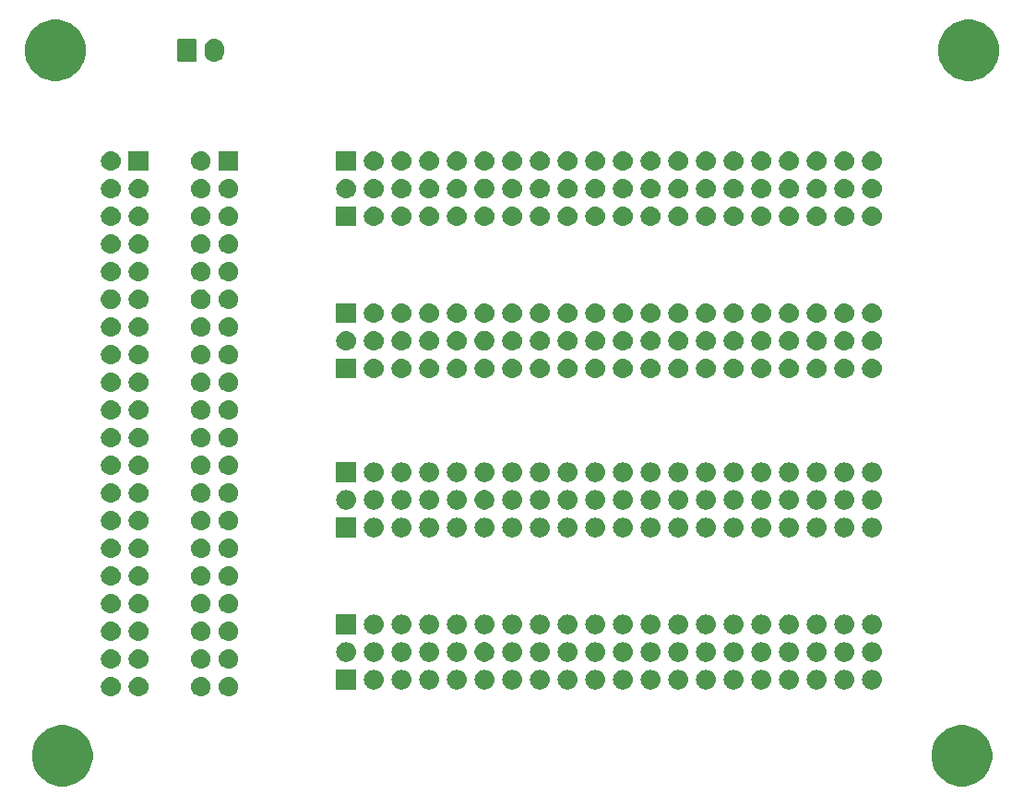
<source format=gbr>
G04 #@! TF.GenerationSoftware,KiCad,Pcbnew,(5.1.2)-2*
G04 #@! TF.CreationDate,2019-07-21T11:30:30+08:00*
G04 #@! TF.ProjectId,SPI,5350492e-6b69-4636-9164-5f7063625858,rev?*
G04 #@! TF.SameCoordinates,Original*
G04 #@! TF.FileFunction,Soldermask,Top*
G04 #@! TF.FilePolarity,Negative*
%FSLAX46Y46*%
G04 Gerber Fmt 4.6, Leading zero omitted, Abs format (unit mm)*
G04 Created by KiCad (PCBNEW (5.1.2)-2) date 2019-07-21 11:30:30*
%MOMM*%
%LPD*%
G04 APERTURE LIST*
%ADD10C,0.100000*%
G04 APERTURE END LIST*
D10*
G36*
X194492021Y-140816640D02*
G01*
X195001769Y-141027785D01*
X195001771Y-141027786D01*
X195460534Y-141334321D01*
X195850679Y-141724466D01*
X196157214Y-142183229D01*
X196157215Y-142183231D01*
X196368360Y-142692979D01*
X196476000Y-143234124D01*
X196476000Y-143785876D01*
X196368360Y-144327021D01*
X196157215Y-144836769D01*
X196157214Y-144836771D01*
X195850679Y-145295534D01*
X195460534Y-145685679D01*
X195001771Y-145992214D01*
X195001770Y-145992215D01*
X195001769Y-145992215D01*
X194492021Y-146203360D01*
X193950876Y-146311000D01*
X193399124Y-146311000D01*
X192857979Y-146203360D01*
X192348231Y-145992215D01*
X192348230Y-145992215D01*
X192348229Y-145992214D01*
X191889466Y-145685679D01*
X191499321Y-145295534D01*
X191192786Y-144836771D01*
X191192785Y-144836769D01*
X190981640Y-144327021D01*
X190874000Y-143785876D01*
X190874000Y-143234124D01*
X190981640Y-142692979D01*
X191192785Y-142183231D01*
X191192786Y-142183229D01*
X191499321Y-141724466D01*
X191889466Y-141334321D01*
X192348229Y-141027786D01*
X192348231Y-141027785D01*
X192857979Y-140816640D01*
X193399124Y-140709000D01*
X193950876Y-140709000D01*
X194492021Y-140816640D01*
X194492021Y-140816640D01*
G37*
G36*
X111942021Y-140816640D02*
G01*
X112451769Y-141027785D01*
X112451771Y-141027786D01*
X112910534Y-141334321D01*
X113300679Y-141724466D01*
X113607214Y-142183229D01*
X113607215Y-142183231D01*
X113818360Y-142692979D01*
X113926000Y-143234124D01*
X113926000Y-143785876D01*
X113818360Y-144327021D01*
X113607215Y-144836769D01*
X113607214Y-144836771D01*
X113300679Y-145295534D01*
X112910534Y-145685679D01*
X112451771Y-145992214D01*
X112451770Y-145992215D01*
X112451769Y-145992215D01*
X111942021Y-146203360D01*
X111400876Y-146311000D01*
X110849124Y-146311000D01*
X110307979Y-146203360D01*
X109798231Y-145992215D01*
X109798230Y-145992215D01*
X109798229Y-145992214D01*
X109339466Y-145685679D01*
X108949321Y-145295534D01*
X108642786Y-144836771D01*
X108642785Y-144836769D01*
X108431640Y-144327021D01*
X108324000Y-143785876D01*
X108324000Y-143234124D01*
X108431640Y-142692979D01*
X108642785Y-142183231D01*
X108642786Y-142183229D01*
X108949321Y-141724466D01*
X109339466Y-141334321D01*
X109798229Y-141027786D01*
X109798231Y-141027785D01*
X110307979Y-140816640D01*
X110849124Y-140709000D01*
X111400876Y-140709000D01*
X111942021Y-140816640D01*
X111942021Y-140816640D01*
G37*
G36*
X123935443Y-136265519D02*
G01*
X124001627Y-136272037D01*
X124171466Y-136323557D01*
X124327991Y-136407222D01*
X124363729Y-136436552D01*
X124465186Y-136519814D01*
X124548448Y-136621271D01*
X124577778Y-136657009D01*
X124661443Y-136813534D01*
X124712963Y-136983373D01*
X124730359Y-137160000D01*
X124712963Y-137336627D01*
X124661443Y-137506466D01*
X124577778Y-137662991D01*
X124548448Y-137698729D01*
X124465186Y-137800186D01*
X124363729Y-137883448D01*
X124327991Y-137912778D01*
X124171466Y-137996443D01*
X124001627Y-138047963D01*
X123935442Y-138054482D01*
X123869260Y-138061000D01*
X123780740Y-138061000D01*
X123714558Y-138054482D01*
X123648373Y-138047963D01*
X123478534Y-137996443D01*
X123322009Y-137912778D01*
X123286271Y-137883448D01*
X123184814Y-137800186D01*
X123101552Y-137698729D01*
X123072222Y-137662991D01*
X122988557Y-137506466D01*
X122937037Y-137336627D01*
X122919641Y-137160000D01*
X122937037Y-136983373D01*
X122988557Y-136813534D01*
X123072222Y-136657009D01*
X123101552Y-136621271D01*
X123184814Y-136519814D01*
X123286271Y-136436552D01*
X123322009Y-136407222D01*
X123478534Y-136323557D01*
X123648373Y-136272037D01*
X123714557Y-136265519D01*
X123780740Y-136259000D01*
X123869260Y-136259000D01*
X123935443Y-136265519D01*
X123935443Y-136265519D01*
G37*
G36*
X115680443Y-136265519D02*
G01*
X115746627Y-136272037D01*
X115916466Y-136323557D01*
X116072991Y-136407222D01*
X116108729Y-136436552D01*
X116210186Y-136519814D01*
X116293448Y-136621271D01*
X116322778Y-136657009D01*
X116406443Y-136813534D01*
X116457963Y-136983373D01*
X116475359Y-137160000D01*
X116457963Y-137336627D01*
X116406443Y-137506466D01*
X116322778Y-137662991D01*
X116293448Y-137698729D01*
X116210186Y-137800186D01*
X116108729Y-137883448D01*
X116072991Y-137912778D01*
X115916466Y-137996443D01*
X115746627Y-138047963D01*
X115680442Y-138054482D01*
X115614260Y-138061000D01*
X115525740Y-138061000D01*
X115459558Y-138054482D01*
X115393373Y-138047963D01*
X115223534Y-137996443D01*
X115067009Y-137912778D01*
X115031271Y-137883448D01*
X114929814Y-137800186D01*
X114846552Y-137698729D01*
X114817222Y-137662991D01*
X114733557Y-137506466D01*
X114682037Y-137336627D01*
X114664641Y-137160000D01*
X114682037Y-136983373D01*
X114733557Y-136813534D01*
X114817222Y-136657009D01*
X114846552Y-136621271D01*
X114929814Y-136519814D01*
X115031271Y-136436552D01*
X115067009Y-136407222D01*
X115223534Y-136323557D01*
X115393373Y-136272037D01*
X115459557Y-136265519D01*
X115525740Y-136259000D01*
X115614260Y-136259000D01*
X115680443Y-136265519D01*
X115680443Y-136265519D01*
G37*
G36*
X118220443Y-136265519D02*
G01*
X118286627Y-136272037D01*
X118456466Y-136323557D01*
X118612991Y-136407222D01*
X118648729Y-136436552D01*
X118750186Y-136519814D01*
X118833448Y-136621271D01*
X118862778Y-136657009D01*
X118946443Y-136813534D01*
X118997963Y-136983373D01*
X119015359Y-137160000D01*
X118997963Y-137336627D01*
X118946443Y-137506466D01*
X118862778Y-137662991D01*
X118833448Y-137698729D01*
X118750186Y-137800186D01*
X118648729Y-137883448D01*
X118612991Y-137912778D01*
X118456466Y-137996443D01*
X118286627Y-138047963D01*
X118220442Y-138054482D01*
X118154260Y-138061000D01*
X118065740Y-138061000D01*
X117999558Y-138054482D01*
X117933373Y-138047963D01*
X117763534Y-137996443D01*
X117607009Y-137912778D01*
X117571271Y-137883448D01*
X117469814Y-137800186D01*
X117386552Y-137698729D01*
X117357222Y-137662991D01*
X117273557Y-137506466D01*
X117222037Y-137336627D01*
X117204641Y-137160000D01*
X117222037Y-136983373D01*
X117273557Y-136813534D01*
X117357222Y-136657009D01*
X117386552Y-136621271D01*
X117469814Y-136519814D01*
X117571271Y-136436552D01*
X117607009Y-136407222D01*
X117763534Y-136323557D01*
X117933373Y-136272037D01*
X117999557Y-136265519D01*
X118065740Y-136259000D01*
X118154260Y-136259000D01*
X118220443Y-136265519D01*
X118220443Y-136265519D01*
G37*
G36*
X126475443Y-136265519D02*
G01*
X126541627Y-136272037D01*
X126711466Y-136323557D01*
X126867991Y-136407222D01*
X126903729Y-136436552D01*
X127005186Y-136519814D01*
X127088448Y-136621271D01*
X127117778Y-136657009D01*
X127201443Y-136813534D01*
X127252963Y-136983373D01*
X127270359Y-137160000D01*
X127252963Y-137336627D01*
X127201443Y-137506466D01*
X127117778Y-137662991D01*
X127088448Y-137698729D01*
X127005186Y-137800186D01*
X126903729Y-137883448D01*
X126867991Y-137912778D01*
X126711466Y-137996443D01*
X126541627Y-138047963D01*
X126475442Y-138054482D01*
X126409260Y-138061000D01*
X126320740Y-138061000D01*
X126254558Y-138054482D01*
X126188373Y-138047963D01*
X126018534Y-137996443D01*
X125862009Y-137912778D01*
X125826271Y-137883448D01*
X125724814Y-137800186D01*
X125641552Y-137698729D01*
X125612222Y-137662991D01*
X125528557Y-137506466D01*
X125477037Y-137336627D01*
X125459641Y-137160000D01*
X125477037Y-136983373D01*
X125528557Y-136813534D01*
X125612222Y-136657009D01*
X125641552Y-136621271D01*
X125724814Y-136519814D01*
X125826271Y-136436552D01*
X125862009Y-136407222D01*
X126018534Y-136323557D01*
X126188373Y-136272037D01*
X126254557Y-136265519D01*
X126320740Y-136259000D01*
X126409260Y-136259000D01*
X126475443Y-136265519D01*
X126475443Y-136265519D01*
G37*
G36*
X182990442Y-135630518D02*
G01*
X183056627Y-135637037D01*
X183226466Y-135688557D01*
X183382991Y-135772222D01*
X183418729Y-135801552D01*
X183520186Y-135884814D01*
X183603448Y-135986271D01*
X183632778Y-136022009D01*
X183716443Y-136178534D01*
X183767963Y-136348373D01*
X183785359Y-136525000D01*
X183767963Y-136701627D01*
X183716443Y-136871466D01*
X183632778Y-137027991D01*
X183603448Y-137063729D01*
X183520186Y-137165186D01*
X183418729Y-137248448D01*
X183382991Y-137277778D01*
X183226466Y-137361443D01*
X183056627Y-137412963D01*
X182990443Y-137419481D01*
X182924260Y-137426000D01*
X182835740Y-137426000D01*
X182769557Y-137419481D01*
X182703373Y-137412963D01*
X182533534Y-137361443D01*
X182377009Y-137277778D01*
X182341271Y-137248448D01*
X182239814Y-137165186D01*
X182156552Y-137063729D01*
X182127222Y-137027991D01*
X182043557Y-136871466D01*
X181992037Y-136701627D01*
X181974641Y-136525000D01*
X181992037Y-136348373D01*
X182043557Y-136178534D01*
X182127222Y-136022009D01*
X182156552Y-135986271D01*
X182239814Y-135884814D01*
X182341271Y-135801552D01*
X182377009Y-135772222D01*
X182533534Y-135688557D01*
X182703373Y-135637037D01*
X182769558Y-135630518D01*
X182835740Y-135624000D01*
X182924260Y-135624000D01*
X182990442Y-135630518D01*
X182990442Y-135630518D01*
G37*
G36*
X160130442Y-135630518D02*
G01*
X160196627Y-135637037D01*
X160366466Y-135688557D01*
X160522991Y-135772222D01*
X160558729Y-135801552D01*
X160660186Y-135884814D01*
X160743448Y-135986271D01*
X160772778Y-136022009D01*
X160856443Y-136178534D01*
X160907963Y-136348373D01*
X160925359Y-136525000D01*
X160907963Y-136701627D01*
X160856443Y-136871466D01*
X160772778Y-137027991D01*
X160743448Y-137063729D01*
X160660186Y-137165186D01*
X160558729Y-137248448D01*
X160522991Y-137277778D01*
X160366466Y-137361443D01*
X160196627Y-137412963D01*
X160130443Y-137419481D01*
X160064260Y-137426000D01*
X159975740Y-137426000D01*
X159909557Y-137419481D01*
X159843373Y-137412963D01*
X159673534Y-137361443D01*
X159517009Y-137277778D01*
X159481271Y-137248448D01*
X159379814Y-137165186D01*
X159296552Y-137063729D01*
X159267222Y-137027991D01*
X159183557Y-136871466D01*
X159132037Y-136701627D01*
X159114641Y-136525000D01*
X159132037Y-136348373D01*
X159183557Y-136178534D01*
X159267222Y-136022009D01*
X159296552Y-135986271D01*
X159379814Y-135884814D01*
X159481271Y-135801552D01*
X159517009Y-135772222D01*
X159673534Y-135688557D01*
X159843373Y-135637037D01*
X159909558Y-135630518D01*
X159975740Y-135624000D01*
X160064260Y-135624000D01*
X160130442Y-135630518D01*
X160130442Y-135630518D01*
G37*
G36*
X162670442Y-135630518D02*
G01*
X162736627Y-135637037D01*
X162906466Y-135688557D01*
X163062991Y-135772222D01*
X163098729Y-135801552D01*
X163200186Y-135884814D01*
X163283448Y-135986271D01*
X163312778Y-136022009D01*
X163396443Y-136178534D01*
X163447963Y-136348373D01*
X163465359Y-136525000D01*
X163447963Y-136701627D01*
X163396443Y-136871466D01*
X163312778Y-137027991D01*
X163283448Y-137063729D01*
X163200186Y-137165186D01*
X163098729Y-137248448D01*
X163062991Y-137277778D01*
X162906466Y-137361443D01*
X162736627Y-137412963D01*
X162670443Y-137419481D01*
X162604260Y-137426000D01*
X162515740Y-137426000D01*
X162449557Y-137419481D01*
X162383373Y-137412963D01*
X162213534Y-137361443D01*
X162057009Y-137277778D01*
X162021271Y-137248448D01*
X161919814Y-137165186D01*
X161836552Y-137063729D01*
X161807222Y-137027991D01*
X161723557Y-136871466D01*
X161672037Y-136701627D01*
X161654641Y-136525000D01*
X161672037Y-136348373D01*
X161723557Y-136178534D01*
X161807222Y-136022009D01*
X161836552Y-135986271D01*
X161919814Y-135884814D01*
X162021271Y-135801552D01*
X162057009Y-135772222D01*
X162213534Y-135688557D01*
X162383373Y-135637037D01*
X162449558Y-135630518D01*
X162515740Y-135624000D01*
X162604260Y-135624000D01*
X162670442Y-135630518D01*
X162670442Y-135630518D01*
G37*
G36*
X165210442Y-135630518D02*
G01*
X165276627Y-135637037D01*
X165446466Y-135688557D01*
X165602991Y-135772222D01*
X165638729Y-135801552D01*
X165740186Y-135884814D01*
X165823448Y-135986271D01*
X165852778Y-136022009D01*
X165936443Y-136178534D01*
X165987963Y-136348373D01*
X166005359Y-136525000D01*
X165987963Y-136701627D01*
X165936443Y-136871466D01*
X165852778Y-137027991D01*
X165823448Y-137063729D01*
X165740186Y-137165186D01*
X165638729Y-137248448D01*
X165602991Y-137277778D01*
X165446466Y-137361443D01*
X165276627Y-137412963D01*
X165210443Y-137419481D01*
X165144260Y-137426000D01*
X165055740Y-137426000D01*
X164989557Y-137419481D01*
X164923373Y-137412963D01*
X164753534Y-137361443D01*
X164597009Y-137277778D01*
X164561271Y-137248448D01*
X164459814Y-137165186D01*
X164376552Y-137063729D01*
X164347222Y-137027991D01*
X164263557Y-136871466D01*
X164212037Y-136701627D01*
X164194641Y-136525000D01*
X164212037Y-136348373D01*
X164263557Y-136178534D01*
X164347222Y-136022009D01*
X164376552Y-135986271D01*
X164459814Y-135884814D01*
X164561271Y-135801552D01*
X164597009Y-135772222D01*
X164753534Y-135688557D01*
X164923373Y-135637037D01*
X164989558Y-135630518D01*
X165055740Y-135624000D01*
X165144260Y-135624000D01*
X165210442Y-135630518D01*
X165210442Y-135630518D01*
G37*
G36*
X167750442Y-135630518D02*
G01*
X167816627Y-135637037D01*
X167986466Y-135688557D01*
X168142991Y-135772222D01*
X168178729Y-135801552D01*
X168280186Y-135884814D01*
X168363448Y-135986271D01*
X168392778Y-136022009D01*
X168476443Y-136178534D01*
X168527963Y-136348373D01*
X168545359Y-136525000D01*
X168527963Y-136701627D01*
X168476443Y-136871466D01*
X168392778Y-137027991D01*
X168363448Y-137063729D01*
X168280186Y-137165186D01*
X168178729Y-137248448D01*
X168142991Y-137277778D01*
X167986466Y-137361443D01*
X167816627Y-137412963D01*
X167750443Y-137419481D01*
X167684260Y-137426000D01*
X167595740Y-137426000D01*
X167529557Y-137419481D01*
X167463373Y-137412963D01*
X167293534Y-137361443D01*
X167137009Y-137277778D01*
X167101271Y-137248448D01*
X166999814Y-137165186D01*
X166916552Y-137063729D01*
X166887222Y-137027991D01*
X166803557Y-136871466D01*
X166752037Y-136701627D01*
X166734641Y-136525000D01*
X166752037Y-136348373D01*
X166803557Y-136178534D01*
X166887222Y-136022009D01*
X166916552Y-135986271D01*
X166999814Y-135884814D01*
X167101271Y-135801552D01*
X167137009Y-135772222D01*
X167293534Y-135688557D01*
X167463373Y-135637037D01*
X167529558Y-135630518D01*
X167595740Y-135624000D01*
X167684260Y-135624000D01*
X167750442Y-135630518D01*
X167750442Y-135630518D01*
G37*
G36*
X170290442Y-135630518D02*
G01*
X170356627Y-135637037D01*
X170526466Y-135688557D01*
X170682991Y-135772222D01*
X170718729Y-135801552D01*
X170820186Y-135884814D01*
X170903448Y-135986271D01*
X170932778Y-136022009D01*
X171016443Y-136178534D01*
X171067963Y-136348373D01*
X171085359Y-136525000D01*
X171067963Y-136701627D01*
X171016443Y-136871466D01*
X170932778Y-137027991D01*
X170903448Y-137063729D01*
X170820186Y-137165186D01*
X170718729Y-137248448D01*
X170682991Y-137277778D01*
X170526466Y-137361443D01*
X170356627Y-137412963D01*
X170290443Y-137419481D01*
X170224260Y-137426000D01*
X170135740Y-137426000D01*
X170069557Y-137419481D01*
X170003373Y-137412963D01*
X169833534Y-137361443D01*
X169677009Y-137277778D01*
X169641271Y-137248448D01*
X169539814Y-137165186D01*
X169456552Y-137063729D01*
X169427222Y-137027991D01*
X169343557Y-136871466D01*
X169292037Y-136701627D01*
X169274641Y-136525000D01*
X169292037Y-136348373D01*
X169343557Y-136178534D01*
X169427222Y-136022009D01*
X169456552Y-135986271D01*
X169539814Y-135884814D01*
X169641271Y-135801552D01*
X169677009Y-135772222D01*
X169833534Y-135688557D01*
X170003373Y-135637037D01*
X170069558Y-135630518D01*
X170135740Y-135624000D01*
X170224260Y-135624000D01*
X170290442Y-135630518D01*
X170290442Y-135630518D01*
G37*
G36*
X172830442Y-135630518D02*
G01*
X172896627Y-135637037D01*
X173066466Y-135688557D01*
X173222991Y-135772222D01*
X173258729Y-135801552D01*
X173360186Y-135884814D01*
X173443448Y-135986271D01*
X173472778Y-136022009D01*
X173556443Y-136178534D01*
X173607963Y-136348373D01*
X173625359Y-136525000D01*
X173607963Y-136701627D01*
X173556443Y-136871466D01*
X173472778Y-137027991D01*
X173443448Y-137063729D01*
X173360186Y-137165186D01*
X173258729Y-137248448D01*
X173222991Y-137277778D01*
X173066466Y-137361443D01*
X172896627Y-137412963D01*
X172830443Y-137419481D01*
X172764260Y-137426000D01*
X172675740Y-137426000D01*
X172609557Y-137419481D01*
X172543373Y-137412963D01*
X172373534Y-137361443D01*
X172217009Y-137277778D01*
X172181271Y-137248448D01*
X172079814Y-137165186D01*
X171996552Y-137063729D01*
X171967222Y-137027991D01*
X171883557Y-136871466D01*
X171832037Y-136701627D01*
X171814641Y-136525000D01*
X171832037Y-136348373D01*
X171883557Y-136178534D01*
X171967222Y-136022009D01*
X171996552Y-135986271D01*
X172079814Y-135884814D01*
X172181271Y-135801552D01*
X172217009Y-135772222D01*
X172373534Y-135688557D01*
X172543373Y-135637037D01*
X172609558Y-135630518D01*
X172675740Y-135624000D01*
X172764260Y-135624000D01*
X172830442Y-135630518D01*
X172830442Y-135630518D01*
G37*
G36*
X175370442Y-135630518D02*
G01*
X175436627Y-135637037D01*
X175606466Y-135688557D01*
X175762991Y-135772222D01*
X175798729Y-135801552D01*
X175900186Y-135884814D01*
X175983448Y-135986271D01*
X176012778Y-136022009D01*
X176096443Y-136178534D01*
X176147963Y-136348373D01*
X176165359Y-136525000D01*
X176147963Y-136701627D01*
X176096443Y-136871466D01*
X176012778Y-137027991D01*
X175983448Y-137063729D01*
X175900186Y-137165186D01*
X175798729Y-137248448D01*
X175762991Y-137277778D01*
X175606466Y-137361443D01*
X175436627Y-137412963D01*
X175370443Y-137419481D01*
X175304260Y-137426000D01*
X175215740Y-137426000D01*
X175149557Y-137419481D01*
X175083373Y-137412963D01*
X174913534Y-137361443D01*
X174757009Y-137277778D01*
X174721271Y-137248448D01*
X174619814Y-137165186D01*
X174536552Y-137063729D01*
X174507222Y-137027991D01*
X174423557Y-136871466D01*
X174372037Y-136701627D01*
X174354641Y-136525000D01*
X174372037Y-136348373D01*
X174423557Y-136178534D01*
X174507222Y-136022009D01*
X174536552Y-135986271D01*
X174619814Y-135884814D01*
X174721271Y-135801552D01*
X174757009Y-135772222D01*
X174913534Y-135688557D01*
X175083373Y-135637037D01*
X175149558Y-135630518D01*
X175215740Y-135624000D01*
X175304260Y-135624000D01*
X175370442Y-135630518D01*
X175370442Y-135630518D01*
G37*
G36*
X177910442Y-135630518D02*
G01*
X177976627Y-135637037D01*
X178146466Y-135688557D01*
X178302991Y-135772222D01*
X178338729Y-135801552D01*
X178440186Y-135884814D01*
X178523448Y-135986271D01*
X178552778Y-136022009D01*
X178636443Y-136178534D01*
X178687963Y-136348373D01*
X178705359Y-136525000D01*
X178687963Y-136701627D01*
X178636443Y-136871466D01*
X178552778Y-137027991D01*
X178523448Y-137063729D01*
X178440186Y-137165186D01*
X178338729Y-137248448D01*
X178302991Y-137277778D01*
X178146466Y-137361443D01*
X177976627Y-137412963D01*
X177910443Y-137419481D01*
X177844260Y-137426000D01*
X177755740Y-137426000D01*
X177689557Y-137419481D01*
X177623373Y-137412963D01*
X177453534Y-137361443D01*
X177297009Y-137277778D01*
X177261271Y-137248448D01*
X177159814Y-137165186D01*
X177076552Y-137063729D01*
X177047222Y-137027991D01*
X176963557Y-136871466D01*
X176912037Y-136701627D01*
X176894641Y-136525000D01*
X176912037Y-136348373D01*
X176963557Y-136178534D01*
X177047222Y-136022009D01*
X177076552Y-135986271D01*
X177159814Y-135884814D01*
X177261271Y-135801552D01*
X177297009Y-135772222D01*
X177453534Y-135688557D01*
X177623373Y-135637037D01*
X177689558Y-135630518D01*
X177755740Y-135624000D01*
X177844260Y-135624000D01*
X177910442Y-135630518D01*
X177910442Y-135630518D01*
G37*
G36*
X180450442Y-135630518D02*
G01*
X180516627Y-135637037D01*
X180686466Y-135688557D01*
X180842991Y-135772222D01*
X180878729Y-135801552D01*
X180980186Y-135884814D01*
X181063448Y-135986271D01*
X181092778Y-136022009D01*
X181176443Y-136178534D01*
X181227963Y-136348373D01*
X181245359Y-136525000D01*
X181227963Y-136701627D01*
X181176443Y-136871466D01*
X181092778Y-137027991D01*
X181063448Y-137063729D01*
X180980186Y-137165186D01*
X180878729Y-137248448D01*
X180842991Y-137277778D01*
X180686466Y-137361443D01*
X180516627Y-137412963D01*
X180450443Y-137419481D01*
X180384260Y-137426000D01*
X180295740Y-137426000D01*
X180229557Y-137419481D01*
X180163373Y-137412963D01*
X179993534Y-137361443D01*
X179837009Y-137277778D01*
X179801271Y-137248448D01*
X179699814Y-137165186D01*
X179616552Y-137063729D01*
X179587222Y-137027991D01*
X179503557Y-136871466D01*
X179452037Y-136701627D01*
X179434641Y-136525000D01*
X179452037Y-136348373D01*
X179503557Y-136178534D01*
X179587222Y-136022009D01*
X179616552Y-135986271D01*
X179699814Y-135884814D01*
X179801271Y-135801552D01*
X179837009Y-135772222D01*
X179993534Y-135688557D01*
X180163373Y-135637037D01*
X180229558Y-135630518D01*
X180295740Y-135624000D01*
X180384260Y-135624000D01*
X180450442Y-135630518D01*
X180450442Y-135630518D01*
G37*
G36*
X185530442Y-135630518D02*
G01*
X185596627Y-135637037D01*
X185766466Y-135688557D01*
X185922991Y-135772222D01*
X185958729Y-135801552D01*
X186060186Y-135884814D01*
X186143448Y-135986271D01*
X186172778Y-136022009D01*
X186256443Y-136178534D01*
X186307963Y-136348373D01*
X186325359Y-136525000D01*
X186307963Y-136701627D01*
X186256443Y-136871466D01*
X186172778Y-137027991D01*
X186143448Y-137063729D01*
X186060186Y-137165186D01*
X185958729Y-137248448D01*
X185922991Y-137277778D01*
X185766466Y-137361443D01*
X185596627Y-137412963D01*
X185530443Y-137419481D01*
X185464260Y-137426000D01*
X185375740Y-137426000D01*
X185309557Y-137419481D01*
X185243373Y-137412963D01*
X185073534Y-137361443D01*
X184917009Y-137277778D01*
X184881271Y-137248448D01*
X184779814Y-137165186D01*
X184696552Y-137063729D01*
X184667222Y-137027991D01*
X184583557Y-136871466D01*
X184532037Y-136701627D01*
X184514641Y-136525000D01*
X184532037Y-136348373D01*
X184583557Y-136178534D01*
X184667222Y-136022009D01*
X184696552Y-135986271D01*
X184779814Y-135884814D01*
X184881271Y-135801552D01*
X184917009Y-135772222D01*
X185073534Y-135688557D01*
X185243373Y-135637037D01*
X185309558Y-135630518D01*
X185375740Y-135624000D01*
X185464260Y-135624000D01*
X185530442Y-135630518D01*
X185530442Y-135630518D01*
G37*
G36*
X142350442Y-135630518D02*
G01*
X142416627Y-135637037D01*
X142586466Y-135688557D01*
X142742991Y-135772222D01*
X142778729Y-135801552D01*
X142880186Y-135884814D01*
X142963448Y-135986271D01*
X142992778Y-136022009D01*
X143076443Y-136178534D01*
X143127963Y-136348373D01*
X143145359Y-136525000D01*
X143127963Y-136701627D01*
X143076443Y-136871466D01*
X142992778Y-137027991D01*
X142963448Y-137063729D01*
X142880186Y-137165186D01*
X142778729Y-137248448D01*
X142742991Y-137277778D01*
X142586466Y-137361443D01*
X142416627Y-137412963D01*
X142350443Y-137419481D01*
X142284260Y-137426000D01*
X142195740Y-137426000D01*
X142129557Y-137419481D01*
X142063373Y-137412963D01*
X141893534Y-137361443D01*
X141737009Y-137277778D01*
X141701271Y-137248448D01*
X141599814Y-137165186D01*
X141516552Y-137063729D01*
X141487222Y-137027991D01*
X141403557Y-136871466D01*
X141352037Y-136701627D01*
X141334641Y-136525000D01*
X141352037Y-136348373D01*
X141403557Y-136178534D01*
X141487222Y-136022009D01*
X141516552Y-135986271D01*
X141599814Y-135884814D01*
X141701271Y-135801552D01*
X141737009Y-135772222D01*
X141893534Y-135688557D01*
X142063373Y-135637037D01*
X142129558Y-135630518D01*
X142195740Y-135624000D01*
X142284260Y-135624000D01*
X142350442Y-135630518D01*
X142350442Y-135630518D01*
G37*
G36*
X139810442Y-135630518D02*
G01*
X139876627Y-135637037D01*
X140046466Y-135688557D01*
X140202991Y-135772222D01*
X140238729Y-135801552D01*
X140340186Y-135884814D01*
X140423448Y-135986271D01*
X140452778Y-136022009D01*
X140536443Y-136178534D01*
X140587963Y-136348373D01*
X140605359Y-136525000D01*
X140587963Y-136701627D01*
X140536443Y-136871466D01*
X140452778Y-137027991D01*
X140423448Y-137063729D01*
X140340186Y-137165186D01*
X140238729Y-137248448D01*
X140202991Y-137277778D01*
X140046466Y-137361443D01*
X139876627Y-137412963D01*
X139810443Y-137419481D01*
X139744260Y-137426000D01*
X139655740Y-137426000D01*
X139589557Y-137419481D01*
X139523373Y-137412963D01*
X139353534Y-137361443D01*
X139197009Y-137277778D01*
X139161271Y-137248448D01*
X139059814Y-137165186D01*
X138976552Y-137063729D01*
X138947222Y-137027991D01*
X138863557Y-136871466D01*
X138812037Y-136701627D01*
X138794641Y-136525000D01*
X138812037Y-136348373D01*
X138863557Y-136178534D01*
X138947222Y-136022009D01*
X138976552Y-135986271D01*
X139059814Y-135884814D01*
X139161271Y-135801552D01*
X139197009Y-135772222D01*
X139353534Y-135688557D01*
X139523373Y-135637037D01*
X139589558Y-135630518D01*
X139655740Y-135624000D01*
X139744260Y-135624000D01*
X139810442Y-135630518D01*
X139810442Y-135630518D01*
G37*
G36*
X138061000Y-137426000D02*
G01*
X136259000Y-137426000D01*
X136259000Y-135624000D01*
X138061000Y-135624000D01*
X138061000Y-137426000D01*
X138061000Y-137426000D01*
G37*
G36*
X155050442Y-135630518D02*
G01*
X155116627Y-135637037D01*
X155286466Y-135688557D01*
X155442991Y-135772222D01*
X155478729Y-135801552D01*
X155580186Y-135884814D01*
X155663448Y-135986271D01*
X155692778Y-136022009D01*
X155776443Y-136178534D01*
X155827963Y-136348373D01*
X155845359Y-136525000D01*
X155827963Y-136701627D01*
X155776443Y-136871466D01*
X155692778Y-137027991D01*
X155663448Y-137063729D01*
X155580186Y-137165186D01*
X155478729Y-137248448D01*
X155442991Y-137277778D01*
X155286466Y-137361443D01*
X155116627Y-137412963D01*
X155050443Y-137419481D01*
X154984260Y-137426000D01*
X154895740Y-137426000D01*
X154829557Y-137419481D01*
X154763373Y-137412963D01*
X154593534Y-137361443D01*
X154437009Y-137277778D01*
X154401271Y-137248448D01*
X154299814Y-137165186D01*
X154216552Y-137063729D01*
X154187222Y-137027991D01*
X154103557Y-136871466D01*
X154052037Y-136701627D01*
X154034641Y-136525000D01*
X154052037Y-136348373D01*
X154103557Y-136178534D01*
X154187222Y-136022009D01*
X154216552Y-135986271D01*
X154299814Y-135884814D01*
X154401271Y-135801552D01*
X154437009Y-135772222D01*
X154593534Y-135688557D01*
X154763373Y-135637037D01*
X154829558Y-135630518D01*
X154895740Y-135624000D01*
X154984260Y-135624000D01*
X155050442Y-135630518D01*
X155050442Y-135630518D01*
G37*
G36*
X152510442Y-135630518D02*
G01*
X152576627Y-135637037D01*
X152746466Y-135688557D01*
X152902991Y-135772222D01*
X152938729Y-135801552D01*
X153040186Y-135884814D01*
X153123448Y-135986271D01*
X153152778Y-136022009D01*
X153236443Y-136178534D01*
X153287963Y-136348373D01*
X153305359Y-136525000D01*
X153287963Y-136701627D01*
X153236443Y-136871466D01*
X153152778Y-137027991D01*
X153123448Y-137063729D01*
X153040186Y-137165186D01*
X152938729Y-137248448D01*
X152902991Y-137277778D01*
X152746466Y-137361443D01*
X152576627Y-137412963D01*
X152510443Y-137419481D01*
X152444260Y-137426000D01*
X152355740Y-137426000D01*
X152289557Y-137419481D01*
X152223373Y-137412963D01*
X152053534Y-137361443D01*
X151897009Y-137277778D01*
X151861271Y-137248448D01*
X151759814Y-137165186D01*
X151676552Y-137063729D01*
X151647222Y-137027991D01*
X151563557Y-136871466D01*
X151512037Y-136701627D01*
X151494641Y-136525000D01*
X151512037Y-136348373D01*
X151563557Y-136178534D01*
X151647222Y-136022009D01*
X151676552Y-135986271D01*
X151759814Y-135884814D01*
X151861271Y-135801552D01*
X151897009Y-135772222D01*
X152053534Y-135688557D01*
X152223373Y-135637037D01*
X152289558Y-135630518D01*
X152355740Y-135624000D01*
X152444260Y-135624000D01*
X152510442Y-135630518D01*
X152510442Y-135630518D01*
G37*
G36*
X149970442Y-135630518D02*
G01*
X150036627Y-135637037D01*
X150206466Y-135688557D01*
X150362991Y-135772222D01*
X150398729Y-135801552D01*
X150500186Y-135884814D01*
X150583448Y-135986271D01*
X150612778Y-136022009D01*
X150696443Y-136178534D01*
X150747963Y-136348373D01*
X150765359Y-136525000D01*
X150747963Y-136701627D01*
X150696443Y-136871466D01*
X150612778Y-137027991D01*
X150583448Y-137063729D01*
X150500186Y-137165186D01*
X150398729Y-137248448D01*
X150362991Y-137277778D01*
X150206466Y-137361443D01*
X150036627Y-137412963D01*
X149970443Y-137419481D01*
X149904260Y-137426000D01*
X149815740Y-137426000D01*
X149749557Y-137419481D01*
X149683373Y-137412963D01*
X149513534Y-137361443D01*
X149357009Y-137277778D01*
X149321271Y-137248448D01*
X149219814Y-137165186D01*
X149136552Y-137063729D01*
X149107222Y-137027991D01*
X149023557Y-136871466D01*
X148972037Y-136701627D01*
X148954641Y-136525000D01*
X148972037Y-136348373D01*
X149023557Y-136178534D01*
X149107222Y-136022009D01*
X149136552Y-135986271D01*
X149219814Y-135884814D01*
X149321271Y-135801552D01*
X149357009Y-135772222D01*
X149513534Y-135688557D01*
X149683373Y-135637037D01*
X149749558Y-135630518D01*
X149815740Y-135624000D01*
X149904260Y-135624000D01*
X149970442Y-135630518D01*
X149970442Y-135630518D01*
G37*
G36*
X147430442Y-135630518D02*
G01*
X147496627Y-135637037D01*
X147666466Y-135688557D01*
X147822991Y-135772222D01*
X147858729Y-135801552D01*
X147960186Y-135884814D01*
X148043448Y-135986271D01*
X148072778Y-136022009D01*
X148156443Y-136178534D01*
X148207963Y-136348373D01*
X148225359Y-136525000D01*
X148207963Y-136701627D01*
X148156443Y-136871466D01*
X148072778Y-137027991D01*
X148043448Y-137063729D01*
X147960186Y-137165186D01*
X147858729Y-137248448D01*
X147822991Y-137277778D01*
X147666466Y-137361443D01*
X147496627Y-137412963D01*
X147430443Y-137419481D01*
X147364260Y-137426000D01*
X147275740Y-137426000D01*
X147209557Y-137419481D01*
X147143373Y-137412963D01*
X146973534Y-137361443D01*
X146817009Y-137277778D01*
X146781271Y-137248448D01*
X146679814Y-137165186D01*
X146596552Y-137063729D01*
X146567222Y-137027991D01*
X146483557Y-136871466D01*
X146432037Y-136701627D01*
X146414641Y-136525000D01*
X146432037Y-136348373D01*
X146483557Y-136178534D01*
X146567222Y-136022009D01*
X146596552Y-135986271D01*
X146679814Y-135884814D01*
X146781271Y-135801552D01*
X146817009Y-135772222D01*
X146973534Y-135688557D01*
X147143373Y-135637037D01*
X147209558Y-135630518D01*
X147275740Y-135624000D01*
X147364260Y-135624000D01*
X147430442Y-135630518D01*
X147430442Y-135630518D01*
G37*
G36*
X144890442Y-135630518D02*
G01*
X144956627Y-135637037D01*
X145126466Y-135688557D01*
X145282991Y-135772222D01*
X145318729Y-135801552D01*
X145420186Y-135884814D01*
X145503448Y-135986271D01*
X145532778Y-136022009D01*
X145616443Y-136178534D01*
X145667963Y-136348373D01*
X145685359Y-136525000D01*
X145667963Y-136701627D01*
X145616443Y-136871466D01*
X145532778Y-137027991D01*
X145503448Y-137063729D01*
X145420186Y-137165186D01*
X145318729Y-137248448D01*
X145282991Y-137277778D01*
X145126466Y-137361443D01*
X144956627Y-137412963D01*
X144890443Y-137419481D01*
X144824260Y-137426000D01*
X144735740Y-137426000D01*
X144669557Y-137419481D01*
X144603373Y-137412963D01*
X144433534Y-137361443D01*
X144277009Y-137277778D01*
X144241271Y-137248448D01*
X144139814Y-137165186D01*
X144056552Y-137063729D01*
X144027222Y-137027991D01*
X143943557Y-136871466D01*
X143892037Y-136701627D01*
X143874641Y-136525000D01*
X143892037Y-136348373D01*
X143943557Y-136178534D01*
X144027222Y-136022009D01*
X144056552Y-135986271D01*
X144139814Y-135884814D01*
X144241271Y-135801552D01*
X144277009Y-135772222D01*
X144433534Y-135688557D01*
X144603373Y-135637037D01*
X144669558Y-135630518D01*
X144735740Y-135624000D01*
X144824260Y-135624000D01*
X144890442Y-135630518D01*
X144890442Y-135630518D01*
G37*
G36*
X157590442Y-135630518D02*
G01*
X157656627Y-135637037D01*
X157826466Y-135688557D01*
X157982991Y-135772222D01*
X158018729Y-135801552D01*
X158120186Y-135884814D01*
X158203448Y-135986271D01*
X158232778Y-136022009D01*
X158316443Y-136178534D01*
X158367963Y-136348373D01*
X158385359Y-136525000D01*
X158367963Y-136701627D01*
X158316443Y-136871466D01*
X158232778Y-137027991D01*
X158203448Y-137063729D01*
X158120186Y-137165186D01*
X158018729Y-137248448D01*
X157982991Y-137277778D01*
X157826466Y-137361443D01*
X157656627Y-137412963D01*
X157590443Y-137419481D01*
X157524260Y-137426000D01*
X157435740Y-137426000D01*
X157369557Y-137419481D01*
X157303373Y-137412963D01*
X157133534Y-137361443D01*
X156977009Y-137277778D01*
X156941271Y-137248448D01*
X156839814Y-137165186D01*
X156756552Y-137063729D01*
X156727222Y-137027991D01*
X156643557Y-136871466D01*
X156592037Y-136701627D01*
X156574641Y-136525000D01*
X156592037Y-136348373D01*
X156643557Y-136178534D01*
X156727222Y-136022009D01*
X156756552Y-135986271D01*
X156839814Y-135884814D01*
X156941271Y-135801552D01*
X156977009Y-135772222D01*
X157133534Y-135688557D01*
X157303373Y-135637037D01*
X157369558Y-135630518D01*
X157435740Y-135624000D01*
X157524260Y-135624000D01*
X157590442Y-135630518D01*
X157590442Y-135630518D01*
G37*
G36*
X118220443Y-133725519D02*
G01*
X118286627Y-133732037D01*
X118456466Y-133783557D01*
X118612991Y-133867222D01*
X118648371Y-133896258D01*
X118750186Y-133979814D01*
X118833448Y-134081271D01*
X118862778Y-134117009D01*
X118946443Y-134273534D01*
X118997963Y-134443373D01*
X119015359Y-134620000D01*
X118997963Y-134796627D01*
X118946443Y-134966466D01*
X118862778Y-135122991D01*
X118833448Y-135158729D01*
X118750186Y-135260186D01*
X118648729Y-135343448D01*
X118612991Y-135372778D01*
X118456466Y-135456443D01*
X118286627Y-135507963D01*
X118220443Y-135514481D01*
X118154260Y-135521000D01*
X118065740Y-135521000D01*
X117999557Y-135514481D01*
X117933373Y-135507963D01*
X117763534Y-135456443D01*
X117607009Y-135372778D01*
X117571271Y-135343448D01*
X117469814Y-135260186D01*
X117386552Y-135158729D01*
X117357222Y-135122991D01*
X117273557Y-134966466D01*
X117222037Y-134796627D01*
X117204641Y-134620000D01*
X117222037Y-134443373D01*
X117273557Y-134273534D01*
X117357222Y-134117009D01*
X117386552Y-134081271D01*
X117469814Y-133979814D01*
X117571629Y-133896258D01*
X117607009Y-133867222D01*
X117763534Y-133783557D01*
X117933373Y-133732037D01*
X117999557Y-133725519D01*
X118065740Y-133719000D01*
X118154260Y-133719000D01*
X118220443Y-133725519D01*
X118220443Y-133725519D01*
G37*
G36*
X115680443Y-133725519D02*
G01*
X115746627Y-133732037D01*
X115916466Y-133783557D01*
X116072991Y-133867222D01*
X116108371Y-133896258D01*
X116210186Y-133979814D01*
X116293448Y-134081271D01*
X116322778Y-134117009D01*
X116406443Y-134273534D01*
X116457963Y-134443373D01*
X116475359Y-134620000D01*
X116457963Y-134796627D01*
X116406443Y-134966466D01*
X116322778Y-135122991D01*
X116293448Y-135158729D01*
X116210186Y-135260186D01*
X116108729Y-135343448D01*
X116072991Y-135372778D01*
X115916466Y-135456443D01*
X115746627Y-135507963D01*
X115680443Y-135514481D01*
X115614260Y-135521000D01*
X115525740Y-135521000D01*
X115459557Y-135514481D01*
X115393373Y-135507963D01*
X115223534Y-135456443D01*
X115067009Y-135372778D01*
X115031271Y-135343448D01*
X114929814Y-135260186D01*
X114846552Y-135158729D01*
X114817222Y-135122991D01*
X114733557Y-134966466D01*
X114682037Y-134796627D01*
X114664641Y-134620000D01*
X114682037Y-134443373D01*
X114733557Y-134273534D01*
X114817222Y-134117009D01*
X114846552Y-134081271D01*
X114929814Y-133979814D01*
X115031629Y-133896258D01*
X115067009Y-133867222D01*
X115223534Y-133783557D01*
X115393373Y-133732037D01*
X115459557Y-133725519D01*
X115525740Y-133719000D01*
X115614260Y-133719000D01*
X115680443Y-133725519D01*
X115680443Y-133725519D01*
G37*
G36*
X126475443Y-133725519D02*
G01*
X126541627Y-133732037D01*
X126711466Y-133783557D01*
X126867991Y-133867222D01*
X126903371Y-133896258D01*
X127005186Y-133979814D01*
X127088448Y-134081271D01*
X127117778Y-134117009D01*
X127201443Y-134273534D01*
X127252963Y-134443373D01*
X127270359Y-134620000D01*
X127252963Y-134796627D01*
X127201443Y-134966466D01*
X127117778Y-135122991D01*
X127088448Y-135158729D01*
X127005186Y-135260186D01*
X126903729Y-135343448D01*
X126867991Y-135372778D01*
X126711466Y-135456443D01*
X126541627Y-135507963D01*
X126475443Y-135514481D01*
X126409260Y-135521000D01*
X126320740Y-135521000D01*
X126254557Y-135514481D01*
X126188373Y-135507963D01*
X126018534Y-135456443D01*
X125862009Y-135372778D01*
X125826271Y-135343448D01*
X125724814Y-135260186D01*
X125641552Y-135158729D01*
X125612222Y-135122991D01*
X125528557Y-134966466D01*
X125477037Y-134796627D01*
X125459641Y-134620000D01*
X125477037Y-134443373D01*
X125528557Y-134273534D01*
X125612222Y-134117009D01*
X125641552Y-134081271D01*
X125724814Y-133979814D01*
X125826629Y-133896258D01*
X125862009Y-133867222D01*
X126018534Y-133783557D01*
X126188373Y-133732037D01*
X126254557Y-133725519D01*
X126320740Y-133719000D01*
X126409260Y-133719000D01*
X126475443Y-133725519D01*
X126475443Y-133725519D01*
G37*
G36*
X123935443Y-133725519D02*
G01*
X124001627Y-133732037D01*
X124171466Y-133783557D01*
X124327991Y-133867222D01*
X124363371Y-133896258D01*
X124465186Y-133979814D01*
X124548448Y-134081271D01*
X124577778Y-134117009D01*
X124661443Y-134273534D01*
X124712963Y-134443373D01*
X124730359Y-134620000D01*
X124712963Y-134796627D01*
X124661443Y-134966466D01*
X124577778Y-135122991D01*
X124548448Y-135158729D01*
X124465186Y-135260186D01*
X124363729Y-135343448D01*
X124327991Y-135372778D01*
X124171466Y-135456443D01*
X124001627Y-135507963D01*
X123935443Y-135514481D01*
X123869260Y-135521000D01*
X123780740Y-135521000D01*
X123714557Y-135514481D01*
X123648373Y-135507963D01*
X123478534Y-135456443D01*
X123322009Y-135372778D01*
X123286271Y-135343448D01*
X123184814Y-135260186D01*
X123101552Y-135158729D01*
X123072222Y-135122991D01*
X122988557Y-134966466D01*
X122937037Y-134796627D01*
X122919641Y-134620000D01*
X122937037Y-134443373D01*
X122988557Y-134273534D01*
X123072222Y-134117009D01*
X123101552Y-134081271D01*
X123184814Y-133979814D01*
X123286629Y-133896258D01*
X123322009Y-133867222D01*
X123478534Y-133783557D01*
X123648373Y-133732037D01*
X123714557Y-133725519D01*
X123780740Y-133719000D01*
X123869260Y-133719000D01*
X123935443Y-133725519D01*
X123935443Y-133725519D01*
G37*
G36*
X137270442Y-133090518D02*
G01*
X137336627Y-133097037D01*
X137506466Y-133148557D01*
X137662991Y-133232222D01*
X137698729Y-133261552D01*
X137800186Y-133344814D01*
X137883448Y-133446271D01*
X137912778Y-133482009D01*
X137996443Y-133638534D01*
X138047963Y-133808373D01*
X138065359Y-133985000D01*
X138047963Y-134161627D01*
X137996443Y-134331466D01*
X137912778Y-134487991D01*
X137883448Y-134523729D01*
X137800186Y-134625186D01*
X137727480Y-134684853D01*
X137662991Y-134737778D01*
X137506466Y-134821443D01*
X137336627Y-134872963D01*
X137270442Y-134879482D01*
X137204260Y-134886000D01*
X137115740Y-134886000D01*
X137049558Y-134879482D01*
X136983373Y-134872963D01*
X136813534Y-134821443D01*
X136657009Y-134737778D01*
X136592520Y-134684853D01*
X136519814Y-134625186D01*
X136436552Y-134523729D01*
X136407222Y-134487991D01*
X136323557Y-134331466D01*
X136272037Y-134161627D01*
X136254641Y-133985000D01*
X136272037Y-133808373D01*
X136323557Y-133638534D01*
X136407222Y-133482009D01*
X136436552Y-133446271D01*
X136519814Y-133344814D01*
X136621271Y-133261552D01*
X136657009Y-133232222D01*
X136813534Y-133148557D01*
X136983373Y-133097037D01*
X137049558Y-133090518D01*
X137115740Y-133084000D01*
X137204260Y-133084000D01*
X137270442Y-133090518D01*
X137270442Y-133090518D01*
G37*
G36*
X139810442Y-133090518D02*
G01*
X139876627Y-133097037D01*
X140046466Y-133148557D01*
X140202991Y-133232222D01*
X140238729Y-133261552D01*
X140340186Y-133344814D01*
X140423448Y-133446271D01*
X140452778Y-133482009D01*
X140536443Y-133638534D01*
X140587963Y-133808373D01*
X140605359Y-133985000D01*
X140587963Y-134161627D01*
X140536443Y-134331466D01*
X140452778Y-134487991D01*
X140423448Y-134523729D01*
X140340186Y-134625186D01*
X140267480Y-134684853D01*
X140202991Y-134737778D01*
X140046466Y-134821443D01*
X139876627Y-134872963D01*
X139810442Y-134879482D01*
X139744260Y-134886000D01*
X139655740Y-134886000D01*
X139589558Y-134879482D01*
X139523373Y-134872963D01*
X139353534Y-134821443D01*
X139197009Y-134737778D01*
X139132520Y-134684853D01*
X139059814Y-134625186D01*
X138976552Y-134523729D01*
X138947222Y-134487991D01*
X138863557Y-134331466D01*
X138812037Y-134161627D01*
X138794641Y-133985000D01*
X138812037Y-133808373D01*
X138863557Y-133638534D01*
X138947222Y-133482009D01*
X138976552Y-133446271D01*
X139059814Y-133344814D01*
X139161271Y-133261552D01*
X139197009Y-133232222D01*
X139353534Y-133148557D01*
X139523373Y-133097037D01*
X139589558Y-133090518D01*
X139655740Y-133084000D01*
X139744260Y-133084000D01*
X139810442Y-133090518D01*
X139810442Y-133090518D01*
G37*
G36*
X142350442Y-133090518D02*
G01*
X142416627Y-133097037D01*
X142586466Y-133148557D01*
X142742991Y-133232222D01*
X142778729Y-133261552D01*
X142880186Y-133344814D01*
X142963448Y-133446271D01*
X142992778Y-133482009D01*
X143076443Y-133638534D01*
X143127963Y-133808373D01*
X143145359Y-133985000D01*
X143127963Y-134161627D01*
X143076443Y-134331466D01*
X142992778Y-134487991D01*
X142963448Y-134523729D01*
X142880186Y-134625186D01*
X142807480Y-134684853D01*
X142742991Y-134737778D01*
X142586466Y-134821443D01*
X142416627Y-134872963D01*
X142350442Y-134879482D01*
X142284260Y-134886000D01*
X142195740Y-134886000D01*
X142129558Y-134879482D01*
X142063373Y-134872963D01*
X141893534Y-134821443D01*
X141737009Y-134737778D01*
X141672520Y-134684853D01*
X141599814Y-134625186D01*
X141516552Y-134523729D01*
X141487222Y-134487991D01*
X141403557Y-134331466D01*
X141352037Y-134161627D01*
X141334641Y-133985000D01*
X141352037Y-133808373D01*
X141403557Y-133638534D01*
X141487222Y-133482009D01*
X141516552Y-133446271D01*
X141599814Y-133344814D01*
X141701271Y-133261552D01*
X141737009Y-133232222D01*
X141893534Y-133148557D01*
X142063373Y-133097037D01*
X142129558Y-133090518D01*
X142195740Y-133084000D01*
X142284260Y-133084000D01*
X142350442Y-133090518D01*
X142350442Y-133090518D01*
G37*
G36*
X144890442Y-133090518D02*
G01*
X144956627Y-133097037D01*
X145126466Y-133148557D01*
X145282991Y-133232222D01*
X145318729Y-133261552D01*
X145420186Y-133344814D01*
X145503448Y-133446271D01*
X145532778Y-133482009D01*
X145616443Y-133638534D01*
X145667963Y-133808373D01*
X145685359Y-133985000D01*
X145667963Y-134161627D01*
X145616443Y-134331466D01*
X145532778Y-134487991D01*
X145503448Y-134523729D01*
X145420186Y-134625186D01*
X145347480Y-134684853D01*
X145282991Y-134737778D01*
X145126466Y-134821443D01*
X144956627Y-134872963D01*
X144890442Y-134879482D01*
X144824260Y-134886000D01*
X144735740Y-134886000D01*
X144669558Y-134879482D01*
X144603373Y-134872963D01*
X144433534Y-134821443D01*
X144277009Y-134737778D01*
X144212520Y-134684853D01*
X144139814Y-134625186D01*
X144056552Y-134523729D01*
X144027222Y-134487991D01*
X143943557Y-134331466D01*
X143892037Y-134161627D01*
X143874641Y-133985000D01*
X143892037Y-133808373D01*
X143943557Y-133638534D01*
X144027222Y-133482009D01*
X144056552Y-133446271D01*
X144139814Y-133344814D01*
X144241271Y-133261552D01*
X144277009Y-133232222D01*
X144433534Y-133148557D01*
X144603373Y-133097037D01*
X144669558Y-133090518D01*
X144735740Y-133084000D01*
X144824260Y-133084000D01*
X144890442Y-133090518D01*
X144890442Y-133090518D01*
G37*
G36*
X147430442Y-133090518D02*
G01*
X147496627Y-133097037D01*
X147666466Y-133148557D01*
X147822991Y-133232222D01*
X147858729Y-133261552D01*
X147960186Y-133344814D01*
X148043448Y-133446271D01*
X148072778Y-133482009D01*
X148156443Y-133638534D01*
X148207963Y-133808373D01*
X148225359Y-133985000D01*
X148207963Y-134161627D01*
X148156443Y-134331466D01*
X148072778Y-134487991D01*
X148043448Y-134523729D01*
X147960186Y-134625186D01*
X147887480Y-134684853D01*
X147822991Y-134737778D01*
X147666466Y-134821443D01*
X147496627Y-134872963D01*
X147430442Y-134879482D01*
X147364260Y-134886000D01*
X147275740Y-134886000D01*
X147209558Y-134879482D01*
X147143373Y-134872963D01*
X146973534Y-134821443D01*
X146817009Y-134737778D01*
X146752520Y-134684853D01*
X146679814Y-134625186D01*
X146596552Y-134523729D01*
X146567222Y-134487991D01*
X146483557Y-134331466D01*
X146432037Y-134161627D01*
X146414641Y-133985000D01*
X146432037Y-133808373D01*
X146483557Y-133638534D01*
X146567222Y-133482009D01*
X146596552Y-133446271D01*
X146679814Y-133344814D01*
X146781271Y-133261552D01*
X146817009Y-133232222D01*
X146973534Y-133148557D01*
X147143373Y-133097037D01*
X147209558Y-133090518D01*
X147275740Y-133084000D01*
X147364260Y-133084000D01*
X147430442Y-133090518D01*
X147430442Y-133090518D01*
G37*
G36*
X149973512Y-133088927D02*
G01*
X150122812Y-133118624D01*
X150286784Y-133186544D01*
X150434354Y-133285147D01*
X150559853Y-133410646D01*
X150658456Y-133558216D01*
X150726376Y-133722188D01*
X150761000Y-133896259D01*
X150761000Y-134073741D01*
X150726376Y-134247812D01*
X150658456Y-134411784D01*
X150559853Y-134559354D01*
X150434354Y-134684853D01*
X150286784Y-134783456D01*
X150122812Y-134851376D01*
X149973512Y-134881073D01*
X149948742Y-134886000D01*
X149771258Y-134886000D01*
X149746488Y-134881073D01*
X149597188Y-134851376D01*
X149433216Y-134783456D01*
X149285646Y-134684853D01*
X149160147Y-134559354D01*
X149061544Y-134411784D01*
X148993624Y-134247812D01*
X148959000Y-134073741D01*
X148959000Y-133896259D01*
X148993624Y-133722188D01*
X149061544Y-133558216D01*
X149160147Y-133410646D01*
X149285646Y-133285147D01*
X149433216Y-133186544D01*
X149597188Y-133118624D01*
X149746488Y-133088927D01*
X149771258Y-133084000D01*
X149948742Y-133084000D01*
X149973512Y-133088927D01*
X149973512Y-133088927D01*
G37*
G36*
X152510442Y-133090518D02*
G01*
X152576627Y-133097037D01*
X152746466Y-133148557D01*
X152902991Y-133232222D01*
X152938729Y-133261552D01*
X153040186Y-133344814D01*
X153123448Y-133446271D01*
X153152778Y-133482009D01*
X153236443Y-133638534D01*
X153287963Y-133808373D01*
X153305359Y-133985000D01*
X153287963Y-134161627D01*
X153236443Y-134331466D01*
X153152778Y-134487991D01*
X153123448Y-134523729D01*
X153040186Y-134625186D01*
X152967480Y-134684853D01*
X152902991Y-134737778D01*
X152746466Y-134821443D01*
X152576627Y-134872963D01*
X152510442Y-134879482D01*
X152444260Y-134886000D01*
X152355740Y-134886000D01*
X152289558Y-134879482D01*
X152223373Y-134872963D01*
X152053534Y-134821443D01*
X151897009Y-134737778D01*
X151832520Y-134684853D01*
X151759814Y-134625186D01*
X151676552Y-134523729D01*
X151647222Y-134487991D01*
X151563557Y-134331466D01*
X151512037Y-134161627D01*
X151494641Y-133985000D01*
X151512037Y-133808373D01*
X151563557Y-133638534D01*
X151647222Y-133482009D01*
X151676552Y-133446271D01*
X151759814Y-133344814D01*
X151861271Y-133261552D01*
X151897009Y-133232222D01*
X152053534Y-133148557D01*
X152223373Y-133097037D01*
X152289558Y-133090518D01*
X152355740Y-133084000D01*
X152444260Y-133084000D01*
X152510442Y-133090518D01*
X152510442Y-133090518D01*
G37*
G36*
X155050442Y-133090518D02*
G01*
X155116627Y-133097037D01*
X155286466Y-133148557D01*
X155442991Y-133232222D01*
X155478729Y-133261552D01*
X155580186Y-133344814D01*
X155663448Y-133446271D01*
X155692778Y-133482009D01*
X155776443Y-133638534D01*
X155827963Y-133808373D01*
X155845359Y-133985000D01*
X155827963Y-134161627D01*
X155776443Y-134331466D01*
X155692778Y-134487991D01*
X155663448Y-134523729D01*
X155580186Y-134625186D01*
X155507480Y-134684853D01*
X155442991Y-134737778D01*
X155286466Y-134821443D01*
X155116627Y-134872963D01*
X155050442Y-134879482D01*
X154984260Y-134886000D01*
X154895740Y-134886000D01*
X154829558Y-134879482D01*
X154763373Y-134872963D01*
X154593534Y-134821443D01*
X154437009Y-134737778D01*
X154372520Y-134684853D01*
X154299814Y-134625186D01*
X154216552Y-134523729D01*
X154187222Y-134487991D01*
X154103557Y-134331466D01*
X154052037Y-134161627D01*
X154034641Y-133985000D01*
X154052037Y-133808373D01*
X154103557Y-133638534D01*
X154187222Y-133482009D01*
X154216552Y-133446271D01*
X154299814Y-133344814D01*
X154401271Y-133261552D01*
X154437009Y-133232222D01*
X154593534Y-133148557D01*
X154763373Y-133097037D01*
X154829558Y-133090518D01*
X154895740Y-133084000D01*
X154984260Y-133084000D01*
X155050442Y-133090518D01*
X155050442Y-133090518D01*
G37*
G36*
X157590442Y-133090518D02*
G01*
X157656627Y-133097037D01*
X157826466Y-133148557D01*
X157982991Y-133232222D01*
X158018729Y-133261552D01*
X158120186Y-133344814D01*
X158203448Y-133446271D01*
X158232778Y-133482009D01*
X158316443Y-133638534D01*
X158367963Y-133808373D01*
X158385359Y-133985000D01*
X158367963Y-134161627D01*
X158316443Y-134331466D01*
X158232778Y-134487991D01*
X158203448Y-134523729D01*
X158120186Y-134625186D01*
X158047480Y-134684853D01*
X157982991Y-134737778D01*
X157826466Y-134821443D01*
X157656627Y-134872963D01*
X157590442Y-134879482D01*
X157524260Y-134886000D01*
X157435740Y-134886000D01*
X157369558Y-134879482D01*
X157303373Y-134872963D01*
X157133534Y-134821443D01*
X156977009Y-134737778D01*
X156912520Y-134684853D01*
X156839814Y-134625186D01*
X156756552Y-134523729D01*
X156727222Y-134487991D01*
X156643557Y-134331466D01*
X156592037Y-134161627D01*
X156574641Y-133985000D01*
X156592037Y-133808373D01*
X156643557Y-133638534D01*
X156727222Y-133482009D01*
X156756552Y-133446271D01*
X156839814Y-133344814D01*
X156941271Y-133261552D01*
X156977009Y-133232222D01*
X157133534Y-133148557D01*
X157303373Y-133097037D01*
X157369558Y-133090518D01*
X157435740Y-133084000D01*
X157524260Y-133084000D01*
X157590442Y-133090518D01*
X157590442Y-133090518D01*
G37*
G36*
X160130442Y-133090518D02*
G01*
X160196627Y-133097037D01*
X160366466Y-133148557D01*
X160522991Y-133232222D01*
X160558729Y-133261552D01*
X160660186Y-133344814D01*
X160743448Y-133446271D01*
X160772778Y-133482009D01*
X160856443Y-133638534D01*
X160907963Y-133808373D01*
X160925359Y-133985000D01*
X160907963Y-134161627D01*
X160856443Y-134331466D01*
X160772778Y-134487991D01*
X160743448Y-134523729D01*
X160660186Y-134625186D01*
X160587480Y-134684853D01*
X160522991Y-134737778D01*
X160366466Y-134821443D01*
X160196627Y-134872963D01*
X160130442Y-134879482D01*
X160064260Y-134886000D01*
X159975740Y-134886000D01*
X159909558Y-134879482D01*
X159843373Y-134872963D01*
X159673534Y-134821443D01*
X159517009Y-134737778D01*
X159452520Y-134684853D01*
X159379814Y-134625186D01*
X159296552Y-134523729D01*
X159267222Y-134487991D01*
X159183557Y-134331466D01*
X159132037Y-134161627D01*
X159114641Y-133985000D01*
X159132037Y-133808373D01*
X159183557Y-133638534D01*
X159267222Y-133482009D01*
X159296552Y-133446271D01*
X159379814Y-133344814D01*
X159481271Y-133261552D01*
X159517009Y-133232222D01*
X159673534Y-133148557D01*
X159843373Y-133097037D01*
X159909558Y-133090518D01*
X159975740Y-133084000D01*
X160064260Y-133084000D01*
X160130442Y-133090518D01*
X160130442Y-133090518D01*
G37*
G36*
X185530442Y-133090518D02*
G01*
X185596627Y-133097037D01*
X185766466Y-133148557D01*
X185922991Y-133232222D01*
X185958729Y-133261552D01*
X186060186Y-133344814D01*
X186143448Y-133446271D01*
X186172778Y-133482009D01*
X186256443Y-133638534D01*
X186307963Y-133808373D01*
X186325359Y-133985000D01*
X186307963Y-134161627D01*
X186256443Y-134331466D01*
X186172778Y-134487991D01*
X186143448Y-134523729D01*
X186060186Y-134625186D01*
X185987480Y-134684853D01*
X185922991Y-134737778D01*
X185766466Y-134821443D01*
X185596627Y-134872963D01*
X185530442Y-134879482D01*
X185464260Y-134886000D01*
X185375740Y-134886000D01*
X185309558Y-134879482D01*
X185243373Y-134872963D01*
X185073534Y-134821443D01*
X184917009Y-134737778D01*
X184852520Y-134684853D01*
X184779814Y-134625186D01*
X184696552Y-134523729D01*
X184667222Y-134487991D01*
X184583557Y-134331466D01*
X184532037Y-134161627D01*
X184514641Y-133985000D01*
X184532037Y-133808373D01*
X184583557Y-133638534D01*
X184667222Y-133482009D01*
X184696552Y-133446271D01*
X184779814Y-133344814D01*
X184881271Y-133261552D01*
X184917009Y-133232222D01*
X185073534Y-133148557D01*
X185243373Y-133097037D01*
X185309558Y-133090518D01*
X185375740Y-133084000D01*
X185464260Y-133084000D01*
X185530442Y-133090518D01*
X185530442Y-133090518D01*
G37*
G36*
X182990442Y-133090518D02*
G01*
X183056627Y-133097037D01*
X183226466Y-133148557D01*
X183382991Y-133232222D01*
X183418729Y-133261552D01*
X183520186Y-133344814D01*
X183603448Y-133446271D01*
X183632778Y-133482009D01*
X183716443Y-133638534D01*
X183767963Y-133808373D01*
X183785359Y-133985000D01*
X183767963Y-134161627D01*
X183716443Y-134331466D01*
X183632778Y-134487991D01*
X183603448Y-134523729D01*
X183520186Y-134625186D01*
X183447480Y-134684853D01*
X183382991Y-134737778D01*
X183226466Y-134821443D01*
X183056627Y-134872963D01*
X182990442Y-134879482D01*
X182924260Y-134886000D01*
X182835740Y-134886000D01*
X182769558Y-134879482D01*
X182703373Y-134872963D01*
X182533534Y-134821443D01*
X182377009Y-134737778D01*
X182312520Y-134684853D01*
X182239814Y-134625186D01*
X182156552Y-134523729D01*
X182127222Y-134487991D01*
X182043557Y-134331466D01*
X181992037Y-134161627D01*
X181974641Y-133985000D01*
X181992037Y-133808373D01*
X182043557Y-133638534D01*
X182127222Y-133482009D01*
X182156552Y-133446271D01*
X182239814Y-133344814D01*
X182341271Y-133261552D01*
X182377009Y-133232222D01*
X182533534Y-133148557D01*
X182703373Y-133097037D01*
X182769558Y-133090518D01*
X182835740Y-133084000D01*
X182924260Y-133084000D01*
X182990442Y-133090518D01*
X182990442Y-133090518D01*
G37*
G36*
X180450442Y-133090518D02*
G01*
X180516627Y-133097037D01*
X180686466Y-133148557D01*
X180842991Y-133232222D01*
X180878729Y-133261552D01*
X180980186Y-133344814D01*
X181063448Y-133446271D01*
X181092778Y-133482009D01*
X181176443Y-133638534D01*
X181227963Y-133808373D01*
X181245359Y-133985000D01*
X181227963Y-134161627D01*
X181176443Y-134331466D01*
X181092778Y-134487991D01*
X181063448Y-134523729D01*
X180980186Y-134625186D01*
X180907480Y-134684853D01*
X180842991Y-134737778D01*
X180686466Y-134821443D01*
X180516627Y-134872963D01*
X180450442Y-134879482D01*
X180384260Y-134886000D01*
X180295740Y-134886000D01*
X180229558Y-134879482D01*
X180163373Y-134872963D01*
X179993534Y-134821443D01*
X179837009Y-134737778D01*
X179772520Y-134684853D01*
X179699814Y-134625186D01*
X179616552Y-134523729D01*
X179587222Y-134487991D01*
X179503557Y-134331466D01*
X179452037Y-134161627D01*
X179434641Y-133985000D01*
X179452037Y-133808373D01*
X179503557Y-133638534D01*
X179587222Y-133482009D01*
X179616552Y-133446271D01*
X179699814Y-133344814D01*
X179801271Y-133261552D01*
X179837009Y-133232222D01*
X179993534Y-133148557D01*
X180163373Y-133097037D01*
X180229558Y-133090518D01*
X180295740Y-133084000D01*
X180384260Y-133084000D01*
X180450442Y-133090518D01*
X180450442Y-133090518D01*
G37*
G36*
X177910442Y-133090518D02*
G01*
X177976627Y-133097037D01*
X178146466Y-133148557D01*
X178302991Y-133232222D01*
X178338729Y-133261552D01*
X178440186Y-133344814D01*
X178523448Y-133446271D01*
X178552778Y-133482009D01*
X178636443Y-133638534D01*
X178687963Y-133808373D01*
X178705359Y-133985000D01*
X178687963Y-134161627D01*
X178636443Y-134331466D01*
X178552778Y-134487991D01*
X178523448Y-134523729D01*
X178440186Y-134625186D01*
X178367480Y-134684853D01*
X178302991Y-134737778D01*
X178146466Y-134821443D01*
X177976627Y-134872963D01*
X177910442Y-134879482D01*
X177844260Y-134886000D01*
X177755740Y-134886000D01*
X177689558Y-134879482D01*
X177623373Y-134872963D01*
X177453534Y-134821443D01*
X177297009Y-134737778D01*
X177232520Y-134684853D01*
X177159814Y-134625186D01*
X177076552Y-134523729D01*
X177047222Y-134487991D01*
X176963557Y-134331466D01*
X176912037Y-134161627D01*
X176894641Y-133985000D01*
X176912037Y-133808373D01*
X176963557Y-133638534D01*
X177047222Y-133482009D01*
X177076552Y-133446271D01*
X177159814Y-133344814D01*
X177261271Y-133261552D01*
X177297009Y-133232222D01*
X177453534Y-133148557D01*
X177623373Y-133097037D01*
X177689558Y-133090518D01*
X177755740Y-133084000D01*
X177844260Y-133084000D01*
X177910442Y-133090518D01*
X177910442Y-133090518D01*
G37*
G36*
X175370442Y-133090518D02*
G01*
X175436627Y-133097037D01*
X175606466Y-133148557D01*
X175762991Y-133232222D01*
X175798729Y-133261552D01*
X175900186Y-133344814D01*
X175983448Y-133446271D01*
X176012778Y-133482009D01*
X176096443Y-133638534D01*
X176147963Y-133808373D01*
X176165359Y-133985000D01*
X176147963Y-134161627D01*
X176096443Y-134331466D01*
X176012778Y-134487991D01*
X175983448Y-134523729D01*
X175900186Y-134625186D01*
X175827480Y-134684853D01*
X175762991Y-134737778D01*
X175606466Y-134821443D01*
X175436627Y-134872963D01*
X175370442Y-134879482D01*
X175304260Y-134886000D01*
X175215740Y-134886000D01*
X175149558Y-134879482D01*
X175083373Y-134872963D01*
X174913534Y-134821443D01*
X174757009Y-134737778D01*
X174692520Y-134684853D01*
X174619814Y-134625186D01*
X174536552Y-134523729D01*
X174507222Y-134487991D01*
X174423557Y-134331466D01*
X174372037Y-134161627D01*
X174354641Y-133985000D01*
X174372037Y-133808373D01*
X174423557Y-133638534D01*
X174507222Y-133482009D01*
X174536552Y-133446271D01*
X174619814Y-133344814D01*
X174721271Y-133261552D01*
X174757009Y-133232222D01*
X174913534Y-133148557D01*
X175083373Y-133097037D01*
X175149558Y-133090518D01*
X175215740Y-133084000D01*
X175304260Y-133084000D01*
X175370442Y-133090518D01*
X175370442Y-133090518D01*
G37*
G36*
X172830442Y-133090518D02*
G01*
X172896627Y-133097037D01*
X173066466Y-133148557D01*
X173222991Y-133232222D01*
X173258729Y-133261552D01*
X173360186Y-133344814D01*
X173443448Y-133446271D01*
X173472778Y-133482009D01*
X173556443Y-133638534D01*
X173607963Y-133808373D01*
X173625359Y-133985000D01*
X173607963Y-134161627D01*
X173556443Y-134331466D01*
X173472778Y-134487991D01*
X173443448Y-134523729D01*
X173360186Y-134625186D01*
X173287480Y-134684853D01*
X173222991Y-134737778D01*
X173066466Y-134821443D01*
X172896627Y-134872963D01*
X172830442Y-134879482D01*
X172764260Y-134886000D01*
X172675740Y-134886000D01*
X172609558Y-134879482D01*
X172543373Y-134872963D01*
X172373534Y-134821443D01*
X172217009Y-134737778D01*
X172152520Y-134684853D01*
X172079814Y-134625186D01*
X171996552Y-134523729D01*
X171967222Y-134487991D01*
X171883557Y-134331466D01*
X171832037Y-134161627D01*
X171814641Y-133985000D01*
X171832037Y-133808373D01*
X171883557Y-133638534D01*
X171967222Y-133482009D01*
X171996552Y-133446271D01*
X172079814Y-133344814D01*
X172181271Y-133261552D01*
X172217009Y-133232222D01*
X172373534Y-133148557D01*
X172543373Y-133097037D01*
X172609558Y-133090518D01*
X172675740Y-133084000D01*
X172764260Y-133084000D01*
X172830442Y-133090518D01*
X172830442Y-133090518D01*
G37*
G36*
X165210442Y-133090518D02*
G01*
X165276627Y-133097037D01*
X165446466Y-133148557D01*
X165602991Y-133232222D01*
X165638729Y-133261552D01*
X165740186Y-133344814D01*
X165823448Y-133446271D01*
X165852778Y-133482009D01*
X165936443Y-133638534D01*
X165987963Y-133808373D01*
X166005359Y-133985000D01*
X165987963Y-134161627D01*
X165936443Y-134331466D01*
X165852778Y-134487991D01*
X165823448Y-134523729D01*
X165740186Y-134625186D01*
X165667480Y-134684853D01*
X165602991Y-134737778D01*
X165446466Y-134821443D01*
X165276627Y-134872963D01*
X165210442Y-134879482D01*
X165144260Y-134886000D01*
X165055740Y-134886000D01*
X164989558Y-134879482D01*
X164923373Y-134872963D01*
X164753534Y-134821443D01*
X164597009Y-134737778D01*
X164532520Y-134684853D01*
X164459814Y-134625186D01*
X164376552Y-134523729D01*
X164347222Y-134487991D01*
X164263557Y-134331466D01*
X164212037Y-134161627D01*
X164194641Y-133985000D01*
X164212037Y-133808373D01*
X164263557Y-133638534D01*
X164347222Y-133482009D01*
X164376552Y-133446271D01*
X164459814Y-133344814D01*
X164561271Y-133261552D01*
X164597009Y-133232222D01*
X164753534Y-133148557D01*
X164923373Y-133097037D01*
X164989558Y-133090518D01*
X165055740Y-133084000D01*
X165144260Y-133084000D01*
X165210442Y-133090518D01*
X165210442Y-133090518D01*
G37*
G36*
X167750442Y-133090518D02*
G01*
X167816627Y-133097037D01*
X167986466Y-133148557D01*
X168142991Y-133232222D01*
X168178729Y-133261552D01*
X168280186Y-133344814D01*
X168363448Y-133446271D01*
X168392778Y-133482009D01*
X168476443Y-133638534D01*
X168527963Y-133808373D01*
X168545359Y-133985000D01*
X168527963Y-134161627D01*
X168476443Y-134331466D01*
X168392778Y-134487991D01*
X168363448Y-134523729D01*
X168280186Y-134625186D01*
X168207480Y-134684853D01*
X168142991Y-134737778D01*
X167986466Y-134821443D01*
X167816627Y-134872963D01*
X167750442Y-134879482D01*
X167684260Y-134886000D01*
X167595740Y-134886000D01*
X167529558Y-134879482D01*
X167463373Y-134872963D01*
X167293534Y-134821443D01*
X167137009Y-134737778D01*
X167072520Y-134684853D01*
X166999814Y-134625186D01*
X166916552Y-134523729D01*
X166887222Y-134487991D01*
X166803557Y-134331466D01*
X166752037Y-134161627D01*
X166734641Y-133985000D01*
X166752037Y-133808373D01*
X166803557Y-133638534D01*
X166887222Y-133482009D01*
X166916552Y-133446271D01*
X166999814Y-133344814D01*
X167101271Y-133261552D01*
X167137009Y-133232222D01*
X167293534Y-133148557D01*
X167463373Y-133097037D01*
X167529558Y-133090518D01*
X167595740Y-133084000D01*
X167684260Y-133084000D01*
X167750442Y-133090518D01*
X167750442Y-133090518D01*
G37*
G36*
X170290442Y-133090518D02*
G01*
X170356627Y-133097037D01*
X170526466Y-133148557D01*
X170682991Y-133232222D01*
X170718729Y-133261552D01*
X170820186Y-133344814D01*
X170903448Y-133446271D01*
X170932778Y-133482009D01*
X171016443Y-133638534D01*
X171067963Y-133808373D01*
X171085359Y-133985000D01*
X171067963Y-134161627D01*
X171016443Y-134331466D01*
X170932778Y-134487991D01*
X170903448Y-134523729D01*
X170820186Y-134625186D01*
X170747480Y-134684853D01*
X170682991Y-134737778D01*
X170526466Y-134821443D01*
X170356627Y-134872963D01*
X170290442Y-134879482D01*
X170224260Y-134886000D01*
X170135740Y-134886000D01*
X170069558Y-134879482D01*
X170003373Y-134872963D01*
X169833534Y-134821443D01*
X169677009Y-134737778D01*
X169612520Y-134684853D01*
X169539814Y-134625186D01*
X169456552Y-134523729D01*
X169427222Y-134487991D01*
X169343557Y-134331466D01*
X169292037Y-134161627D01*
X169274641Y-133985000D01*
X169292037Y-133808373D01*
X169343557Y-133638534D01*
X169427222Y-133482009D01*
X169456552Y-133446271D01*
X169539814Y-133344814D01*
X169641271Y-133261552D01*
X169677009Y-133232222D01*
X169833534Y-133148557D01*
X170003373Y-133097037D01*
X170069558Y-133090518D01*
X170135740Y-133084000D01*
X170224260Y-133084000D01*
X170290442Y-133090518D01*
X170290442Y-133090518D01*
G37*
G36*
X162670442Y-133090518D02*
G01*
X162736627Y-133097037D01*
X162906466Y-133148557D01*
X163062991Y-133232222D01*
X163098729Y-133261552D01*
X163200186Y-133344814D01*
X163283448Y-133446271D01*
X163312778Y-133482009D01*
X163396443Y-133638534D01*
X163447963Y-133808373D01*
X163465359Y-133985000D01*
X163447963Y-134161627D01*
X163396443Y-134331466D01*
X163312778Y-134487991D01*
X163283448Y-134523729D01*
X163200186Y-134625186D01*
X163127480Y-134684853D01*
X163062991Y-134737778D01*
X162906466Y-134821443D01*
X162736627Y-134872963D01*
X162670442Y-134879482D01*
X162604260Y-134886000D01*
X162515740Y-134886000D01*
X162449558Y-134879482D01*
X162383373Y-134872963D01*
X162213534Y-134821443D01*
X162057009Y-134737778D01*
X161992520Y-134684853D01*
X161919814Y-134625186D01*
X161836552Y-134523729D01*
X161807222Y-134487991D01*
X161723557Y-134331466D01*
X161672037Y-134161627D01*
X161654641Y-133985000D01*
X161672037Y-133808373D01*
X161723557Y-133638534D01*
X161807222Y-133482009D01*
X161836552Y-133446271D01*
X161919814Y-133344814D01*
X162021271Y-133261552D01*
X162057009Y-133232222D01*
X162213534Y-133148557D01*
X162383373Y-133097037D01*
X162449558Y-133090518D01*
X162515740Y-133084000D01*
X162604260Y-133084000D01*
X162670442Y-133090518D01*
X162670442Y-133090518D01*
G37*
G36*
X118220442Y-131185518D02*
G01*
X118286627Y-131192037D01*
X118456466Y-131243557D01*
X118612991Y-131327222D01*
X118648729Y-131356552D01*
X118750186Y-131439814D01*
X118833448Y-131541271D01*
X118862778Y-131577009D01*
X118946443Y-131733534D01*
X118997963Y-131903373D01*
X119015359Y-132080000D01*
X118997963Y-132256627D01*
X118946443Y-132426466D01*
X118862778Y-132582991D01*
X118833448Y-132618729D01*
X118750186Y-132720186D01*
X118648729Y-132803448D01*
X118612991Y-132832778D01*
X118456466Y-132916443D01*
X118286627Y-132967963D01*
X118220443Y-132974481D01*
X118154260Y-132981000D01*
X118065740Y-132981000D01*
X117999557Y-132974481D01*
X117933373Y-132967963D01*
X117763534Y-132916443D01*
X117607009Y-132832778D01*
X117571271Y-132803448D01*
X117469814Y-132720186D01*
X117386552Y-132618729D01*
X117357222Y-132582991D01*
X117273557Y-132426466D01*
X117222037Y-132256627D01*
X117204641Y-132080000D01*
X117222037Y-131903373D01*
X117273557Y-131733534D01*
X117357222Y-131577009D01*
X117386552Y-131541271D01*
X117469814Y-131439814D01*
X117571271Y-131356552D01*
X117607009Y-131327222D01*
X117763534Y-131243557D01*
X117933373Y-131192037D01*
X117999558Y-131185518D01*
X118065740Y-131179000D01*
X118154260Y-131179000D01*
X118220442Y-131185518D01*
X118220442Y-131185518D01*
G37*
G36*
X115680442Y-131185518D02*
G01*
X115746627Y-131192037D01*
X115916466Y-131243557D01*
X116072991Y-131327222D01*
X116108729Y-131356552D01*
X116210186Y-131439814D01*
X116293448Y-131541271D01*
X116322778Y-131577009D01*
X116406443Y-131733534D01*
X116457963Y-131903373D01*
X116475359Y-132080000D01*
X116457963Y-132256627D01*
X116406443Y-132426466D01*
X116322778Y-132582991D01*
X116293448Y-132618729D01*
X116210186Y-132720186D01*
X116108729Y-132803448D01*
X116072991Y-132832778D01*
X115916466Y-132916443D01*
X115746627Y-132967963D01*
X115680443Y-132974481D01*
X115614260Y-132981000D01*
X115525740Y-132981000D01*
X115459557Y-132974481D01*
X115393373Y-132967963D01*
X115223534Y-132916443D01*
X115067009Y-132832778D01*
X115031271Y-132803448D01*
X114929814Y-132720186D01*
X114846552Y-132618729D01*
X114817222Y-132582991D01*
X114733557Y-132426466D01*
X114682037Y-132256627D01*
X114664641Y-132080000D01*
X114682037Y-131903373D01*
X114733557Y-131733534D01*
X114817222Y-131577009D01*
X114846552Y-131541271D01*
X114929814Y-131439814D01*
X115031271Y-131356552D01*
X115067009Y-131327222D01*
X115223534Y-131243557D01*
X115393373Y-131192037D01*
X115459558Y-131185518D01*
X115525740Y-131179000D01*
X115614260Y-131179000D01*
X115680442Y-131185518D01*
X115680442Y-131185518D01*
G37*
G36*
X123935442Y-131185518D02*
G01*
X124001627Y-131192037D01*
X124171466Y-131243557D01*
X124327991Y-131327222D01*
X124363729Y-131356552D01*
X124465186Y-131439814D01*
X124548448Y-131541271D01*
X124577778Y-131577009D01*
X124661443Y-131733534D01*
X124712963Y-131903373D01*
X124730359Y-132080000D01*
X124712963Y-132256627D01*
X124661443Y-132426466D01*
X124577778Y-132582991D01*
X124548448Y-132618729D01*
X124465186Y-132720186D01*
X124363729Y-132803448D01*
X124327991Y-132832778D01*
X124171466Y-132916443D01*
X124001627Y-132967963D01*
X123935443Y-132974481D01*
X123869260Y-132981000D01*
X123780740Y-132981000D01*
X123714557Y-132974481D01*
X123648373Y-132967963D01*
X123478534Y-132916443D01*
X123322009Y-132832778D01*
X123286271Y-132803448D01*
X123184814Y-132720186D01*
X123101552Y-132618729D01*
X123072222Y-132582991D01*
X122988557Y-132426466D01*
X122937037Y-132256627D01*
X122919641Y-132080000D01*
X122937037Y-131903373D01*
X122988557Y-131733534D01*
X123072222Y-131577009D01*
X123101552Y-131541271D01*
X123184814Y-131439814D01*
X123286271Y-131356552D01*
X123322009Y-131327222D01*
X123478534Y-131243557D01*
X123648373Y-131192037D01*
X123714558Y-131185518D01*
X123780740Y-131179000D01*
X123869260Y-131179000D01*
X123935442Y-131185518D01*
X123935442Y-131185518D01*
G37*
G36*
X126475442Y-131185518D02*
G01*
X126541627Y-131192037D01*
X126711466Y-131243557D01*
X126867991Y-131327222D01*
X126903729Y-131356552D01*
X127005186Y-131439814D01*
X127088448Y-131541271D01*
X127117778Y-131577009D01*
X127201443Y-131733534D01*
X127252963Y-131903373D01*
X127270359Y-132080000D01*
X127252963Y-132256627D01*
X127201443Y-132426466D01*
X127117778Y-132582991D01*
X127088448Y-132618729D01*
X127005186Y-132720186D01*
X126903729Y-132803448D01*
X126867991Y-132832778D01*
X126711466Y-132916443D01*
X126541627Y-132967963D01*
X126475443Y-132974481D01*
X126409260Y-132981000D01*
X126320740Y-132981000D01*
X126254557Y-132974481D01*
X126188373Y-132967963D01*
X126018534Y-132916443D01*
X125862009Y-132832778D01*
X125826271Y-132803448D01*
X125724814Y-132720186D01*
X125641552Y-132618729D01*
X125612222Y-132582991D01*
X125528557Y-132426466D01*
X125477037Y-132256627D01*
X125459641Y-132080000D01*
X125477037Y-131903373D01*
X125528557Y-131733534D01*
X125612222Y-131577009D01*
X125641552Y-131541271D01*
X125724814Y-131439814D01*
X125826271Y-131356552D01*
X125862009Y-131327222D01*
X126018534Y-131243557D01*
X126188373Y-131192037D01*
X126254558Y-131185518D01*
X126320740Y-131179000D01*
X126409260Y-131179000D01*
X126475442Y-131185518D01*
X126475442Y-131185518D01*
G37*
G36*
X182990443Y-130550519D02*
G01*
X183056627Y-130557037D01*
X183226466Y-130608557D01*
X183382991Y-130692222D01*
X183418729Y-130721552D01*
X183520186Y-130804814D01*
X183603448Y-130906271D01*
X183632778Y-130942009D01*
X183716443Y-131098534D01*
X183767963Y-131268373D01*
X183785359Y-131445000D01*
X183767963Y-131621627D01*
X183716443Y-131791466D01*
X183632778Y-131947991D01*
X183603448Y-131983729D01*
X183520186Y-132085186D01*
X183418729Y-132168448D01*
X183382991Y-132197778D01*
X183226466Y-132281443D01*
X183056627Y-132332963D01*
X182990442Y-132339482D01*
X182924260Y-132346000D01*
X182835740Y-132346000D01*
X182769558Y-132339482D01*
X182703373Y-132332963D01*
X182533534Y-132281443D01*
X182377009Y-132197778D01*
X182341271Y-132168448D01*
X182239814Y-132085186D01*
X182156552Y-131983729D01*
X182127222Y-131947991D01*
X182043557Y-131791466D01*
X181992037Y-131621627D01*
X181974641Y-131445000D01*
X181992037Y-131268373D01*
X182043557Y-131098534D01*
X182127222Y-130942009D01*
X182156552Y-130906271D01*
X182239814Y-130804814D01*
X182341271Y-130721552D01*
X182377009Y-130692222D01*
X182533534Y-130608557D01*
X182703373Y-130557037D01*
X182769557Y-130550519D01*
X182835740Y-130544000D01*
X182924260Y-130544000D01*
X182990443Y-130550519D01*
X182990443Y-130550519D01*
G37*
G36*
X162670443Y-130550519D02*
G01*
X162736627Y-130557037D01*
X162906466Y-130608557D01*
X163062991Y-130692222D01*
X163098729Y-130721552D01*
X163200186Y-130804814D01*
X163283448Y-130906271D01*
X163312778Y-130942009D01*
X163396443Y-131098534D01*
X163447963Y-131268373D01*
X163465359Y-131445000D01*
X163447963Y-131621627D01*
X163396443Y-131791466D01*
X163312778Y-131947991D01*
X163283448Y-131983729D01*
X163200186Y-132085186D01*
X163098729Y-132168448D01*
X163062991Y-132197778D01*
X162906466Y-132281443D01*
X162736627Y-132332963D01*
X162670442Y-132339482D01*
X162604260Y-132346000D01*
X162515740Y-132346000D01*
X162449558Y-132339482D01*
X162383373Y-132332963D01*
X162213534Y-132281443D01*
X162057009Y-132197778D01*
X162021271Y-132168448D01*
X161919814Y-132085186D01*
X161836552Y-131983729D01*
X161807222Y-131947991D01*
X161723557Y-131791466D01*
X161672037Y-131621627D01*
X161654641Y-131445000D01*
X161672037Y-131268373D01*
X161723557Y-131098534D01*
X161807222Y-130942009D01*
X161836552Y-130906271D01*
X161919814Y-130804814D01*
X162021271Y-130721552D01*
X162057009Y-130692222D01*
X162213534Y-130608557D01*
X162383373Y-130557037D01*
X162449557Y-130550519D01*
X162515740Y-130544000D01*
X162604260Y-130544000D01*
X162670443Y-130550519D01*
X162670443Y-130550519D01*
G37*
G36*
X155050443Y-130550519D02*
G01*
X155116627Y-130557037D01*
X155286466Y-130608557D01*
X155442991Y-130692222D01*
X155478729Y-130721552D01*
X155580186Y-130804814D01*
X155663448Y-130906271D01*
X155692778Y-130942009D01*
X155776443Y-131098534D01*
X155827963Y-131268373D01*
X155845359Y-131445000D01*
X155827963Y-131621627D01*
X155776443Y-131791466D01*
X155692778Y-131947991D01*
X155663448Y-131983729D01*
X155580186Y-132085186D01*
X155478729Y-132168448D01*
X155442991Y-132197778D01*
X155286466Y-132281443D01*
X155116627Y-132332963D01*
X155050442Y-132339482D01*
X154984260Y-132346000D01*
X154895740Y-132346000D01*
X154829558Y-132339482D01*
X154763373Y-132332963D01*
X154593534Y-132281443D01*
X154437009Y-132197778D01*
X154401271Y-132168448D01*
X154299814Y-132085186D01*
X154216552Y-131983729D01*
X154187222Y-131947991D01*
X154103557Y-131791466D01*
X154052037Y-131621627D01*
X154034641Y-131445000D01*
X154052037Y-131268373D01*
X154103557Y-131098534D01*
X154187222Y-130942009D01*
X154216552Y-130906271D01*
X154299814Y-130804814D01*
X154401271Y-130721552D01*
X154437009Y-130692222D01*
X154593534Y-130608557D01*
X154763373Y-130557037D01*
X154829557Y-130550519D01*
X154895740Y-130544000D01*
X154984260Y-130544000D01*
X155050443Y-130550519D01*
X155050443Y-130550519D01*
G37*
G36*
X160130443Y-130550519D02*
G01*
X160196627Y-130557037D01*
X160366466Y-130608557D01*
X160522991Y-130692222D01*
X160558729Y-130721552D01*
X160660186Y-130804814D01*
X160743448Y-130906271D01*
X160772778Y-130942009D01*
X160856443Y-131098534D01*
X160907963Y-131268373D01*
X160925359Y-131445000D01*
X160907963Y-131621627D01*
X160856443Y-131791466D01*
X160772778Y-131947991D01*
X160743448Y-131983729D01*
X160660186Y-132085186D01*
X160558729Y-132168448D01*
X160522991Y-132197778D01*
X160366466Y-132281443D01*
X160196627Y-132332963D01*
X160130442Y-132339482D01*
X160064260Y-132346000D01*
X159975740Y-132346000D01*
X159909558Y-132339482D01*
X159843373Y-132332963D01*
X159673534Y-132281443D01*
X159517009Y-132197778D01*
X159481271Y-132168448D01*
X159379814Y-132085186D01*
X159296552Y-131983729D01*
X159267222Y-131947991D01*
X159183557Y-131791466D01*
X159132037Y-131621627D01*
X159114641Y-131445000D01*
X159132037Y-131268373D01*
X159183557Y-131098534D01*
X159267222Y-130942009D01*
X159296552Y-130906271D01*
X159379814Y-130804814D01*
X159481271Y-130721552D01*
X159517009Y-130692222D01*
X159673534Y-130608557D01*
X159843373Y-130557037D01*
X159909557Y-130550519D01*
X159975740Y-130544000D01*
X160064260Y-130544000D01*
X160130443Y-130550519D01*
X160130443Y-130550519D01*
G37*
G36*
X157590443Y-130550519D02*
G01*
X157656627Y-130557037D01*
X157826466Y-130608557D01*
X157982991Y-130692222D01*
X158018729Y-130721552D01*
X158120186Y-130804814D01*
X158203448Y-130906271D01*
X158232778Y-130942009D01*
X158316443Y-131098534D01*
X158367963Y-131268373D01*
X158385359Y-131445000D01*
X158367963Y-131621627D01*
X158316443Y-131791466D01*
X158232778Y-131947991D01*
X158203448Y-131983729D01*
X158120186Y-132085186D01*
X158018729Y-132168448D01*
X157982991Y-132197778D01*
X157826466Y-132281443D01*
X157656627Y-132332963D01*
X157590442Y-132339482D01*
X157524260Y-132346000D01*
X157435740Y-132346000D01*
X157369558Y-132339482D01*
X157303373Y-132332963D01*
X157133534Y-132281443D01*
X156977009Y-132197778D01*
X156941271Y-132168448D01*
X156839814Y-132085186D01*
X156756552Y-131983729D01*
X156727222Y-131947991D01*
X156643557Y-131791466D01*
X156592037Y-131621627D01*
X156574641Y-131445000D01*
X156592037Y-131268373D01*
X156643557Y-131098534D01*
X156727222Y-130942009D01*
X156756552Y-130906271D01*
X156839814Y-130804814D01*
X156941271Y-130721552D01*
X156977009Y-130692222D01*
X157133534Y-130608557D01*
X157303373Y-130557037D01*
X157369557Y-130550519D01*
X157435740Y-130544000D01*
X157524260Y-130544000D01*
X157590443Y-130550519D01*
X157590443Y-130550519D01*
G37*
G36*
X170290443Y-130550519D02*
G01*
X170356627Y-130557037D01*
X170526466Y-130608557D01*
X170682991Y-130692222D01*
X170718729Y-130721552D01*
X170820186Y-130804814D01*
X170903448Y-130906271D01*
X170932778Y-130942009D01*
X171016443Y-131098534D01*
X171067963Y-131268373D01*
X171085359Y-131445000D01*
X171067963Y-131621627D01*
X171016443Y-131791466D01*
X170932778Y-131947991D01*
X170903448Y-131983729D01*
X170820186Y-132085186D01*
X170718729Y-132168448D01*
X170682991Y-132197778D01*
X170526466Y-132281443D01*
X170356627Y-132332963D01*
X170290442Y-132339482D01*
X170224260Y-132346000D01*
X170135740Y-132346000D01*
X170069558Y-132339482D01*
X170003373Y-132332963D01*
X169833534Y-132281443D01*
X169677009Y-132197778D01*
X169641271Y-132168448D01*
X169539814Y-132085186D01*
X169456552Y-131983729D01*
X169427222Y-131947991D01*
X169343557Y-131791466D01*
X169292037Y-131621627D01*
X169274641Y-131445000D01*
X169292037Y-131268373D01*
X169343557Y-131098534D01*
X169427222Y-130942009D01*
X169456552Y-130906271D01*
X169539814Y-130804814D01*
X169641271Y-130721552D01*
X169677009Y-130692222D01*
X169833534Y-130608557D01*
X170003373Y-130557037D01*
X170069557Y-130550519D01*
X170135740Y-130544000D01*
X170224260Y-130544000D01*
X170290443Y-130550519D01*
X170290443Y-130550519D01*
G37*
G36*
X167750443Y-130550519D02*
G01*
X167816627Y-130557037D01*
X167986466Y-130608557D01*
X168142991Y-130692222D01*
X168178729Y-130721552D01*
X168280186Y-130804814D01*
X168363448Y-130906271D01*
X168392778Y-130942009D01*
X168476443Y-131098534D01*
X168527963Y-131268373D01*
X168545359Y-131445000D01*
X168527963Y-131621627D01*
X168476443Y-131791466D01*
X168392778Y-131947991D01*
X168363448Y-131983729D01*
X168280186Y-132085186D01*
X168178729Y-132168448D01*
X168142991Y-132197778D01*
X167986466Y-132281443D01*
X167816627Y-132332963D01*
X167750442Y-132339482D01*
X167684260Y-132346000D01*
X167595740Y-132346000D01*
X167529558Y-132339482D01*
X167463373Y-132332963D01*
X167293534Y-132281443D01*
X167137009Y-132197778D01*
X167101271Y-132168448D01*
X166999814Y-132085186D01*
X166916552Y-131983729D01*
X166887222Y-131947991D01*
X166803557Y-131791466D01*
X166752037Y-131621627D01*
X166734641Y-131445000D01*
X166752037Y-131268373D01*
X166803557Y-131098534D01*
X166887222Y-130942009D01*
X166916552Y-130906271D01*
X166999814Y-130804814D01*
X167101271Y-130721552D01*
X167137009Y-130692222D01*
X167293534Y-130608557D01*
X167463373Y-130557037D01*
X167529557Y-130550519D01*
X167595740Y-130544000D01*
X167684260Y-130544000D01*
X167750443Y-130550519D01*
X167750443Y-130550519D01*
G37*
G36*
X165210443Y-130550519D02*
G01*
X165276627Y-130557037D01*
X165446466Y-130608557D01*
X165602991Y-130692222D01*
X165638729Y-130721552D01*
X165740186Y-130804814D01*
X165823448Y-130906271D01*
X165852778Y-130942009D01*
X165936443Y-131098534D01*
X165987963Y-131268373D01*
X166005359Y-131445000D01*
X165987963Y-131621627D01*
X165936443Y-131791466D01*
X165852778Y-131947991D01*
X165823448Y-131983729D01*
X165740186Y-132085186D01*
X165638729Y-132168448D01*
X165602991Y-132197778D01*
X165446466Y-132281443D01*
X165276627Y-132332963D01*
X165210442Y-132339482D01*
X165144260Y-132346000D01*
X165055740Y-132346000D01*
X164989558Y-132339482D01*
X164923373Y-132332963D01*
X164753534Y-132281443D01*
X164597009Y-132197778D01*
X164561271Y-132168448D01*
X164459814Y-132085186D01*
X164376552Y-131983729D01*
X164347222Y-131947991D01*
X164263557Y-131791466D01*
X164212037Y-131621627D01*
X164194641Y-131445000D01*
X164212037Y-131268373D01*
X164263557Y-131098534D01*
X164347222Y-130942009D01*
X164376552Y-130906271D01*
X164459814Y-130804814D01*
X164561271Y-130721552D01*
X164597009Y-130692222D01*
X164753534Y-130608557D01*
X164923373Y-130557037D01*
X164989557Y-130550519D01*
X165055740Y-130544000D01*
X165144260Y-130544000D01*
X165210443Y-130550519D01*
X165210443Y-130550519D01*
G37*
G36*
X138061000Y-132346000D02*
G01*
X136259000Y-132346000D01*
X136259000Y-130544000D01*
X138061000Y-130544000D01*
X138061000Y-132346000D01*
X138061000Y-132346000D01*
G37*
G36*
X152510443Y-130550519D02*
G01*
X152576627Y-130557037D01*
X152746466Y-130608557D01*
X152902991Y-130692222D01*
X152938729Y-130721552D01*
X153040186Y-130804814D01*
X153123448Y-130906271D01*
X153152778Y-130942009D01*
X153236443Y-131098534D01*
X153287963Y-131268373D01*
X153305359Y-131445000D01*
X153287963Y-131621627D01*
X153236443Y-131791466D01*
X153152778Y-131947991D01*
X153123448Y-131983729D01*
X153040186Y-132085186D01*
X152938729Y-132168448D01*
X152902991Y-132197778D01*
X152746466Y-132281443D01*
X152576627Y-132332963D01*
X152510442Y-132339482D01*
X152444260Y-132346000D01*
X152355740Y-132346000D01*
X152289558Y-132339482D01*
X152223373Y-132332963D01*
X152053534Y-132281443D01*
X151897009Y-132197778D01*
X151861271Y-132168448D01*
X151759814Y-132085186D01*
X151676552Y-131983729D01*
X151647222Y-131947991D01*
X151563557Y-131791466D01*
X151512037Y-131621627D01*
X151494641Y-131445000D01*
X151512037Y-131268373D01*
X151563557Y-131098534D01*
X151647222Y-130942009D01*
X151676552Y-130906271D01*
X151759814Y-130804814D01*
X151861271Y-130721552D01*
X151897009Y-130692222D01*
X152053534Y-130608557D01*
X152223373Y-130557037D01*
X152289557Y-130550519D01*
X152355740Y-130544000D01*
X152444260Y-130544000D01*
X152510443Y-130550519D01*
X152510443Y-130550519D01*
G37*
G36*
X185530443Y-130550519D02*
G01*
X185596627Y-130557037D01*
X185766466Y-130608557D01*
X185922991Y-130692222D01*
X185958729Y-130721552D01*
X186060186Y-130804814D01*
X186143448Y-130906271D01*
X186172778Y-130942009D01*
X186256443Y-131098534D01*
X186307963Y-131268373D01*
X186325359Y-131445000D01*
X186307963Y-131621627D01*
X186256443Y-131791466D01*
X186172778Y-131947991D01*
X186143448Y-131983729D01*
X186060186Y-132085186D01*
X185958729Y-132168448D01*
X185922991Y-132197778D01*
X185766466Y-132281443D01*
X185596627Y-132332963D01*
X185530442Y-132339482D01*
X185464260Y-132346000D01*
X185375740Y-132346000D01*
X185309558Y-132339482D01*
X185243373Y-132332963D01*
X185073534Y-132281443D01*
X184917009Y-132197778D01*
X184881271Y-132168448D01*
X184779814Y-132085186D01*
X184696552Y-131983729D01*
X184667222Y-131947991D01*
X184583557Y-131791466D01*
X184532037Y-131621627D01*
X184514641Y-131445000D01*
X184532037Y-131268373D01*
X184583557Y-131098534D01*
X184667222Y-130942009D01*
X184696552Y-130906271D01*
X184779814Y-130804814D01*
X184881271Y-130721552D01*
X184917009Y-130692222D01*
X185073534Y-130608557D01*
X185243373Y-130557037D01*
X185309557Y-130550519D01*
X185375740Y-130544000D01*
X185464260Y-130544000D01*
X185530443Y-130550519D01*
X185530443Y-130550519D01*
G37*
G36*
X144890443Y-130550519D02*
G01*
X144956627Y-130557037D01*
X145126466Y-130608557D01*
X145282991Y-130692222D01*
X145318729Y-130721552D01*
X145420186Y-130804814D01*
X145503448Y-130906271D01*
X145532778Y-130942009D01*
X145616443Y-131098534D01*
X145667963Y-131268373D01*
X145685359Y-131445000D01*
X145667963Y-131621627D01*
X145616443Y-131791466D01*
X145532778Y-131947991D01*
X145503448Y-131983729D01*
X145420186Y-132085186D01*
X145318729Y-132168448D01*
X145282991Y-132197778D01*
X145126466Y-132281443D01*
X144956627Y-132332963D01*
X144890442Y-132339482D01*
X144824260Y-132346000D01*
X144735740Y-132346000D01*
X144669558Y-132339482D01*
X144603373Y-132332963D01*
X144433534Y-132281443D01*
X144277009Y-132197778D01*
X144241271Y-132168448D01*
X144139814Y-132085186D01*
X144056552Y-131983729D01*
X144027222Y-131947991D01*
X143943557Y-131791466D01*
X143892037Y-131621627D01*
X143874641Y-131445000D01*
X143892037Y-131268373D01*
X143943557Y-131098534D01*
X144027222Y-130942009D01*
X144056552Y-130906271D01*
X144139814Y-130804814D01*
X144241271Y-130721552D01*
X144277009Y-130692222D01*
X144433534Y-130608557D01*
X144603373Y-130557037D01*
X144669557Y-130550519D01*
X144735740Y-130544000D01*
X144824260Y-130544000D01*
X144890443Y-130550519D01*
X144890443Y-130550519D01*
G37*
G36*
X180450443Y-130550519D02*
G01*
X180516627Y-130557037D01*
X180686466Y-130608557D01*
X180842991Y-130692222D01*
X180878729Y-130721552D01*
X180980186Y-130804814D01*
X181063448Y-130906271D01*
X181092778Y-130942009D01*
X181176443Y-131098534D01*
X181227963Y-131268373D01*
X181245359Y-131445000D01*
X181227963Y-131621627D01*
X181176443Y-131791466D01*
X181092778Y-131947991D01*
X181063448Y-131983729D01*
X180980186Y-132085186D01*
X180878729Y-132168448D01*
X180842991Y-132197778D01*
X180686466Y-132281443D01*
X180516627Y-132332963D01*
X180450442Y-132339482D01*
X180384260Y-132346000D01*
X180295740Y-132346000D01*
X180229558Y-132339482D01*
X180163373Y-132332963D01*
X179993534Y-132281443D01*
X179837009Y-132197778D01*
X179801271Y-132168448D01*
X179699814Y-132085186D01*
X179616552Y-131983729D01*
X179587222Y-131947991D01*
X179503557Y-131791466D01*
X179452037Y-131621627D01*
X179434641Y-131445000D01*
X179452037Y-131268373D01*
X179503557Y-131098534D01*
X179587222Y-130942009D01*
X179616552Y-130906271D01*
X179699814Y-130804814D01*
X179801271Y-130721552D01*
X179837009Y-130692222D01*
X179993534Y-130608557D01*
X180163373Y-130557037D01*
X180229557Y-130550519D01*
X180295740Y-130544000D01*
X180384260Y-130544000D01*
X180450443Y-130550519D01*
X180450443Y-130550519D01*
G37*
G36*
X147430443Y-130550519D02*
G01*
X147496627Y-130557037D01*
X147666466Y-130608557D01*
X147822991Y-130692222D01*
X147858729Y-130721552D01*
X147960186Y-130804814D01*
X148043448Y-130906271D01*
X148072778Y-130942009D01*
X148156443Y-131098534D01*
X148207963Y-131268373D01*
X148225359Y-131445000D01*
X148207963Y-131621627D01*
X148156443Y-131791466D01*
X148072778Y-131947991D01*
X148043448Y-131983729D01*
X147960186Y-132085186D01*
X147858729Y-132168448D01*
X147822991Y-132197778D01*
X147666466Y-132281443D01*
X147496627Y-132332963D01*
X147430442Y-132339482D01*
X147364260Y-132346000D01*
X147275740Y-132346000D01*
X147209558Y-132339482D01*
X147143373Y-132332963D01*
X146973534Y-132281443D01*
X146817009Y-132197778D01*
X146781271Y-132168448D01*
X146679814Y-132085186D01*
X146596552Y-131983729D01*
X146567222Y-131947991D01*
X146483557Y-131791466D01*
X146432037Y-131621627D01*
X146414641Y-131445000D01*
X146432037Y-131268373D01*
X146483557Y-131098534D01*
X146567222Y-130942009D01*
X146596552Y-130906271D01*
X146679814Y-130804814D01*
X146781271Y-130721552D01*
X146817009Y-130692222D01*
X146973534Y-130608557D01*
X147143373Y-130557037D01*
X147209557Y-130550519D01*
X147275740Y-130544000D01*
X147364260Y-130544000D01*
X147430443Y-130550519D01*
X147430443Y-130550519D01*
G37*
G36*
X177910443Y-130550519D02*
G01*
X177976627Y-130557037D01*
X178146466Y-130608557D01*
X178302991Y-130692222D01*
X178338729Y-130721552D01*
X178440186Y-130804814D01*
X178523448Y-130906271D01*
X178552778Y-130942009D01*
X178636443Y-131098534D01*
X178687963Y-131268373D01*
X178705359Y-131445000D01*
X178687963Y-131621627D01*
X178636443Y-131791466D01*
X178552778Y-131947991D01*
X178523448Y-131983729D01*
X178440186Y-132085186D01*
X178338729Y-132168448D01*
X178302991Y-132197778D01*
X178146466Y-132281443D01*
X177976627Y-132332963D01*
X177910442Y-132339482D01*
X177844260Y-132346000D01*
X177755740Y-132346000D01*
X177689558Y-132339482D01*
X177623373Y-132332963D01*
X177453534Y-132281443D01*
X177297009Y-132197778D01*
X177261271Y-132168448D01*
X177159814Y-132085186D01*
X177076552Y-131983729D01*
X177047222Y-131947991D01*
X176963557Y-131791466D01*
X176912037Y-131621627D01*
X176894641Y-131445000D01*
X176912037Y-131268373D01*
X176963557Y-131098534D01*
X177047222Y-130942009D01*
X177076552Y-130906271D01*
X177159814Y-130804814D01*
X177261271Y-130721552D01*
X177297009Y-130692222D01*
X177453534Y-130608557D01*
X177623373Y-130557037D01*
X177689557Y-130550519D01*
X177755740Y-130544000D01*
X177844260Y-130544000D01*
X177910443Y-130550519D01*
X177910443Y-130550519D01*
G37*
G36*
X149970443Y-130550519D02*
G01*
X150036627Y-130557037D01*
X150206466Y-130608557D01*
X150362991Y-130692222D01*
X150398729Y-130721552D01*
X150500186Y-130804814D01*
X150583448Y-130906271D01*
X150612778Y-130942009D01*
X150696443Y-131098534D01*
X150747963Y-131268373D01*
X150765359Y-131445000D01*
X150747963Y-131621627D01*
X150696443Y-131791466D01*
X150612778Y-131947991D01*
X150583448Y-131983729D01*
X150500186Y-132085186D01*
X150398729Y-132168448D01*
X150362991Y-132197778D01*
X150206466Y-132281443D01*
X150036627Y-132332963D01*
X149970442Y-132339482D01*
X149904260Y-132346000D01*
X149815740Y-132346000D01*
X149749558Y-132339482D01*
X149683373Y-132332963D01*
X149513534Y-132281443D01*
X149357009Y-132197778D01*
X149321271Y-132168448D01*
X149219814Y-132085186D01*
X149136552Y-131983729D01*
X149107222Y-131947991D01*
X149023557Y-131791466D01*
X148972037Y-131621627D01*
X148954641Y-131445000D01*
X148972037Y-131268373D01*
X149023557Y-131098534D01*
X149107222Y-130942009D01*
X149136552Y-130906271D01*
X149219814Y-130804814D01*
X149321271Y-130721552D01*
X149357009Y-130692222D01*
X149513534Y-130608557D01*
X149683373Y-130557037D01*
X149749557Y-130550519D01*
X149815740Y-130544000D01*
X149904260Y-130544000D01*
X149970443Y-130550519D01*
X149970443Y-130550519D01*
G37*
G36*
X175370443Y-130550519D02*
G01*
X175436627Y-130557037D01*
X175606466Y-130608557D01*
X175762991Y-130692222D01*
X175798729Y-130721552D01*
X175900186Y-130804814D01*
X175983448Y-130906271D01*
X176012778Y-130942009D01*
X176096443Y-131098534D01*
X176147963Y-131268373D01*
X176165359Y-131445000D01*
X176147963Y-131621627D01*
X176096443Y-131791466D01*
X176012778Y-131947991D01*
X175983448Y-131983729D01*
X175900186Y-132085186D01*
X175798729Y-132168448D01*
X175762991Y-132197778D01*
X175606466Y-132281443D01*
X175436627Y-132332963D01*
X175370442Y-132339482D01*
X175304260Y-132346000D01*
X175215740Y-132346000D01*
X175149558Y-132339482D01*
X175083373Y-132332963D01*
X174913534Y-132281443D01*
X174757009Y-132197778D01*
X174721271Y-132168448D01*
X174619814Y-132085186D01*
X174536552Y-131983729D01*
X174507222Y-131947991D01*
X174423557Y-131791466D01*
X174372037Y-131621627D01*
X174354641Y-131445000D01*
X174372037Y-131268373D01*
X174423557Y-131098534D01*
X174507222Y-130942009D01*
X174536552Y-130906271D01*
X174619814Y-130804814D01*
X174721271Y-130721552D01*
X174757009Y-130692222D01*
X174913534Y-130608557D01*
X175083373Y-130557037D01*
X175149557Y-130550519D01*
X175215740Y-130544000D01*
X175304260Y-130544000D01*
X175370443Y-130550519D01*
X175370443Y-130550519D01*
G37*
G36*
X172830443Y-130550519D02*
G01*
X172896627Y-130557037D01*
X173066466Y-130608557D01*
X173222991Y-130692222D01*
X173258729Y-130721552D01*
X173360186Y-130804814D01*
X173443448Y-130906271D01*
X173472778Y-130942009D01*
X173556443Y-131098534D01*
X173607963Y-131268373D01*
X173625359Y-131445000D01*
X173607963Y-131621627D01*
X173556443Y-131791466D01*
X173472778Y-131947991D01*
X173443448Y-131983729D01*
X173360186Y-132085186D01*
X173258729Y-132168448D01*
X173222991Y-132197778D01*
X173066466Y-132281443D01*
X172896627Y-132332963D01*
X172830442Y-132339482D01*
X172764260Y-132346000D01*
X172675740Y-132346000D01*
X172609558Y-132339482D01*
X172543373Y-132332963D01*
X172373534Y-132281443D01*
X172217009Y-132197778D01*
X172181271Y-132168448D01*
X172079814Y-132085186D01*
X171996552Y-131983729D01*
X171967222Y-131947991D01*
X171883557Y-131791466D01*
X171832037Y-131621627D01*
X171814641Y-131445000D01*
X171832037Y-131268373D01*
X171883557Y-131098534D01*
X171967222Y-130942009D01*
X171996552Y-130906271D01*
X172079814Y-130804814D01*
X172181271Y-130721552D01*
X172217009Y-130692222D01*
X172373534Y-130608557D01*
X172543373Y-130557037D01*
X172609557Y-130550519D01*
X172675740Y-130544000D01*
X172764260Y-130544000D01*
X172830443Y-130550519D01*
X172830443Y-130550519D01*
G37*
G36*
X142350443Y-130550519D02*
G01*
X142416627Y-130557037D01*
X142586466Y-130608557D01*
X142742991Y-130692222D01*
X142778729Y-130721552D01*
X142880186Y-130804814D01*
X142963448Y-130906271D01*
X142992778Y-130942009D01*
X143076443Y-131098534D01*
X143127963Y-131268373D01*
X143145359Y-131445000D01*
X143127963Y-131621627D01*
X143076443Y-131791466D01*
X142992778Y-131947991D01*
X142963448Y-131983729D01*
X142880186Y-132085186D01*
X142778729Y-132168448D01*
X142742991Y-132197778D01*
X142586466Y-132281443D01*
X142416627Y-132332963D01*
X142350442Y-132339482D01*
X142284260Y-132346000D01*
X142195740Y-132346000D01*
X142129558Y-132339482D01*
X142063373Y-132332963D01*
X141893534Y-132281443D01*
X141737009Y-132197778D01*
X141701271Y-132168448D01*
X141599814Y-132085186D01*
X141516552Y-131983729D01*
X141487222Y-131947991D01*
X141403557Y-131791466D01*
X141352037Y-131621627D01*
X141334641Y-131445000D01*
X141352037Y-131268373D01*
X141403557Y-131098534D01*
X141487222Y-130942009D01*
X141516552Y-130906271D01*
X141599814Y-130804814D01*
X141701271Y-130721552D01*
X141737009Y-130692222D01*
X141893534Y-130608557D01*
X142063373Y-130557037D01*
X142129557Y-130550519D01*
X142195740Y-130544000D01*
X142284260Y-130544000D01*
X142350443Y-130550519D01*
X142350443Y-130550519D01*
G37*
G36*
X139810443Y-130550519D02*
G01*
X139876627Y-130557037D01*
X140046466Y-130608557D01*
X140202991Y-130692222D01*
X140238729Y-130721552D01*
X140340186Y-130804814D01*
X140423448Y-130906271D01*
X140452778Y-130942009D01*
X140536443Y-131098534D01*
X140587963Y-131268373D01*
X140605359Y-131445000D01*
X140587963Y-131621627D01*
X140536443Y-131791466D01*
X140452778Y-131947991D01*
X140423448Y-131983729D01*
X140340186Y-132085186D01*
X140238729Y-132168448D01*
X140202991Y-132197778D01*
X140046466Y-132281443D01*
X139876627Y-132332963D01*
X139810442Y-132339482D01*
X139744260Y-132346000D01*
X139655740Y-132346000D01*
X139589558Y-132339482D01*
X139523373Y-132332963D01*
X139353534Y-132281443D01*
X139197009Y-132197778D01*
X139161271Y-132168448D01*
X139059814Y-132085186D01*
X138976552Y-131983729D01*
X138947222Y-131947991D01*
X138863557Y-131791466D01*
X138812037Y-131621627D01*
X138794641Y-131445000D01*
X138812037Y-131268373D01*
X138863557Y-131098534D01*
X138947222Y-130942009D01*
X138976552Y-130906271D01*
X139059814Y-130804814D01*
X139161271Y-130721552D01*
X139197009Y-130692222D01*
X139353534Y-130608557D01*
X139523373Y-130557037D01*
X139589557Y-130550519D01*
X139655740Y-130544000D01*
X139744260Y-130544000D01*
X139810443Y-130550519D01*
X139810443Y-130550519D01*
G37*
G36*
X126475443Y-128645519D02*
G01*
X126541627Y-128652037D01*
X126711466Y-128703557D01*
X126867991Y-128787222D01*
X126903729Y-128816552D01*
X127005186Y-128899814D01*
X127088448Y-129001271D01*
X127117778Y-129037009D01*
X127201443Y-129193534D01*
X127252963Y-129363373D01*
X127270359Y-129540000D01*
X127252963Y-129716627D01*
X127201443Y-129886466D01*
X127117778Y-130042991D01*
X127088448Y-130078729D01*
X127005186Y-130180186D01*
X126903729Y-130263448D01*
X126867991Y-130292778D01*
X126711466Y-130376443D01*
X126541627Y-130427963D01*
X126475443Y-130434481D01*
X126409260Y-130441000D01*
X126320740Y-130441000D01*
X126254557Y-130434481D01*
X126188373Y-130427963D01*
X126018534Y-130376443D01*
X125862009Y-130292778D01*
X125826271Y-130263448D01*
X125724814Y-130180186D01*
X125641552Y-130078729D01*
X125612222Y-130042991D01*
X125528557Y-129886466D01*
X125477037Y-129716627D01*
X125459641Y-129540000D01*
X125477037Y-129363373D01*
X125528557Y-129193534D01*
X125612222Y-129037009D01*
X125641552Y-129001271D01*
X125724814Y-128899814D01*
X125826271Y-128816552D01*
X125862009Y-128787222D01*
X126018534Y-128703557D01*
X126188373Y-128652037D01*
X126254557Y-128645519D01*
X126320740Y-128639000D01*
X126409260Y-128639000D01*
X126475443Y-128645519D01*
X126475443Y-128645519D01*
G37*
G36*
X118220443Y-128645519D02*
G01*
X118286627Y-128652037D01*
X118456466Y-128703557D01*
X118612991Y-128787222D01*
X118648729Y-128816552D01*
X118750186Y-128899814D01*
X118833448Y-129001271D01*
X118862778Y-129037009D01*
X118946443Y-129193534D01*
X118997963Y-129363373D01*
X119015359Y-129540000D01*
X118997963Y-129716627D01*
X118946443Y-129886466D01*
X118862778Y-130042991D01*
X118833448Y-130078729D01*
X118750186Y-130180186D01*
X118648729Y-130263448D01*
X118612991Y-130292778D01*
X118456466Y-130376443D01*
X118286627Y-130427963D01*
X118220443Y-130434481D01*
X118154260Y-130441000D01*
X118065740Y-130441000D01*
X117999557Y-130434481D01*
X117933373Y-130427963D01*
X117763534Y-130376443D01*
X117607009Y-130292778D01*
X117571271Y-130263448D01*
X117469814Y-130180186D01*
X117386552Y-130078729D01*
X117357222Y-130042991D01*
X117273557Y-129886466D01*
X117222037Y-129716627D01*
X117204641Y-129540000D01*
X117222037Y-129363373D01*
X117273557Y-129193534D01*
X117357222Y-129037009D01*
X117386552Y-129001271D01*
X117469814Y-128899814D01*
X117571271Y-128816552D01*
X117607009Y-128787222D01*
X117763534Y-128703557D01*
X117933373Y-128652037D01*
X117999557Y-128645519D01*
X118065740Y-128639000D01*
X118154260Y-128639000D01*
X118220443Y-128645519D01*
X118220443Y-128645519D01*
G37*
G36*
X115680443Y-128645519D02*
G01*
X115746627Y-128652037D01*
X115916466Y-128703557D01*
X116072991Y-128787222D01*
X116108729Y-128816552D01*
X116210186Y-128899814D01*
X116293448Y-129001271D01*
X116322778Y-129037009D01*
X116406443Y-129193534D01*
X116457963Y-129363373D01*
X116475359Y-129540000D01*
X116457963Y-129716627D01*
X116406443Y-129886466D01*
X116322778Y-130042991D01*
X116293448Y-130078729D01*
X116210186Y-130180186D01*
X116108729Y-130263448D01*
X116072991Y-130292778D01*
X115916466Y-130376443D01*
X115746627Y-130427963D01*
X115680443Y-130434481D01*
X115614260Y-130441000D01*
X115525740Y-130441000D01*
X115459557Y-130434481D01*
X115393373Y-130427963D01*
X115223534Y-130376443D01*
X115067009Y-130292778D01*
X115031271Y-130263448D01*
X114929814Y-130180186D01*
X114846552Y-130078729D01*
X114817222Y-130042991D01*
X114733557Y-129886466D01*
X114682037Y-129716627D01*
X114664641Y-129540000D01*
X114682037Y-129363373D01*
X114733557Y-129193534D01*
X114817222Y-129037009D01*
X114846552Y-129001271D01*
X114929814Y-128899814D01*
X115031271Y-128816552D01*
X115067009Y-128787222D01*
X115223534Y-128703557D01*
X115393373Y-128652037D01*
X115459557Y-128645519D01*
X115525740Y-128639000D01*
X115614260Y-128639000D01*
X115680443Y-128645519D01*
X115680443Y-128645519D01*
G37*
G36*
X123935443Y-128645519D02*
G01*
X124001627Y-128652037D01*
X124171466Y-128703557D01*
X124327991Y-128787222D01*
X124363729Y-128816552D01*
X124465186Y-128899814D01*
X124548448Y-129001271D01*
X124577778Y-129037009D01*
X124661443Y-129193534D01*
X124712963Y-129363373D01*
X124730359Y-129540000D01*
X124712963Y-129716627D01*
X124661443Y-129886466D01*
X124577778Y-130042991D01*
X124548448Y-130078729D01*
X124465186Y-130180186D01*
X124363729Y-130263448D01*
X124327991Y-130292778D01*
X124171466Y-130376443D01*
X124001627Y-130427963D01*
X123935443Y-130434481D01*
X123869260Y-130441000D01*
X123780740Y-130441000D01*
X123714557Y-130434481D01*
X123648373Y-130427963D01*
X123478534Y-130376443D01*
X123322009Y-130292778D01*
X123286271Y-130263448D01*
X123184814Y-130180186D01*
X123101552Y-130078729D01*
X123072222Y-130042991D01*
X122988557Y-129886466D01*
X122937037Y-129716627D01*
X122919641Y-129540000D01*
X122937037Y-129363373D01*
X122988557Y-129193534D01*
X123072222Y-129037009D01*
X123101552Y-129001271D01*
X123184814Y-128899814D01*
X123286271Y-128816552D01*
X123322009Y-128787222D01*
X123478534Y-128703557D01*
X123648373Y-128652037D01*
X123714557Y-128645519D01*
X123780740Y-128639000D01*
X123869260Y-128639000D01*
X123935443Y-128645519D01*
X123935443Y-128645519D01*
G37*
G36*
X123935443Y-126105519D02*
G01*
X124001627Y-126112037D01*
X124171466Y-126163557D01*
X124327991Y-126247222D01*
X124363729Y-126276552D01*
X124465186Y-126359814D01*
X124548448Y-126461271D01*
X124577778Y-126497009D01*
X124661443Y-126653534D01*
X124712963Y-126823373D01*
X124730359Y-127000000D01*
X124712963Y-127176627D01*
X124661443Y-127346466D01*
X124577778Y-127502991D01*
X124548448Y-127538729D01*
X124465186Y-127640186D01*
X124363729Y-127723448D01*
X124327991Y-127752778D01*
X124171466Y-127836443D01*
X124001627Y-127887963D01*
X123935442Y-127894482D01*
X123869260Y-127901000D01*
X123780740Y-127901000D01*
X123714558Y-127894482D01*
X123648373Y-127887963D01*
X123478534Y-127836443D01*
X123322009Y-127752778D01*
X123286271Y-127723448D01*
X123184814Y-127640186D01*
X123101552Y-127538729D01*
X123072222Y-127502991D01*
X122988557Y-127346466D01*
X122937037Y-127176627D01*
X122919641Y-127000000D01*
X122937037Y-126823373D01*
X122988557Y-126653534D01*
X123072222Y-126497009D01*
X123101552Y-126461271D01*
X123184814Y-126359814D01*
X123286271Y-126276552D01*
X123322009Y-126247222D01*
X123478534Y-126163557D01*
X123648373Y-126112037D01*
X123714557Y-126105519D01*
X123780740Y-126099000D01*
X123869260Y-126099000D01*
X123935443Y-126105519D01*
X123935443Y-126105519D01*
G37*
G36*
X115680443Y-126105519D02*
G01*
X115746627Y-126112037D01*
X115916466Y-126163557D01*
X116072991Y-126247222D01*
X116108729Y-126276552D01*
X116210186Y-126359814D01*
X116293448Y-126461271D01*
X116322778Y-126497009D01*
X116406443Y-126653534D01*
X116457963Y-126823373D01*
X116475359Y-127000000D01*
X116457963Y-127176627D01*
X116406443Y-127346466D01*
X116322778Y-127502991D01*
X116293448Y-127538729D01*
X116210186Y-127640186D01*
X116108729Y-127723448D01*
X116072991Y-127752778D01*
X115916466Y-127836443D01*
X115746627Y-127887963D01*
X115680442Y-127894482D01*
X115614260Y-127901000D01*
X115525740Y-127901000D01*
X115459558Y-127894482D01*
X115393373Y-127887963D01*
X115223534Y-127836443D01*
X115067009Y-127752778D01*
X115031271Y-127723448D01*
X114929814Y-127640186D01*
X114846552Y-127538729D01*
X114817222Y-127502991D01*
X114733557Y-127346466D01*
X114682037Y-127176627D01*
X114664641Y-127000000D01*
X114682037Y-126823373D01*
X114733557Y-126653534D01*
X114817222Y-126497009D01*
X114846552Y-126461271D01*
X114929814Y-126359814D01*
X115031271Y-126276552D01*
X115067009Y-126247222D01*
X115223534Y-126163557D01*
X115393373Y-126112037D01*
X115459557Y-126105519D01*
X115525740Y-126099000D01*
X115614260Y-126099000D01*
X115680443Y-126105519D01*
X115680443Y-126105519D01*
G37*
G36*
X118220443Y-126105519D02*
G01*
X118286627Y-126112037D01*
X118456466Y-126163557D01*
X118612991Y-126247222D01*
X118648729Y-126276552D01*
X118750186Y-126359814D01*
X118833448Y-126461271D01*
X118862778Y-126497009D01*
X118946443Y-126653534D01*
X118997963Y-126823373D01*
X119015359Y-127000000D01*
X118997963Y-127176627D01*
X118946443Y-127346466D01*
X118862778Y-127502991D01*
X118833448Y-127538729D01*
X118750186Y-127640186D01*
X118648729Y-127723448D01*
X118612991Y-127752778D01*
X118456466Y-127836443D01*
X118286627Y-127887963D01*
X118220442Y-127894482D01*
X118154260Y-127901000D01*
X118065740Y-127901000D01*
X117999558Y-127894482D01*
X117933373Y-127887963D01*
X117763534Y-127836443D01*
X117607009Y-127752778D01*
X117571271Y-127723448D01*
X117469814Y-127640186D01*
X117386552Y-127538729D01*
X117357222Y-127502991D01*
X117273557Y-127346466D01*
X117222037Y-127176627D01*
X117204641Y-127000000D01*
X117222037Y-126823373D01*
X117273557Y-126653534D01*
X117357222Y-126497009D01*
X117386552Y-126461271D01*
X117469814Y-126359814D01*
X117571271Y-126276552D01*
X117607009Y-126247222D01*
X117763534Y-126163557D01*
X117933373Y-126112037D01*
X117999557Y-126105519D01*
X118065740Y-126099000D01*
X118154260Y-126099000D01*
X118220443Y-126105519D01*
X118220443Y-126105519D01*
G37*
G36*
X126475443Y-126105519D02*
G01*
X126541627Y-126112037D01*
X126711466Y-126163557D01*
X126867991Y-126247222D01*
X126903729Y-126276552D01*
X127005186Y-126359814D01*
X127088448Y-126461271D01*
X127117778Y-126497009D01*
X127201443Y-126653534D01*
X127252963Y-126823373D01*
X127270359Y-127000000D01*
X127252963Y-127176627D01*
X127201443Y-127346466D01*
X127117778Y-127502991D01*
X127088448Y-127538729D01*
X127005186Y-127640186D01*
X126903729Y-127723448D01*
X126867991Y-127752778D01*
X126711466Y-127836443D01*
X126541627Y-127887963D01*
X126475442Y-127894482D01*
X126409260Y-127901000D01*
X126320740Y-127901000D01*
X126254558Y-127894482D01*
X126188373Y-127887963D01*
X126018534Y-127836443D01*
X125862009Y-127752778D01*
X125826271Y-127723448D01*
X125724814Y-127640186D01*
X125641552Y-127538729D01*
X125612222Y-127502991D01*
X125528557Y-127346466D01*
X125477037Y-127176627D01*
X125459641Y-127000000D01*
X125477037Y-126823373D01*
X125528557Y-126653534D01*
X125612222Y-126497009D01*
X125641552Y-126461271D01*
X125724814Y-126359814D01*
X125826271Y-126276552D01*
X125862009Y-126247222D01*
X126018534Y-126163557D01*
X126188373Y-126112037D01*
X126254557Y-126105519D01*
X126320740Y-126099000D01*
X126409260Y-126099000D01*
X126475443Y-126105519D01*
X126475443Y-126105519D01*
G37*
G36*
X115680442Y-123565518D02*
G01*
X115746627Y-123572037D01*
X115916466Y-123623557D01*
X116072991Y-123707222D01*
X116108729Y-123736552D01*
X116210186Y-123819814D01*
X116293448Y-123921271D01*
X116322778Y-123957009D01*
X116406443Y-124113534D01*
X116457963Y-124283373D01*
X116475359Y-124460000D01*
X116457963Y-124636627D01*
X116406443Y-124806466D01*
X116322778Y-124962991D01*
X116293448Y-124998729D01*
X116210186Y-125100186D01*
X116108729Y-125183448D01*
X116072991Y-125212778D01*
X115916466Y-125296443D01*
X115746627Y-125347963D01*
X115680442Y-125354482D01*
X115614260Y-125361000D01*
X115525740Y-125361000D01*
X115459558Y-125354482D01*
X115393373Y-125347963D01*
X115223534Y-125296443D01*
X115067009Y-125212778D01*
X115031271Y-125183448D01*
X114929814Y-125100186D01*
X114846552Y-124998729D01*
X114817222Y-124962991D01*
X114733557Y-124806466D01*
X114682037Y-124636627D01*
X114664641Y-124460000D01*
X114682037Y-124283373D01*
X114733557Y-124113534D01*
X114817222Y-123957009D01*
X114846552Y-123921271D01*
X114929814Y-123819814D01*
X115031271Y-123736552D01*
X115067009Y-123707222D01*
X115223534Y-123623557D01*
X115393373Y-123572037D01*
X115459558Y-123565518D01*
X115525740Y-123559000D01*
X115614260Y-123559000D01*
X115680442Y-123565518D01*
X115680442Y-123565518D01*
G37*
G36*
X123935442Y-123565518D02*
G01*
X124001627Y-123572037D01*
X124171466Y-123623557D01*
X124327991Y-123707222D01*
X124363729Y-123736552D01*
X124465186Y-123819814D01*
X124548448Y-123921271D01*
X124577778Y-123957009D01*
X124661443Y-124113534D01*
X124712963Y-124283373D01*
X124730359Y-124460000D01*
X124712963Y-124636627D01*
X124661443Y-124806466D01*
X124577778Y-124962991D01*
X124548448Y-124998729D01*
X124465186Y-125100186D01*
X124363729Y-125183448D01*
X124327991Y-125212778D01*
X124171466Y-125296443D01*
X124001627Y-125347963D01*
X123935442Y-125354482D01*
X123869260Y-125361000D01*
X123780740Y-125361000D01*
X123714558Y-125354482D01*
X123648373Y-125347963D01*
X123478534Y-125296443D01*
X123322009Y-125212778D01*
X123286271Y-125183448D01*
X123184814Y-125100186D01*
X123101552Y-124998729D01*
X123072222Y-124962991D01*
X122988557Y-124806466D01*
X122937037Y-124636627D01*
X122919641Y-124460000D01*
X122937037Y-124283373D01*
X122988557Y-124113534D01*
X123072222Y-123957009D01*
X123101552Y-123921271D01*
X123184814Y-123819814D01*
X123286271Y-123736552D01*
X123322009Y-123707222D01*
X123478534Y-123623557D01*
X123648373Y-123572037D01*
X123714558Y-123565518D01*
X123780740Y-123559000D01*
X123869260Y-123559000D01*
X123935442Y-123565518D01*
X123935442Y-123565518D01*
G37*
G36*
X126475442Y-123565518D02*
G01*
X126541627Y-123572037D01*
X126711466Y-123623557D01*
X126867991Y-123707222D01*
X126903729Y-123736552D01*
X127005186Y-123819814D01*
X127088448Y-123921271D01*
X127117778Y-123957009D01*
X127201443Y-124113534D01*
X127252963Y-124283373D01*
X127270359Y-124460000D01*
X127252963Y-124636627D01*
X127201443Y-124806466D01*
X127117778Y-124962991D01*
X127088448Y-124998729D01*
X127005186Y-125100186D01*
X126903729Y-125183448D01*
X126867991Y-125212778D01*
X126711466Y-125296443D01*
X126541627Y-125347963D01*
X126475442Y-125354482D01*
X126409260Y-125361000D01*
X126320740Y-125361000D01*
X126254558Y-125354482D01*
X126188373Y-125347963D01*
X126018534Y-125296443D01*
X125862009Y-125212778D01*
X125826271Y-125183448D01*
X125724814Y-125100186D01*
X125641552Y-124998729D01*
X125612222Y-124962991D01*
X125528557Y-124806466D01*
X125477037Y-124636627D01*
X125459641Y-124460000D01*
X125477037Y-124283373D01*
X125528557Y-124113534D01*
X125612222Y-123957009D01*
X125641552Y-123921271D01*
X125724814Y-123819814D01*
X125826271Y-123736552D01*
X125862009Y-123707222D01*
X126018534Y-123623557D01*
X126188373Y-123572037D01*
X126254558Y-123565518D01*
X126320740Y-123559000D01*
X126409260Y-123559000D01*
X126475442Y-123565518D01*
X126475442Y-123565518D01*
G37*
G36*
X118220442Y-123565518D02*
G01*
X118286627Y-123572037D01*
X118456466Y-123623557D01*
X118612991Y-123707222D01*
X118648729Y-123736552D01*
X118750186Y-123819814D01*
X118833448Y-123921271D01*
X118862778Y-123957009D01*
X118946443Y-124113534D01*
X118997963Y-124283373D01*
X119015359Y-124460000D01*
X118997963Y-124636627D01*
X118946443Y-124806466D01*
X118862778Y-124962991D01*
X118833448Y-124998729D01*
X118750186Y-125100186D01*
X118648729Y-125183448D01*
X118612991Y-125212778D01*
X118456466Y-125296443D01*
X118286627Y-125347963D01*
X118220442Y-125354482D01*
X118154260Y-125361000D01*
X118065740Y-125361000D01*
X117999558Y-125354482D01*
X117933373Y-125347963D01*
X117763534Y-125296443D01*
X117607009Y-125212778D01*
X117571271Y-125183448D01*
X117469814Y-125100186D01*
X117386552Y-124998729D01*
X117357222Y-124962991D01*
X117273557Y-124806466D01*
X117222037Y-124636627D01*
X117204641Y-124460000D01*
X117222037Y-124283373D01*
X117273557Y-124113534D01*
X117357222Y-123957009D01*
X117386552Y-123921271D01*
X117469814Y-123819814D01*
X117571271Y-123736552D01*
X117607009Y-123707222D01*
X117763534Y-123623557D01*
X117933373Y-123572037D01*
X117999558Y-123565518D01*
X118065740Y-123559000D01*
X118154260Y-123559000D01*
X118220442Y-123565518D01*
X118220442Y-123565518D01*
G37*
G36*
X180450442Y-121660518D02*
G01*
X180516627Y-121667037D01*
X180686466Y-121718557D01*
X180842991Y-121802222D01*
X180878729Y-121831552D01*
X180980186Y-121914814D01*
X181063448Y-122016271D01*
X181092778Y-122052009D01*
X181176443Y-122208534D01*
X181227963Y-122378373D01*
X181245359Y-122555000D01*
X181227963Y-122731627D01*
X181176443Y-122901466D01*
X181092778Y-123057991D01*
X181063448Y-123093729D01*
X180980186Y-123195186D01*
X180878729Y-123278448D01*
X180842991Y-123307778D01*
X180686466Y-123391443D01*
X180516627Y-123442963D01*
X180450442Y-123449482D01*
X180384260Y-123456000D01*
X180295740Y-123456000D01*
X180229558Y-123449482D01*
X180163373Y-123442963D01*
X179993534Y-123391443D01*
X179837009Y-123307778D01*
X179801271Y-123278448D01*
X179699814Y-123195186D01*
X179616552Y-123093729D01*
X179587222Y-123057991D01*
X179503557Y-122901466D01*
X179452037Y-122731627D01*
X179434641Y-122555000D01*
X179452037Y-122378373D01*
X179503557Y-122208534D01*
X179587222Y-122052009D01*
X179616552Y-122016271D01*
X179699814Y-121914814D01*
X179801271Y-121831552D01*
X179837009Y-121802222D01*
X179993534Y-121718557D01*
X180163373Y-121667037D01*
X180229558Y-121660518D01*
X180295740Y-121654000D01*
X180384260Y-121654000D01*
X180450442Y-121660518D01*
X180450442Y-121660518D01*
G37*
G36*
X138061000Y-123456000D02*
G01*
X136259000Y-123456000D01*
X136259000Y-121654000D01*
X138061000Y-121654000D01*
X138061000Y-123456000D01*
X138061000Y-123456000D01*
G37*
G36*
X185530442Y-121660518D02*
G01*
X185596627Y-121667037D01*
X185766466Y-121718557D01*
X185922991Y-121802222D01*
X185958729Y-121831552D01*
X186060186Y-121914814D01*
X186143448Y-122016271D01*
X186172778Y-122052009D01*
X186256443Y-122208534D01*
X186307963Y-122378373D01*
X186325359Y-122555000D01*
X186307963Y-122731627D01*
X186256443Y-122901466D01*
X186172778Y-123057991D01*
X186143448Y-123093729D01*
X186060186Y-123195186D01*
X185958729Y-123278448D01*
X185922991Y-123307778D01*
X185766466Y-123391443D01*
X185596627Y-123442963D01*
X185530442Y-123449482D01*
X185464260Y-123456000D01*
X185375740Y-123456000D01*
X185309558Y-123449482D01*
X185243373Y-123442963D01*
X185073534Y-123391443D01*
X184917009Y-123307778D01*
X184881271Y-123278448D01*
X184779814Y-123195186D01*
X184696552Y-123093729D01*
X184667222Y-123057991D01*
X184583557Y-122901466D01*
X184532037Y-122731627D01*
X184514641Y-122555000D01*
X184532037Y-122378373D01*
X184583557Y-122208534D01*
X184667222Y-122052009D01*
X184696552Y-122016271D01*
X184779814Y-121914814D01*
X184881271Y-121831552D01*
X184917009Y-121802222D01*
X185073534Y-121718557D01*
X185243373Y-121667037D01*
X185309558Y-121660518D01*
X185375740Y-121654000D01*
X185464260Y-121654000D01*
X185530442Y-121660518D01*
X185530442Y-121660518D01*
G37*
G36*
X182990442Y-121660518D02*
G01*
X183056627Y-121667037D01*
X183226466Y-121718557D01*
X183382991Y-121802222D01*
X183418729Y-121831552D01*
X183520186Y-121914814D01*
X183603448Y-122016271D01*
X183632778Y-122052009D01*
X183716443Y-122208534D01*
X183767963Y-122378373D01*
X183785359Y-122555000D01*
X183767963Y-122731627D01*
X183716443Y-122901466D01*
X183632778Y-123057991D01*
X183603448Y-123093729D01*
X183520186Y-123195186D01*
X183418729Y-123278448D01*
X183382991Y-123307778D01*
X183226466Y-123391443D01*
X183056627Y-123442963D01*
X182990442Y-123449482D01*
X182924260Y-123456000D01*
X182835740Y-123456000D01*
X182769558Y-123449482D01*
X182703373Y-123442963D01*
X182533534Y-123391443D01*
X182377009Y-123307778D01*
X182341271Y-123278448D01*
X182239814Y-123195186D01*
X182156552Y-123093729D01*
X182127222Y-123057991D01*
X182043557Y-122901466D01*
X181992037Y-122731627D01*
X181974641Y-122555000D01*
X181992037Y-122378373D01*
X182043557Y-122208534D01*
X182127222Y-122052009D01*
X182156552Y-122016271D01*
X182239814Y-121914814D01*
X182341271Y-121831552D01*
X182377009Y-121802222D01*
X182533534Y-121718557D01*
X182703373Y-121667037D01*
X182769558Y-121660518D01*
X182835740Y-121654000D01*
X182924260Y-121654000D01*
X182990442Y-121660518D01*
X182990442Y-121660518D01*
G37*
G36*
X177910442Y-121660518D02*
G01*
X177976627Y-121667037D01*
X178146466Y-121718557D01*
X178302991Y-121802222D01*
X178338729Y-121831552D01*
X178440186Y-121914814D01*
X178523448Y-122016271D01*
X178552778Y-122052009D01*
X178636443Y-122208534D01*
X178687963Y-122378373D01*
X178705359Y-122555000D01*
X178687963Y-122731627D01*
X178636443Y-122901466D01*
X178552778Y-123057991D01*
X178523448Y-123093729D01*
X178440186Y-123195186D01*
X178338729Y-123278448D01*
X178302991Y-123307778D01*
X178146466Y-123391443D01*
X177976627Y-123442963D01*
X177910442Y-123449482D01*
X177844260Y-123456000D01*
X177755740Y-123456000D01*
X177689558Y-123449482D01*
X177623373Y-123442963D01*
X177453534Y-123391443D01*
X177297009Y-123307778D01*
X177261271Y-123278448D01*
X177159814Y-123195186D01*
X177076552Y-123093729D01*
X177047222Y-123057991D01*
X176963557Y-122901466D01*
X176912037Y-122731627D01*
X176894641Y-122555000D01*
X176912037Y-122378373D01*
X176963557Y-122208534D01*
X177047222Y-122052009D01*
X177076552Y-122016271D01*
X177159814Y-121914814D01*
X177261271Y-121831552D01*
X177297009Y-121802222D01*
X177453534Y-121718557D01*
X177623373Y-121667037D01*
X177689558Y-121660518D01*
X177755740Y-121654000D01*
X177844260Y-121654000D01*
X177910442Y-121660518D01*
X177910442Y-121660518D01*
G37*
G36*
X175370442Y-121660518D02*
G01*
X175436627Y-121667037D01*
X175606466Y-121718557D01*
X175762991Y-121802222D01*
X175798729Y-121831552D01*
X175900186Y-121914814D01*
X175983448Y-122016271D01*
X176012778Y-122052009D01*
X176096443Y-122208534D01*
X176147963Y-122378373D01*
X176165359Y-122555000D01*
X176147963Y-122731627D01*
X176096443Y-122901466D01*
X176012778Y-123057991D01*
X175983448Y-123093729D01*
X175900186Y-123195186D01*
X175798729Y-123278448D01*
X175762991Y-123307778D01*
X175606466Y-123391443D01*
X175436627Y-123442963D01*
X175370442Y-123449482D01*
X175304260Y-123456000D01*
X175215740Y-123456000D01*
X175149558Y-123449482D01*
X175083373Y-123442963D01*
X174913534Y-123391443D01*
X174757009Y-123307778D01*
X174721271Y-123278448D01*
X174619814Y-123195186D01*
X174536552Y-123093729D01*
X174507222Y-123057991D01*
X174423557Y-122901466D01*
X174372037Y-122731627D01*
X174354641Y-122555000D01*
X174372037Y-122378373D01*
X174423557Y-122208534D01*
X174507222Y-122052009D01*
X174536552Y-122016271D01*
X174619814Y-121914814D01*
X174721271Y-121831552D01*
X174757009Y-121802222D01*
X174913534Y-121718557D01*
X175083373Y-121667037D01*
X175149558Y-121660518D01*
X175215740Y-121654000D01*
X175304260Y-121654000D01*
X175370442Y-121660518D01*
X175370442Y-121660518D01*
G37*
G36*
X172830442Y-121660518D02*
G01*
X172896627Y-121667037D01*
X173066466Y-121718557D01*
X173222991Y-121802222D01*
X173258729Y-121831552D01*
X173360186Y-121914814D01*
X173443448Y-122016271D01*
X173472778Y-122052009D01*
X173556443Y-122208534D01*
X173607963Y-122378373D01*
X173625359Y-122555000D01*
X173607963Y-122731627D01*
X173556443Y-122901466D01*
X173472778Y-123057991D01*
X173443448Y-123093729D01*
X173360186Y-123195186D01*
X173258729Y-123278448D01*
X173222991Y-123307778D01*
X173066466Y-123391443D01*
X172896627Y-123442963D01*
X172830442Y-123449482D01*
X172764260Y-123456000D01*
X172675740Y-123456000D01*
X172609558Y-123449482D01*
X172543373Y-123442963D01*
X172373534Y-123391443D01*
X172217009Y-123307778D01*
X172181271Y-123278448D01*
X172079814Y-123195186D01*
X171996552Y-123093729D01*
X171967222Y-123057991D01*
X171883557Y-122901466D01*
X171832037Y-122731627D01*
X171814641Y-122555000D01*
X171832037Y-122378373D01*
X171883557Y-122208534D01*
X171967222Y-122052009D01*
X171996552Y-122016271D01*
X172079814Y-121914814D01*
X172181271Y-121831552D01*
X172217009Y-121802222D01*
X172373534Y-121718557D01*
X172543373Y-121667037D01*
X172609558Y-121660518D01*
X172675740Y-121654000D01*
X172764260Y-121654000D01*
X172830442Y-121660518D01*
X172830442Y-121660518D01*
G37*
G36*
X170290442Y-121660518D02*
G01*
X170356627Y-121667037D01*
X170526466Y-121718557D01*
X170682991Y-121802222D01*
X170718729Y-121831552D01*
X170820186Y-121914814D01*
X170903448Y-122016271D01*
X170932778Y-122052009D01*
X171016443Y-122208534D01*
X171067963Y-122378373D01*
X171085359Y-122555000D01*
X171067963Y-122731627D01*
X171016443Y-122901466D01*
X170932778Y-123057991D01*
X170903448Y-123093729D01*
X170820186Y-123195186D01*
X170718729Y-123278448D01*
X170682991Y-123307778D01*
X170526466Y-123391443D01*
X170356627Y-123442963D01*
X170290442Y-123449482D01*
X170224260Y-123456000D01*
X170135740Y-123456000D01*
X170069558Y-123449482D01*
X170003373Y-123442963D01*
X169833534Y-123391443D01*
X169677009Y-123307778D01*
X169641271Y-123278448D01*
X169539814Y-123195186D01*
X169456552Y-123093729D01*
X169427222Y-123057991D01*
X169343557Y-122901466D01*
X169292037Y-122731627D01*
X169274641Y-122555000D01*
X169292037Y-122378373D01*
X169343557Y-122208534D01*
X169427222Y-122052009D01*
X169456552Y-122016271D01*
X169539814Y-121914814D01*
X169641271Y-121831552D01*
X169677009Y-121802222D01*
X169833534Y-121718557D01*
X170003373Y-121667037D01*
X170069558Y-121660518D01*
X170135740Y-121654000D01*
X170224260Y-121654000D01*
X170290442Y-121660518D01*
X170290442Y-121660518D01*
G37*
G36*
X167750442Y-121660518D02*
G01*
X167816627Y-121667037D01*
X167986466Y-121718557D01*
X168142991Y-121802222D01*
X168178729Y-121831552D01*
X168280186Y-121914814D01*
X168363448Y-122016271D01*
X168392778Y-122052009D01*
X168476443Y-122208534D01*
X168527963Y-122378373D01*
X168545359Y-122555000D01*
X168527963Y-122731627D01*
X168476443Y-122901466D01*
X168392778Y-123057991D01*
X168363448Y-123093729D01*
X168280186Y-123195186D01*
X168178729Y-123278448D01*
X168142991Y-123307778D01*
X167986466Y-123391443D01*
X167816627Y-123442963D01*
X167750442Y-123449482D01*
X167684260Y-123456000D01*
X167595740Y-123456000D01*
X167529558Y-123449482D01*
X167463373Y-123442963D01*
X167293534Y-123391443D01*
X167137009Y-123307778D01*
X167101271Y-123278448D01*
X166999814Y-123195186D01*
X166916552Y-123093729D01*
X166887222Y-123057991D01*
X166803557Y-122901466D01*
X166752037Y-122731627D01*
X166734641Y-122555000D01*
X166752037Y-122378373D01*
X166803557Y-122208534D01*
X166887222Y-122052009D01*
X166916552Y-122016271D01*
X166999814Y-121914814D01*
X167101271Y-121831552D01*
X167137009Y-121802222D01*
X167293534Y-121718557D01*
X167463373Y-121667037D01*
X167529558Y-121660518D01*
X167595740Y-121654000D01*
X167684260Y-121654000D01*
X167750442Y-121660518D01*
X167750442Y-121660518D01*
G37*
G36*
X165210442Y-121660518D02*
G01*
X165276627Y-121667037D01*
X165446466Y-121718557D01*
X165602991Y-121802222D01*
X165638729Y-121831552D01*
X165740186Y-121914814D01*
X165823448Y-122016271D01*
X165852778Y-122052009D01*
X165936443Y-122208534D01*
X165987963Y-122378373D01*
X166005359Y-122555000D01*
X165987963Y-122731627D01*
X165936443Y-122901466D01*
X165852778Y-123057991D01*
X165823448Y-123093729D01*
X165740186Y-123195186D01*
X165638729Y-123278448D01*
X165602991Y-123307778D01*
X165446466Y-123391443D01*
X165276627Y-123442963D01*
X165210442Y-123449482D01*
X165144260Y-123456000D01*
X165055740Y-123456000D01*
X164989558Y-123449482D01*
X164923373Y-123442963D01*
X164753534Y-123391443D01*
X164597009Y-123307778D01*
X164561271Y-123278448D01*
X164459814Y-123195186D01*
X164376552Y-123093729D01*
X164347222Y-123057991D01*
X164263557Y-122901466D01*
X164212037Y-122731627D01*
X164194641Y-122555000D01*
X164212037Y-122378373D01*
X164263557Y-122208534D01*
X164347222Y-122052009D01*
X164376552Y-122016271D01*
X164459814Y-121914814D01*
X164561271Y-121831552D01*
X164597009Y-121802222D01*
X164753534Y-121718557D01*
X164923373Y-121667037D01*
X164989558Y-121660518D01*
X165055740Y-121654000D01*
X165144260Y-121654000D01*
X165210442Y-121660518D01*
X165210442Y-121660518D01*
G37*
G36*
X160130442Y-121660518D02*
G01*
X160196627Y-121667037D01*
X160366466Y-121718557D01*
X160522991Y-121802222D01*
X160558729Y-121831552D01*
X160660186Y-121914814D01*
X160743448Y-122016271D01*
X160772778Y-122052009D01*
X160856443Y-122208534D01*
X160907963Y-122378373D01*
X160925359Y-122555000D01*
X160907963Y-122731627D01*
X160856443Y-122901466D01*
X160772778Y-123057991D01*
X160743448Y-123093729D01*
X160660186Y-123195186D01*
X160558729Y-123278448D01*
X160522991Y-123307778D01*
X160366466Y-123391443D01*
X160196627Y-123442963D01*
X160130442Y-123449482D01*
X160064260Y-123456000D01*
X159975740Y-123456000D01*
X159909558Y-123449482D01*
X159843373Y-123442963D01*
X159673534Y-123391443D01*
X159517009Y-123307778D01*
X159481271Y-123278448D01*
X159379814Y-123195186D01*
X159296552Y-123093729D01*
X159267222Y-123057991D01*
X159183557Y-122901466D01*
X159132037Y-122731627D01*
X159114641Y-122555000D01*
X159132037Y-122378373D01*
X159183557Y-122208534D01*
X159267222Y-122052009D01*
X159296552Y-122016271D01*
X159379814Y-121914814D01*
X159481271Y-121831552D01*
X159517009Y-121802222D01*
X159673534Y-121718557D01*
X159843373Y-121667037D01*
X159909558Y-121660518D01*
X159975740Y-121654000D01*
X160064260Y-121654000D01*
X160130442Y-121660518D01*
X160130442Y-121660518D01*
G37*
G36*
X157590442Y-121660518D02*
G01*
X157656627Y-121667037D01*
X157826466Y-121718557D01*
X157982991Y-121802222D01*
X158018729Y-121831552D01*
X158120186Y-121914814D01*
X158203448Y-122016271D01*
X158232778Y-122052009D01*
X158316443Y-122208534D01*
X158367963Y-122378373D01*
X158385359Y-122555000D01*
X158367963Y-122731627D01*
X158316443Y-122901466D01*
X158232778Y-123057991D01*
X158203448Y-123093729D01*
X158120186Y-123195186D01*
X158018729Y-123278448D01*
X157982991Y-123307778D01*
X157826466Y-123391443D01*
X157656627Y-123442963D01*
X157590442Y-123449482D01*
X157524260Y-123456000D01*
X157435740Y-123456000D01*
X157369558Y-123449482D01*
X157303373Y-123442963D01*
X157133534Y-123391443D01*
X156977009Y-123307778D01*
X156941271Y-123278448D01*
X156839814Y-123195186D01*
X156756552Y-123093729D01*
X156727222Y-123057991D01*
X156643557Y-122901466D01*
X156592037Y-122731627D01*
X156574641Y-122555000D01*
X156592037Y-122378373D01*
X156643557Y-122208534D01*
X156727222Y-122052009D01*
X156756552Y-122016271D01*
X156839814Y-121914814D01*
X156941271Y-121831552D01*
X156977009Y-121802222D01*
X157133534Y-121718557D01*
X157303373Y-121667037D01*
X157369558Y-121660518D01*
X157435740Y-121654000D01*
X157524260Y-121654000D01*
X157590442Y-121660518D01*
X157590442Y-121660518D01*
G37*
G36*
X155050442Y-121660518D02*
G01*
X155116627Y-121667037D01*
X155286466Y-121718557D01*
X155442991Y-121802222D01*
X155478729Y-121831552D01*
X155580186Y-121914814D01*
X155663448Y-122016271D01*
X155692778Y-122052009D01*
X155776443Y-122208534D01*
X155827963Y-122378373D01*
X155845359Y-122555000D01*
X155827963Y-122731627D01*
X155776443Y-122901466D01*
X155692778Y-123057991D01*
X155663448Y-123093729D01*
X155580186Y-123195186D01*
X155478729Y-123278448D01*
X155442991Y-123307778D01*
X155286466Y-123391443D01*
X155116627Y-123442963D01*
X155050442Y-123449482D01*
X154984260Y-123456000D01*
X154895740Y-123456000D01*
X154829558Y-123449482D01*
X154763373Y-123442963D01*
X154593534Y-123391443D01*
X154437009Y-123307778D01*
X154401271Y-123278448D01*
X154299814Y-123195186D01*
X154216552Y-123093729D01*
X154187222Y-123057991D01*
X154103557Y-122901466D01*
X154052037Y-122731627D01*
X154034641Y-122555000D01*
X154052037Y-122378373D01*
X154103557Y-122208534D01*
X154187222Y-122052009D01*
X154216552Y-122016271D01*
X154299814Y-121914814D01*
X154401271Y-121831552D01*
X154437009Y-121802222D01*
X154593534Y-121718557D01*
X154763373Y-121667037D01*
X154829558Y-121660518D01*
X154895740Y-121654000D01*
X154984260Y-121654000D01*
X155050442Y-121660518D01*
X155050442Y-121660518D01*
G37*
G36*
X152510442Y-121660518D02*
G01*
X152576627Y-121667037D01*
X152746466Y-121718557D01*
X152902991Y-121802222D01*
X152938729Y-121831552D01*
X153040186Y-121914814D01*
X153123448Y-122016271D01*
X153152778Y-122052009D01*
X153236443Y-122208534D01*
X153287963Y-122378373D01*
X153305359Y-122555000D01*
X153287963Y-122731627D01*
X153236443Y-122901466D01*
X153152778Y-123057991D01*
X153123448Y-123093729D01*
X153040186Y-123195186D01*
X152938729Y-123278448D01*
X152902991Y-123307778D01*
X152746466Y-123391443D01*
X152576627Y-123442963D01*
X152510442Y-123449482D01*
X152444260Y-123456000D01*
X152355740Y-123456000D01*
X152289558Y-123449482D01*
X152223373Y-123442963D01*
X152053534Y-123391443D01*
X151897009Y-123307778D01*
X151861271Y-123278448D01*
X151759814Y-123195186D01*
X151676552Y-123093729D01*
X151647222Y-123057991D01*
X151563557Y-122901466D01*
X151512037Y-122731627D01*
X151494641Y-122555000D01*
X151512037Y-122378373D01*
X151563557Y-122208534D01*
X151647222Y-122052009D01*
X151676552Y-122016271D01*
X151759814Y-121914814D01*
X151861271Y-121831552D01*
X151897009Y-121802222D01*
X152053534Y-121718557D01*
X152223373Y-121667037D01*
X152289558Y-121660518D01*
X152355740Y-121654000D01*
X152444260Y-121654000D01*
X152510442Y-121660518D01*
X152510442Y-121660518D01*
G37*
G36*
X149970442Y-121660518D02*
G01*
X150036627Y-121667037D01*
X150206466Y-121718557D01*
X150362991Y-121802222D01*
X150398729Y-121831552D01*
X150500186Y-121914814D01*
X150583448Y-122016271D01*
X150612778Y-122052009D01*
X150696443Y-122208534D01*
X150747963Y-122378373D01*
X150765359Y-122555000D01*
X150747963Y-122731627D01*
X150696443Y-122901466D01*
X150612778Y-123057991D01*
X150583448Y-123093729D01*
X150500186Y-123195186D01*
X150398729Y-123278448D01*
X150362991Y-123307778D01*
X150206466Y-123391443D01*
X150036627Y-123442963D01*
X149970442Y-123449482D01*
X149904260Y-123456000D01*
X149815740Y-123456000D01*
X149749558Y-123449482D01*
X149683373Y-123442963D01*
X149513534Y-123391443D01*
X149357009Y-123307778D01*
X149321271Y-123278448D01*
X149219814Y-123195186D01*
X149136552Y-123093729D01*
X149107222Y-123057991D01*
X149023557Y-122901466D01*
X148972037Y-122731627D01*
X148954641Y-122555000D01*
X148972037Y-122378373D01*
X149023557Y-122208534D01*
X149107222Y-122052009D01*
X149136552Y-122016271D01*
X149219814Y-121914814D01*
X149321271Y-121831552D01*
X149357009Y-121802222D01*
X149513534Y-121718557D01*
X149683373Y-121667037D01*
X149749558Y-121660518D01*
X149815740Y-121654000D01*
X149904260Y-121654000D01*
X149970442Y-121660518D01*
X149970442Y-121660518D01*
G37*
G36*
X142350442Y-121660518D02*
G01*
X142416627Y-121667037D01*
X142586466Y-121718557D01*
X142742991Y-121802222D01*
X142778729Y-121831552D01*
X142880186Y-121914814D01*
X142963448Y-122016271D01*
X142992778Y-122052009D01*
X143076443Y-122208534D01*
X143127963Y-122378373D01*
X143145359Y-122555000D01*
X143127963Y-122731627D01*
X143076443Y-122901466D01*
X142992778Y-123057991D01*
X142963448Y-123093729D01*
X142880186Y-123195186D01*
X142778729Y-123278448D01*
X142742991Y-123307778D01*
X142586466Y-123391443D01*
X142416627Y-123442963D01*
X142350442Y-123449482D01*
X142284260Y-123456000D01*
X142195740Y-123456000D01*
X142129558Y-123449482D01*
X142063373Y-123442963D01*
X141893534Y-123391443D01*
X141737009Y-123307778D01*
X141701271Y-123278448D01*
X141599814Y-123195186D01*
X141516552Y-123093729D01*
X141487222Y-123057991D01*
X141403557Y-122901466D01*
X141352037Y-122731627D01*
X141334641Y-122555000D01*
X141352037Y-122378373D01*
X141403557Y-122208534D01*
X141487222Y-122052009D01*
X141516552Y-122016271D01*
X141599814Y-121914814D01*
X141701271Y-121831552D01*
X141737009Y-121802222D01*
X141893534Y-121718557D01*
X142063373Y-121667037D01*
X142129558Y-121660518D01*
X142195740Y-121654000D01*
X142284260Y-121654000D01*
X142350442Y-121660518D01*
X142350442Y-121660518D01*
G37*
G36*
X147430442Y-121660518D02*
G01*
X147496627Y-121667037D01*
X147666466Y-121718557D01*
X147822991Y-121802222D01*
X147858729Y-121831552D01*
X147960186Y-121914814D01*
X148043448Y-122016271D01*
X148072778Y-122052009D01*
X148156443Y-122208534D01*
X148207963Y-122378373D01*
X148225359Y-122555000D01*
X148207963Y-122731627D01*
X148156443Y-122901466D01*
X148072778Y-123057991D01*
X148043448Y-123093729D01*
X147960186Y-123195186D01*
X147858729Y-123278448D01*
X147822991Y-123307778D01*
X147666466Y-123391443D01*
X147496627Y-123442963D01*
X147430442Y-123449482D01*
X147364260Y-123456000D01*
X147275740Y-123456000D01*
X147209558Y-123449482D01*
X147143373Y-123442963D01*
X146973534Y-123391443D01*
X146817009Y-123307778D01*
X146781271Y-123278448D01*
X146679814Y-123195186D01*
X146596552Y-123093729D01*
X146567222Y-123057991D01*
X146483557Y-122901466D01*
X146432037Y-122731627D01*
X146414641Y-122555000D01*
X146432037Y-122378373D01*
X146483557Y-122208534D01*
X146567222Y-122052009D01*
X146596552Y-122016271D01*
X146679814Y-121914814D01*
X146781271Y-121831552D01*
X146817009Y-121802222D01*
X146973534Y-121718557D01*
X147143373Y-121667037D01*
X147209558Y-121660518D01*
X147275740Y-121654000D01*
X147364260Y-121654000D01*
X147430442Y-121660518D01*
X147430442Y-121660518D01*
G37*
G36*
X144890442Y-121660518D02*
G01*
X144956627Y-121667037D01*
X145126466Y-121718557D01*
X145282991Y-121802222D01*
X145318729Y-121831552D01*
X145420186Y-121914814D01*
X145503448Y-122016271D01*
X145532778Y-122052009D01*
X145616443Y-122208534D01*
X145667963Y-122378373D01*
X145685359Y-122555000D01*
X145667963Y-122731627D01*
X145616443Y-122901466D01*
X145532778Y-123057991D01*
X145503448Y-123093729D01*
X145420186Y-123195186D01*
X145318729Y-123278448D01*
X145282991Y-123307778D01*
X145126466Y-123391443D01*
X144956627Y-123442963D01*
X144890442Y-123449482D01*
X144824260Y-123456000D01*
X144735740Y-123456000D01*
X144669558Y-123449482D01*
X144603373Y-123442963D01*
X144433534Y-123391443D01*
X144277009Y-123307778D01*
X144241271Y-123278448D01*
X144139814Y-123195186D01*
X144056552Y-123093729D01*
X144027222Y-123057991D01*
X143943557Y-122901466D01*
X143892037Y-122731627D01*
X143874641Y-122555000D01*
X143892037Y-122378373D01*
X143943557Y-122208534D01*
X144027222Y-122052009D01*
X144056552Y-122016271D01*
X144139814Y-121914814D01*
X144241271Y-121831552D01*
X144277009Y-121802222D01*
X144433534Y-121718557D01*
X144603373Y-121667037D01*
X144669558Y-121660518D01*
X144735740Y-121654000D01*
X144824260Y-121654000D01*
X144890442Y-121660518D01*
X144890442Y-121660518D01*
G37*
G36*
X139810442Y-121660518D02*
G01*
X139876627Y-121667037D01*
X140046466Y-121718557D01*
X140202991Y-121802222D01*
X140238729Y-121831552D01*
X140340186Y-121914814D01*
X140423448Y-122016271D01*
X140452778Y-122052009D01*
X140536443Y-122208534D01*
X140587963Y-122378373D01*
X140605359Y-122555000D01*
X140587963Y-122731627D01*
X140536443Y-122901466D01*
X140452778Y-123057991D01*
X140423448Y-123093729D01*
X140340186Y-123195186D01*
X140238729Y-123278448D01*
X140202991Y-123307778D01*
X140046466Y-123391443D01*
X139876627Y-123442963D01*
X139810442Y-123449482D01*
X139744260Y-123456000D01*
X139655740Y-123456000D01*
X139589558Y-123449482D01*
X139523373Y-123442963D01*
X139353534Y-123391443D01*
X139197009Y-123307778D01*
X139161271Y-123278448D01*
X139059814Y-123195186D01*
X138976552Y-123093729D01*
X138947222Y-123057991D01*
X138863557Y-122901466D01*
X138812037Y-122731627D01*
X138794641Y-122555000D01*
X138812037Y-122378373D01*
X138863557Y-122208534D01*
X138947222Y-122052009D01*
X138976552Y-122016271D01*
X139059814Y-121914814D01*
X139161271Y-121831552D01*
X139197009Y-121802222D01*
X139353534Y-121718557D01*
X139523373Y-121667037D01*
X139589558Y-121660518D01*
X139655740Y-121654000D01*
X139744260Y-121654000D01*
X139810442Y-121660518D01*
X139810442Y-121660518D01*
G37*
G36*
X162670442Y-121660518D02*
G01*
X162736627Y-121667037D01*
X162906466Y-121718557D01*
X163062991Y-121802222D01*
X163098729Y-121831552D01*
X163200186Y-121914814D01*
X163283448Y-122016271D01*
X163312778Y-122052009D01*
X163396443Y-122208534D01*
X163447963Y-122378373D01*
X163465359Y-122555000D01*
X163447963Y-122731627D01*
X163396443Y-122901466D01*
X163312778Y-123057991D01*
X163283448Y-123093729D01*
X163200186Y-123195186D01*
X163098729Y-123278448D01*
X163062991Y-123307778D01*
X162906466Y-123391443D01*
X162736627Y-123442963D01*
X162670442Y-123449482D01*
X162604260Y-123456000D01*
X162515740Y-123456000D01*
X162449558Y-123449482D01*
X162383373Y-123442963D01*
X162213534Y-123391443D01*
X162057009Y-123307778D01*
X162021271Y-123278448D01*
X161919814Y-123195186D01*
X161836552Y-123093729D01*
X161807222Y-123057991D01*
X161723557Y-122901466D01*
X161672037Y-122731627D01*
X161654641Y-122555000D01*
X161672037Y-122378373D01*
X161723557Y-122208534D01*
X161807222Y-122052009D01*
X161836552Y-122016271D01*
X161919814Y-121914814D01*
X162021271Y-121831552D01*
X162057009Y-121802222D01*
X162213534Y-121718557D01*
X162383373Y-121667037D01*
X162449558Y-121660518D01*
X162515740Y-121654000D01*
X162604260Y-121654000D01*
X162670442Y-121660518D01*
X162670442Y-121660518D01*
G37*
G36*
X126475442Y-121025518D02*
G01*
X126541627Y-121032037D01*
X126711466Y-121083557D01*
X126867991Y-121167222D01*
X126903729Y-121196552D01*
X127005186Y-121279814D01*
X127088448Y-121381271D01*
X127117778Y-121417009D01*
X127201443Y-121573534D01*
X127252963Y-121743373D01*
X127270359Y-121920000D01*
X127252963Y-122096627D01*
X127201443Y-122266466D01*
X127117778Y-122422991D01*
X127088448Y-122458729D01*
X127005186Y-122560186D01*
X126903729Y-122643448D01*
X126867991Y-122672778D01*
X126711466Y-122756443D01*
X126541627Y-122807963D01*
X126475443Y-122814481D01*
X126409260Y-122821000D01*
X126320740Y-122821000D01*
X126254557Y-122814481D01*
X126188373Y-122807963D01*
X126018534Y-122756443D01*
X125862009Y-122672778D01*
X125826271Y-122643448D01*
X125724814Y-122560186D01*
X125641552Y-122458729D01*
X125612222Y-122422991D01*
X125528557Y-122266466D01*
X125477037Y-122096627D01*
X125459641Y-121920000D01*
X125477037Y-121743373D01*
X125528557Y-121573534D01*
X125612222Y-121417009D01*
X125641552Y-121381271D01*
X125724814Y-121279814D01*
X125826271Y-121196552D01*
X125862009Y-121167222D01*
X126018534Y-121083557D01*
X126188373Y-121032037D01*
X126254558Y-121025518D01*
X126320740Y-121019000D01*
X126409260Y-121019000D01*
X126475442Y-121025518D01*
X126475442Y-121025518D01*
G37*
G36*
X123935442Y-121025518D02*
G01*
X124001627Y-121032037D01*
X124171466Y-121083557D01*
X124327991Y-121167222D01*
X124363729Y-121196552D01*
X124465186Y-121279814D01*
X124548448Y-121381271D01*
X124577778Y-121417009D01*
X124661443Y-121573534D01*
X124712963Y-121743373D01*
X124730359Y-121920000D01*
X124712963Y-122096627D01*
X124661443Y-122266466D01*
X124577778Y-122422991D01*
X124548448Y-122458729D01*
X124465186Y-122560186D01*
X124363729Y-122643448D01*
X124327991Y-122672778D01*
X124171466Y-122756443D01*
X124001627Y-122807963D01*
X123935443Y-122814481D01*
X123869260Y-122821000D01*
X123780740Y-122821000D01*
X123714557Y-122814481D01*
X123648373Y-122807963D01*
X123478534Y-122756443D01*
X123322009Y-122672778D01*
X123286271Y-122643448D01*
X123184814Y-122560186D01*
X123101552Y-122458729D01*
X123072222Y-122422991D01*
X122988557Y-122266466D01*
X122937037Y-122096627D01*
X122919641Y-121920000D01*
X122937037Y-121743373D01*
X122988557Y-121573534D01*
X123072222Y-121417009D01*
X123101552Y-121381271D01*
X123184814Y-121279814D01*
X123286271Y-121196552D01*
X123322009Y-121167222D01*
X123478534Y-121083557D01*
X123648373Y-121032037D01*
X123714558Y-121025518D01*
X123780740Y-121019000D01*
X123869260Y-121019000D01*
X123935442Y-121025518D01*
X123935442Y-121025518D01*
G37*
G36*
X118220442Y-121025518D02*
G01*
X118286627Y-121032037D01*
X118456466Y-121083557D01*
X118612991Y-121167222D01*
X118648729Y-121196552D01*
X118750186Y-121279814D01*
X118833448Y-121381271D01*
X118862778Y-121417009D01*
X118946443Y-121573534D01*
X118997963Y-121743373D01*
X119015359Y-121920000D01*
X118997963Y-122096627D01*
X118946443Y-122266466D01*
X118862778Y-122422991D01*
X118833448Y-122458729D01*
X118750186Y-122560186D01*
X118648729Y-122643448D01*
X118612991Y-122672778D01*
X118456466Y-122756443D01*
X118286627Y-122807963D01*
X118220443Y-122814481D01*
X118154260Y-122821000D01*
X118065740Y-122821000D01*
X117999557Y-122814481D01*
X117933373Y-122807963D01*
X117763534Y-122756443D01*
X117607009Y-122672778D01*
X117571271Y-122643448D01*
X117469814Y-122560186D01*
X117386552Y-122458729D01*
X117357222Y-122422991D01*
X117273557Y-122266466D01*
X117222037Y-122096627D01*
X117204641Y-121920000D01*
X117222037Y-121743373D01*
X117273557Y-121573534D01*
X117357222Y-121417009D01*
X117386552Y-121381271D01*
X117469814Y-121279814D01*
X117571271Y-121196552D01*
X117607009Y-121167222D01*
X117763534Y-121083557D01*
X117933373Y-121032037D01*
X117999558Y-121025518D01*
X118065740Y-121019000D01*
X118154260Y-121019000D01*
X118220442Y-121025518D01*
X118220442Y-121025518D01*
G37*
G36*
X115680442Y-121025518D02*
G01*
X115746627Y-121032037D01*
X115916466Y-121083557D01*
X116072991Y-121167222D01*
X116108729Y-121196552D01*
X116210186Y-121279814D01*
X116293448Y-121381271D01*
X116322778Y-121417009D01*
X116406443Y-121573534D01*
X116457963Y-121743373D01*
X116475359Y-121920000D01*
X116457963Y-122096627D01*
X116406443Y-122266466D01*
X116322778Y-122422991D01*
X116293448Y-122458729D01*
X116210186Y-122560186D01*
X116108729Y-122643448D01*
X116072991Y-122672778D01*
X115916466Y-122756443D01*
X115746627Y-122807963D01*
X115680443Y-122814481D01*
X115614260Y-122821000D01*
X115525740Y-122821000D01*
X115459557Y-122814481D01*
X115393373Y-122807963D01*
X115223534Y-122756443D01*
X115067009Y-122672778D01*
X115031271Y-122643448D01*
X114929814Y-122560186D01*
X114846552Y-122458729D01*
X114817222Y-122422991D01*
X114733557Y-122266466D01*
X114682037Y-122096627D01*
X114664641Y-121920000D01*
X114682037Y-121743373D01*
X114733557Y-121573534D01*
X114817222Y-121417009D01*
X114846552Y-121381271D01*
X114929814Y-121279814D01*
X115031271Y-121196552D01*
X115067009Y-121167222D01*
X115223534Y-121083557D01*
X115393373Y-121032037D01*
X115459558Y-121025518D01*
X115525740Y-121019000D01*
X115614260Y-121019000D01*
X115680442Y-121025518D01*
X115680442Y-121025518D01*
G37*
G36*
X185530443Y-119120519D02*
G01*
X185596627Y-119127037D01*
X185766466Y-119178557D01*
X185922991Y-119262222D01*
X185958729Y-119291552D01*
X186060186Y-119374814D01*
X186143448Y-119476271D01*
X186172778Y-119512009D01*
X186256443Y-119668534D01*
X186307963Y-119838373D01*
X186325359Y-120015000D01*
X186307963Y-120191627D01*
X186256443Y-120361466D01*
X186172778Y-120517991D01*
X186143448Y-120553729D01*
X186060186Y-120655186D01*
X185987480Y-120714853D01*
X185922991Y-120767778D01*
X185766466Y-120851443D01*
X185596627Y-120902963D01*
X185530442Y-120909482D01*
X185464260Y-120916000D01*
X185375740Y-120916000D01*
X185309558Y-120909482D01*
X185243373Y-120902963D01*
X185073534Y-120851443D01*
X184917009Y-120767778D01*
X184852520Y-120714853D01*
X184779814Y-120655186D01*
X184696552Y-120553729D01*
X184667222Y-120517991D01*
X184583557Y-120361466D01*
X184532037Y-120191627D01*
X184514641Y-120015000D01*
X184532037Y-119838373D01*
X184583557Y-119668534D01*
X184667222Y-119512009D01*
X184696552Y-119476271D01*
X184779814Y-119374814D01*
X184881271Y-119291552D01*
X184917009Y-119262222D01*
X185073534Y-119178557D01*
X185243373Y-119127037D01*
X185309557Y-119120519D01*
X185375740Y-119114000D01*
X185464260Y-119114000D01*
X185530443Y-119120519D01*
X185530443Y-119120519D01*
G37*
G36*
X182990443Y-119120519D02*
G01*
X183056627Y-119127037D01*
X183226466Y-119178557D01*
X183382991Y-119262222D01*
X183418729Y-119291552D01*
X183520186Y-119374814D01*
X183603448Y-119476271D01*
X183632778Y-119512009D01*
X183716443Y-119668534D01*
X183767963Y-119838373D01*
X183785359Y-120015000D01*
X183767963Y-120191627D01*
X183716443Y-120361466D01*
X183632778Y-120517991D01*
X183603448Y-120553729D01*
X183520186Y-120655186D01*
X183447480Y-120714853D01*
X183382991Y-120767778D01*
X183226466Y-120851443D01*
X183056627Y-120902963D01*
X182990442Y-120909482D01*
X182924260Y-120916000D01*
X182835740Y-120916000D01*
X182769558Y-120909482D01*
X182703373Y-120902963D01*
X182533534Y-120851443D01*
X182377009Y-120767778D01*
X182312520Y-120714853D01*
X182239814Y-120655186D01*
X182156552Y-120553729D01*
X182127222Y-120517991D01*
X182043557Y-120361466D01*
X181992037Y-120191627D01*
X181974641Y-120015000D01*
X181992037Y-119838373D01*
X182043557Y-119668534D01*
X182127222Y-119512009D01*
X182156552Y-119476271D01*
X182239814Y-119374814D01*
X182341271Y-119291552D01*
X182377009Y-119262222D01*
X182533534Y-119178557D01*
X182703373Y-119127037D01*
X182769557Y-119120519D01*
X182835740Y-119114000D01*
X182924260Y-119114000D01*
X182990443Y-119120519D01*
X182990443Y-119120519D01*
G37*
G36*
X180450443Y-119120519D02*
G01*
X180516627Y-119127037D01*
X180686466Y-119178557D01*
X180842991Y-119262222D01*
X180878729Y-119291552D01*
X180980186Y-119374814D01*
X181063448Y-119476271D01*
X181092778Y-119512009D01*
X181176443Y-119668534D01*
X181227963Y-119838373D01*
X181245359Y-120015000D01*
X181227963Y-120191627D01*
X181176443Y-120361466D01*
X181092778Y-120517991D01*
X181063448Y-120553729D01*
X180980186Y-120655186D01*
X180907480Y-120714853D01*
X180842991Y-120767778D01*
X180686466Y-120851443D01*
X180516627Y-120902963D01*
X180450442Y-120909482D01*
X180384260Y-120916000D01*
X180295740Y-120916000D01*
X180229558Y-120909482D01*
X180163373Y-120902963D01*
X179993534Y-120851443D01*
X179837009Y-120767778D01*
X179772520Y-120714853D01*
X179699814Y-120655186D01*
X179616552Y-120553729D01*
X179587222Y-120517991D01*
X179503557Y-120361466D01*
X179452037Y-120191627D01*
X179434641Y-120015000D01*
X179452037Y-119838373D01*
X179503557Y-119668534D01*
X179587222Y-119512009D01*
X179616552Y-119476271D01*
X179699814Y-119374814D01*
X179801271Y-119291552D01*
X179837009Y-119262222D01*
X179993534Y-119178557D01*
X180163373Y-119127037D01*
X180229557Y-119120519D01*
X180295740Y-119114000D01*
X180384260Y-119114000D01*
X180450443Y-119120519D01*
X180450443Y-119120519D01*
G37*
G36*
X177910443Y-119120519D02*
G01*
X177976627Y-119127037D01*
X178146466Y-119178557D01*
X178302991Y-119262222D01*
X178338729Y-119291552D01*
X178440186Y-119374814D01*
X178523448Y-119476271D01*
X178552778Y-119512009D01*
X178636443Y-119668534D01*
X178687963Y-119838373D01*
X178705359Y-120015000D01*
X178687963Y-120191627D01*
X178636443Y-120361466D01*
X178552778Y-120517991D01*
X178523448Y-120553729D01*
X178440186Y-120655186D01*
X178367480Y-120714853D01*
X178302991Y-120767778D01*
X178146466Y-120851443D01*
X177976627Y-120902963D01*
X177910442Y-120909482D01*
X177844260Y-120916000D01*
X177755740Y-120916000D01*
X177689558Y-120909482D01*
X177623373Y-120902963D01*
X177453534Y-120851443D01*
X177297009Y-120767778D01*
X177232520Y-120714853D01*
X177159814Y-120655186D01*
X177076552Y-120553729D01*
X177047222Y-120517991D01*
X176963557Y-120361466D01*
X176912037Y-120191627D01*
X176894641Y-120015000D01*
X176912037Y-119838373D01*
X176963557Y-119668534D01*
X177047222Y-119512009D01*
X177076552Y-119476271D01*
X177159814Y-119374814D01*
X177261271Y-119291552D01*
X177297009Y-119262222D01*
X177453534Y-119178557D01*
X177623373Y-119127037D01*
X177689557Y-119120519D01*
X177755740Y-119114000D01*
X177844260Y-119114000D01*
X177910443Y-119120519D01*
X177910443Y-119120519D01*
G37*
G36*
X175370443Y-119120519D02*
G01*
X175436627Y-119127037D01*
X175606466Y-119178557D01*
X175762991Y-119262222D01*
X175798729Y-119291552D01*
X175900186Y-119374814D01*
X175983448Y-119476271D01*
X176012778Y-119512009D01*
X176096443Y-119668534D01*
X176147963Y-119838373D01*
X176165359Y-120015000D01*
X176147963Y-120191627D01*
X176096443Y-120361466D01*
X176012778Y-120517991D01*
X175983448Y-120553729D01*
X175900186Y-120655186D01*
X175827480Y-120714853D01*
X175762991Y-120767778D01*
X175606466Y-120851443D01*
X175436627Y-120902963D01*
X175370442Y-120909482D01*
X175304260Y-120916000D01*
X175215740Y-120916000D01*
X175149558Y-120909482D01*
X175083373Y-120902963D01*
X174913534Y-120851443D01*
X174757009Y-120767778D01*
X174692520Y-120714853D01*
X174619814Y-120655186D01*
X174536552Y-120553729D01*
X174507222Y-120517991D01*
X174423557Y-120361466D01*
X174372037Y-120191627D01*
X174354641Y-120015000D01*
X174372037Y-119838373D01*
X174423557Y-119668534D01*
X174507222Y-119512009D01*
X174536552Y-119476271D01*
X174619814Y-119374814D01*
X174721271Y-119291552D01*
X174757009Y-119262222D01*
X174913534Y-119178557D01*
X175083373Y-119127037D01*
X175149557Y-119120519D01*
X175215740Y-119114000D01*
X175304260Y-119114000D01*
X175370443Y-119120519D01*
X175370443Y-119120519D01*
G37*
G36*
X172830443Y-119120519D02*
G01*
X172896627Y-119127037D01*
X173066466Y-119178557D01*
X173222991Y-119262222D01*
X173258729Y-119291552D01*
X173360186Y-119374814D01*
X173443448Y-119476271D01*
X173472778Y-119512009D01*
X173556443Y-119668534D01*
X173607963Y-119838373D01*
X173625359Y-120015000D01*
X173607963Y-120191627D01*
X173556443Y-120361466D01*
X173472778Y-120517991D01*
X173443448Y-120553729D01*
X173360186Y-120655186D01*
X173287480Y-120714853D01*
X173222991Y-120767778D01*
X173066466Y-120851443D01*
X172896627Y-120902963D01*
X172830442Y-120909482D01*
X172764260Y-120916000D01*
X172675740Y-120916000D01*
X172609558Y-120909482D01*
X172543373Y-120902963D01*
X172373534Y-120851443D01*
X172217009Y-120767778D01*
X172152520Y-120714853D01*
X172079814Y-120655186D01*
X171996552Y-120553729D01*
X171967222Y-120517991D01*
X171883557Y-120361466D01*
X171832037Y-120191627D01*
X171814641Y-120015000D01*
X171832037Y-119838373D01*
X171883557Y-119668534D01*
X171967222Y-119512009D01*
X171996552Y-119476271D01*
X172079814Y-119374814D01*
X172181271Y-119291552D01*
X172217009Y-119262222D01*
X172373534Y-119178557D01*
X172543373Y-119127037D01*
X172609557Y-119120519D01*
X172675740Y-119114000D01*
X172764260Y-119114000D01*
X172830443Y-119120519D01*
X172830443Y-119120519D01*
G37*
G36*
X170290443Y-119120519D02*
G01*
X170356627Y-119127037D01*
X170526466Y-119178557D01*
X170682991Y-119262222D01*
X170718729Y-119291552D01*
X170820186Y-119374814D01*
X170903448Y-119476271D01*
X170932778Y-119512009D01*
X171016443Y-119668534D01*
X171067963Y-119838373D01*
X171085359Y-120015000D01*
X171067963Y-120191627D01*
X171016443Y-120361466D01*
X170932778Y-120517991D01*
X170903448Y-120553729D01*
X170820186Y-120655186D01*
X170747480Y-120714853D01*
X170682991Y-120767778D01*
X170526466Y-120851443D01*
X170356627Y-120902963D01*
X170290442Y-120909482D01*
X170224260Y-120916000D01*
X170135740Y-120916000D01*
X170069558Y-120909482D01*
X170003373Y-120902963D01*
X169833534Y-120851443D01*
X169677009Y-120767778D01*
X169612520Y-120714853D01*
X169539814Y-120655186D01*
X169456552Y-120553729D01*
X169427222Y-120517991D01*
X169343557Y-120361466D01*
X169292037Y-120191627D01*
X169274641Y-120015000D01*
X169292037Y-119838373D01*
X169343557Y-119668534D01*
X169427222Y-119512009D01*
X169456552Y-119476271D01*
X169539814Y-119374814D01*
X169641271Y-119291552D01*
X169677009Y-119262222D01*
X169833534Y-119178557D01*
X170003373Y-119127037D01*
X170069557Y-119120519D01*
X170135740Y-119114000D01*
X170224260Y-119114000D01*
X170290443Y-119120519D01*
X170290443Y-119120519D01*
G37*
G36*
X167750443Y-119120519D02*
G01*
X167816627Y-119127037D01*
X167986466Y-119178557D01*
X168142991Y-119262222D01*
X168178729Y-119291552D01*
X168280186Y-119374814D01*
X168363448Y-119476271D01*
X168392778Y-119512009D01*
X168476443Y-119668534D01*
X168527963Y-119838373D01*
X168545359Y-120015000D01*
X168527963Y-120191627D01*
X168476443Y-120361466D01*
X168392778Y-120517991D01*
X168363448Y-120553729D01*
X168280186Y-120655186D01*
X168207480Y-120714853D01*
X168142991Y-120767778D01*
X167986466Y-120851443D01*
X167816627Y-120902963D01*
X167750442Y-120909482D01*
X167684260Y-120916000D01*
X167595740Y-120916000D01*
X167529558Y-120909482D01*
X167463373Y-120902963D01*
X167293534Y-120851443D01*
X167137009Y-120767778D01*
X167072520Y-120714853D01*
X166999814Y-120655186D01*
X166916552Y-120553729D01*
X166887222Y-120517991D01*
X166803557Y-120361466D01*
X166752037Y-120191627D01*
X166734641Y-120015000D01*
X166752037Y-119838373D01*
X166803557Y-119668534D01*
X166887222Y-119512009D01*
X166916552Y-119476271D01*
X166999814Y-119374814D01*
X167101271Y-119291552D01*
X167137009Y-119262222D01*
X167293534Y-119178557D01*
X167463373Y-119127037D01*
X167529557Y-119120519D01*
X167595740Y-119114000D01*
X167684260Y-119114000D01*
X167750443Y-119120519D01*
X167750443Y-119120519D01*
G37*
G36*
X165210443Y-119120519D02*
G01*
X165276627Y-119127037D01*
X165446466Y-119178557D01*
X165602991Y-119262222D01*
X165638729Y-119291552D01*
X165740186Y-119374814D01*
X165823448Y-119476271D01*
X165852778Y-119512009D01*
X165936443Y-119668534D01*
X165987963Y-119838373D01*
X166005359Y-120015000D01*
X165987963Y-120191627D01*
X165936443Y-120361466D01*
X165852778Y-120517991D01*
X165823448Y-120553729D01*
X165740186Y-120655186D01*
X165667480Y-120714853D01*
X165602991Y-120767778D01*
X165446466Y-120851443D01*
X165276627Y-120902963D01*
X165210442Y-120909482D01*
X165144260Y-120916000D01*
X165055740Y-120916000D01*
X164989558Y-120909482D01*
X164923373Y-120902963D01*
X164753534Y-120851443D01*
X164597009Y-120767778D01*
X164532520Y-120714853D01*
X164459814Y-120655186D01*
X164376552Y-120553729D01*
X164347222Y-120517991D01*
X164263557Y-120361466D01*
X164212037Y-120191627D01*
X164194641Y-120015000D01*
X164212037Y-119838373D01*
X164263557Y-119668534D01*
X164347222Y-119512009D01*
X164376552Y-119476271D01*
X164459814Y-119374814D01*
X164561271Y-119291552D01*
X164597009Y-119262222D01*
X164753534Y-119178557D01*
X164923373Y-119127037D01*
X164989557Y-119120519D01*
X165055740Y-119114000D01*
X165144260Y-119114000D01*
X165210443Y-119120519D01*
X165210443Y-119120519D01*
G37*
G36*
X162670443Y-119120519D02*
G01*
X162736627Y-119127037D01*
X162906466Y-119178557D01*
X163062991Y-119262222D01*
X163098729Y-119291552D01*
X163200186Y-119374814D01*
X163283448Y-119476271D01*
X163312778Y-119512009D01*
X163396443Y-119668534D01*
X163447963Y-119838373D01*
X163465359Y-120015000D01*
X163447963Y-120191627D01*
X163396443Y-120361466D01*
X163312778Y-120517991D01*
X163283448Y-120553729D01*
X163200186Y-120655186D01*
X163127480Y-120714853D01*
X163062991Y-120767778D01*
X162906466Y-120851443D01*
X162736627Y-120902963D01*
X162670442Y-120909482D01*
X162604260Y-120916000D01*
X162515740Y-120916000D01*
X162449558Y-120909482D01*
X162383373Y-120902963D01*
X162213534Y-120851443D01*
X162057009Y-120767778D01*
X161992520Y-120714853D01*
X161919814Y-120655186D01*
X161836552Y-120553729D01*
X161807222Y-120517991D01*
X161723557Y-120361466D01*
X161672037Y-120191627D01*
X161654641Y-120015000D01*
X161672037Y-119838373D01*
X161723557Y-119668534D01*
X161807222Y-119512009D01*
X161836552Y-119476271D01*
X161919814Y-119374814D01*
X162021271Y-119291552D01*
X162057009Y-119262222D01*
X162213534Y-119178557D01*
X162383373Y-119127037D01*
X162449557Y-119120519D01*
X162515740Y-119114000D01*
X162604260Y-119114000D01*
X162670443Y-119120519D01*
X162670443Y-119120519D01*
G37*
G36*
X157590443Y-119120519D02*
G01*
X157656627Y-119127037D01*
X157826466Y-119178557D01*
X157982991Y-119262222D01*
X158018729Y-119291552D01*
X158120186Y-119374814D01*
X158203448Y-119476271D01*
X158232778Y-119512009D01*
X158316443Y-119668534D01*
X158367963Y-119838373D01*
X158385359Y-120015000D01*
X158367963Y-120191627D01*
X158316443Y-120361466D01*
X158232778Y-120517991D01*
X158203448Y-120553729D01*
X158120186Y-120655186D01*
X158047480Y-120714853D01*
X157982991Y-120767778D01*
X157826466Y-120851443D01*
X157656627Y-120902963D01*
X157590442Y-120909482D01*
X157524260Y-120916000D01*
X157435740Y-120916000D01*
X157369558Y-120909482D01*
X157303373Y-120902963D01*
X157133534Y-120851443D01*
X156977009Y-120767778D01*
X156912520Y-120714853D01*
X156839814Y-120655186D01*
X156756552Y-120553729D01*
X156727222Y-120517991D01*
X156643557Y-120361466D01*
X156592037Y-120191627D01*
X156574641Y-120015000D01*
X156592037Y-119838373D01*
X156643557Y-119668534D01*
X156727222Y-119512009D01*
X156756552Y-119476271D01*
X156839814Y-119374814D01*
X156941271Y-119291552D01*
X156977009Y-119262222D01*
X157133534Y-119178557D01*
X157303373Y-119127037D01*
X157369557Y-119120519D01*
X157435740Y-119114000D01*
X157524260Y-119114000D01*
X157590443Y-119120519D01*
X157590443Y-119120519D01*
G37*
G36*
X155050443Y-119120519D02*
G01*
X155116627Y-119127037D01*
X155286466Y-119178557D01*
X155442991Y-119262222D01*
X155478729Y-119291552D01*
X155580186Y-119374814D01*
X155663448Y-119476271D01*
X155692778Y-119512009D01*
X155776443Y-119668534D01*
X155827963Y-119838373D01*
X155845359Y-120015000D01*
X155827963Y-120191627D01*
X155776443Y-120361466D01*
X155692778Y-120517991D01*
X155663448Y-120553729D01*
X155580186Y-120655186D01*
X155507480Y-120714853D01*
X155442991Y-120767778D01*
X155286466Y-120851443D01*
X155116627Y-120902963D01*
X155050442Y-120909482D01*
X154984260Y-120916000D01*
X154895740Y-120916000D01*
X154829558Y-120909482D01*
X154763373Y-120902963D01*
X154593534Y-120851443D01*
X154437009Y-120767778D01*
X154372520Y-120714853D01*
X154299814Y-120655186D01*
X154216552Y-120553729D01*
X154187222Y-120517991D01*
X154103557Y-120361466D01*
X154052037Y-120191627D01*
X154034641Y-120015000D01*
X154052037Y-119838373D01*
X154103557Y-119668534D01*
X154187222Y-119512009D01*
X154216552Y-119476271D01*
X154299814Y-119374814D01*
X154401271Y-119291552D01*
X154437009Y-119262222D01*
X154593534Y-119178557D01*
X154763373Y-119127037D01*
X154829557Y-119120519D01*
X154895740Y-119114000D01*
X154984260Y-119114000D01*
X155050443Y-119120519D01*
X155050443Y-119120519D01*
G37*
G36*
X152510443Y-119120519D02*
G01*
X152576627Y-119127037D01*
X152746466Y-119178557D01*
X152902991Y-119262222D01*
X152938729Y-119291552D01*
X153040186Y-119374814D01*
X153123448Y-119476271D01*
X153152778Y-119512009D01*
X153236443Y-119668534D01*
X153287963Y-119838373D01*
X153305359Y-120015000D01*
X153287963Y-120191627D01*
X153236443Y-120361466D01*
X153152778Y-120517991D01*
X153123448Y-120553729D01*
X153040186Y-120655186D01*
X152967480Y-120714853D01*
X152902991Y-120767778D01*
X152746466Y-120851443D01*
X152576627Y-120902963D01*
X152510442Y-120909482D01*
X152444260Y-120916000D01*
X152355740Y-120916000D01*
X152289558Y-120909482D01*
X152223373Y-120902963D01*
X152053534Y-120851443D01*
X151897009Y-120767778D01*
X151832520Y-120714853D01*
X151759814Y-120655186D01*
X151676552Y-120553729D01*
X151647222Y-120517991D01*
X151563557Y-120361466D01*
X151512037Y-120191627D01*
X151494641Y-120015000D01*
X151512037Y-119838373D01*
X151563557Y-119668534D01*
X151647222Y-119512009D01*
X151676552Y-119476271D01*
X151759814Y-119374814D01*
X151861271Y-119291552D01*
X151897009Y-119262222D01*
X152053534Y-119178557D01*
X152223373Y-119127037D01*
X152289557Y-119120519D01*
X152355740Y-119114000D01*
X152444260Y-119114000D01*
X152510443Y-119120519D01*
X152510443Y-119120519D01*
G37*
G36*
X149973512Y-119118927D02*
G01*
X150122812Y-119148624D01*
X150286784Y-119216544D01*
X150434354Y-119315147D01*
X150559853Y-119440646D01*
X150658456Y-119588216D01*
X150726376Y-119752188D01*
X150761000Y-119926259D01*
X150761000Y-120103741D01*
X150726376Y-120277812D01*
X150658456Y-120441784D01*
X150559853Y-120589354D01*
X150434354Y-120714853D01*
X150286784Y-120813456D01*
X150122812Y-120881376D01*
X149973512Y-120911073D01*
X149948742Y-120916000D01*
X149771258Y-120916000D01*
X149746488Y-120911073D01*
X149597188Y-120881376D01*
X149433216Y-120813456D01*
X149285646Y-120714853D01*
X149160147Y-120589354D01*
X149061544Y-120441784D01*
X148993624Y-120277812D01*
X148959000Y-120103741D01*
X148959000Y-119926259D01*
X148993624Y-119752188D01*
X149061544Y-119588216D01*
X149160147Y-119440646D01*
X149285646Y-119315147D01*
X149433216Y-119216544D01*
X149597188Y-119148624D01*
X149746488Y-119118927D01*
X149771258Y-119114000D01*
X149948742Y-119114000D01*
X149973512Y-119118927D01*
X149973512Y-119118927D01*
G37*
G36*
X147430443Y-119120519D02*
G01*
X147496627Y-119127037D01*
X147666466Y-119178557D01*
X147822991Y-119262222D01*
X147858729Y-119291552D01*
X147960186Y-119374814D01*
X148043448Y-119476271D01*
X148072778Y-119512009D01*
X148156443Y-119668534D01*
X148207963Y-119838373D01*
X148225359Y-120015000D01*
X148207963Y-120191627D01*
X148156443Y-120361466D01*
X148072778Y-120517991D01*
X148043448Y-120553729D01*
X147960186Y-120655186D01*
X147887480Y-120714853D01*
X147822991Y-120767778D01*
X147666466Y-120851443D01*
X147496627Y-120902963D01*
X147430442Y-120909482D01*
X147364260Y-120916000D01*
X147275740Y-120916000D01*
X147209558Y-120909482D01*
X147143373Y-120902963D01*
X146973534Y-120851443D01*
X146817009Y-120767778D01*
X146752520Y-120714853D01*
X146679814Y-120655186D01*
X146596552Y-120553729D01*
X146567222Y-120517991D01*
X146483557Y-120361466D01*
X146432037Y-120191627D01*
X146414641Y-120015000D01*
X146432037Y-119838373D01*
X146483557Y-119668534D01*
X146567222Y-119512009D01*
X146596552Y-119476271D01*
X146679814Y-119374814D01*
X146781271Y-119291552D01*
X146817009Y-119262222D01*
X146973534Y-119178557D01*
X147143373Y-119127037D01*
X147209557Y-119120519D01*
X147275740Y-119114000D01*
X147364260Y-119114000D01*
X147430443Y-119120519D01*
X147430443Y-119120519D01*
G37*
G36*
X144890443Y-119120519D02*
G01*
X144956627Y-119127037D01*
X145126466Y-119178557D01*
X145282991Y-119262222D01*
X145318729Y-119291552D01*
X145420186Y-119374814D01*
X145503448Y-119476271D01*
X145532778Y-119512009D01*
X145616443Y-119668534D01*
X145667963Y-119838373D01*
X145685359Y-120015000D01*
X145667963Y-120191627D01*
X145616443Y-120361466D01*
X145532778Y-120517991D01*
X145503448Y-120553729D01*
X145420186Y-120655186D01*
X145347480Y-120714853D01*
X145282991Y-120767778D01*
X145126466Y-120851443D01*
X144956627Y-120902963D01*
X144890442Y-120909482D01*
X144824260Y-120916000D01*
X144735740Y-120916000D01*
X144669558Y-120909482D01*
X144603373Y-120902963D01*
X144433534Y-120851443D01*
X144277009Y-120767778D01*
X144212520Y-120714853D01*
X144139814Y-120655186D01*
X144056552Y-120553729D01*
X144027222Y-120517991D01*
X143943557Y-120361466D01*
X143892037Y-120191627D01*
X143874641Y-120015000D01*
X143892037Y-119838373D01*
X143943557Y-119668534D01*
X144027222Y-119512009D01*
X144056552Y-119476271D01*
X144139814Y-119374814D01*
X144241271Y-119291552D01*
X144277009Y-119262222D01*
X144433534Y-119178557D01*
X144603373Y-119127037D01*
X144669557Y-119120519D01*
X144735740Y-119114000D01*
X144824260Y-119114000D01*
X144890443Y-119120519D01*
X144890443Y-119120519D01*
G37*
G36*
X142350443Y-119120519D02*
G01*
X142416627Y-119127037D01*
X142586466Y-119178557D01*
X142742991Y-119262222D01*
X142778729Y-119291552D01*
X142880186Y-119374814D01*
X142963448Y-119476271D01*
X142992778Y-119512009D01*
X143076443Y-119668534D01*
X143127963Y-119838373D01*
X143145359Y-120015000D01*
X143127963Y-120191627D01*
X143076443Y-120361466D01*
X142992778Y-120517991D01*
X142963448Y-120553729D01*
X142880186Y-120655186D01*
X142807480Y-120714853D01*
X142742991Y-120767778D01*
X142586466Y-120851443D01*
X142416627Y-120902963D01*
X142350442Y-120909482D01*
X142284260Y-120916000D01*
X142195740Y-120916000D01*
X142129558Y-120909482D01*
X142063373Y-120902963D01*
X141893534Y-120851443D01*
X141737009Y-120767778D01*
X141672520Y-120714853D01*
X141599814Y-120655186D01*
X141516552Y-120553729D01*
X141487222Y-120517991D01*
X141403557Y-120361466D01*
X141352037Y-120191627D01*
X141334641Y-120015000D01*
X141352037Y-119838373D01*
X141403557Y-119668534D01*
X141487222Y-119512009D01*
X141516552Y-119476271D01*
X141599814Y-119374814D01*
X141701271Y-119291552D01*
X141737009Y-119262222D01*
X141893534Y-119178557D01*
X142063373Y-119127037D01*
X142129557Y-119120519D01*
X142195740Y-119114000D01*
X142284260Y-119114000D01*
X142350443Y-119120519D01*
X142350443Y-119120519D01*
G37*
G36*
X139810443Y-119120519D02*
G01*
X139876627Y-119127037D01*
X140046466Y-119178557D01*
X140202991Y-119262222D01*
X140238729Y-119291552D01*
X140340186Y-119374814D01*
X140423448Y-119476271D01*
X140452778Y-119512009D01*
X140536443Y-119668534D01*
X140587963Y-119838373D01*
X140605359Y-120015000D01*
X140587963Y-120191627D01*
X140536443Y-120361466D01*
X140452778Y-120517991D01*
X140423448Y-120553729D01*
X140340186Y-120655186D01*
X140267480Y-120714853D01*
X140202991Y-120767778D01*
X140046466Y-120851443D01*
X139876627Y-120902963D01*
X139810442Y-120909482D01*
X139744260Y-120916000D01*
X139655740Y-120916000D01*
X139589558Y-120909482D01*
X139523373Y-120902963D01*
X139353534Y-120851443D01*
X139197009Y-120767778D01*
X139132520Y-120714853D01*
X139059814Y-120655186D01*
X138976552Y-120553729D01*
X138947222Y-120517991D01*
X138863557Y-120361466D01*
X138812037Y-120191627D01*
X138794641Y-120015000D01*
X138812037Y-119838373D01*
X138863557Y-119668534D01*
X138947222Y-119512009D01*
X138976552Y-119476271D01*
X139059814Y-119374814D01*
X139161271Y-119291552D01*
X139197009Y-119262222D01*
X139353534Y-119178557D01*
X139523373Y-119127037D01*
X139589557Y-119120519D01*
X139655740Y-119114000D01*
X139744260Y-119114000D01*
X139810443Y-119120519D01*
X139810443Y-119120519D01*
G37*
G36*
X137270443Y-119120519D02*
G01*
X137336627Y-119127037D01*
X137506466Y-119178557D01*
X137662991Y-119262222D01*
X137698729Y-119291552D01*
X137800186Y-119374814D01*
X137883448Y-119476271D01*
X137912778Y-119512009D01*
X137996443Y-119668534D01*
X138047963Y-119838373D01*
X138065359Y-120015000D01*
X138047963Y-120191627D01*
X137996443Y-120361466D01*
X137912778Y-120517991D01*
X137883448Y-120553729D01*
X137800186Y-120655186D01*
X137727480Y-120714853D01*
X137662991Y-120767778D01*
X137506466Y-120851443D01*
X137336627Y-120902963D01*
X137270442Y-120909482D01*
X137204260Y-120916000D01*
X137115740Y-120916000D01*
X137049558Y-120909482D01*
X136983373Y-120902963D01*
X136813534Y-120851443D01*
X136657009Y-120767778D01*
X136592520Y-120714853D01*
X136519814Y-120655186D01*
X136436552Y-120553729D01*
X136407222Y-120517991D01*
X136323557Y-120361466D01*
X136272037Y-120191627D01*
X136254641Y-120015000D01*
X136272037Y-119838373D01*
X136323557Y-119668534D01*
X136407222Y-119512009D01*
X136436552Y-119476271D01*
X136519814Y-119374814D01*
X136621271Y-119291552D01*
X136657009Y-119262222D01*
X136813534Y-119178557D01*
X136983373Y-119127037D01*
X137049557Y-119120519D01*
X137115740Y-119114000D01*
X137204260Y-119114000D01*
X137270443Y-119120519D01*
X137270443Y-119120519D01*
G37*
G36*
X160130443Y-119120519D02*
G01*
X160196627Y-119127037D01*
X160366466Y-119178557D01*
X160522991Y-119262222D01*
X160558729Y-119291552D01*
X160660186Y-119374814D01*
X160743448Y-119476271D01*
X160772778Y-119512009D01*
X160856443Y-119668534D01*
X160907963Y-119838373D01*
X160925359Y-120015000D01*
X160907963Y-120191627D01*
X160856443Y-120361466D01*
X160772778Y-120517991D01*
X160743448Y-120553729D01*
X160660186Y-120655186D01*
X160587480Y-120714853D01*
X160522991Y-120767778D01*
X160366466Y-120851443D01*
X160196627Y-120902963D01*
X160130442Y-120909482D01*
X160064260Y-120916000D01*
X159975740Y-120916000D01*
X159909558Y-120909482D01*
X159843373Y-120902963D01*
X159673534Y-120851443D01*
X159517009Y-120767778D01*
X159452520Y-120714853D01*
X159379814Y-120655186D01*
X159296552Y-120553729D01*
X159267222Y-120517991D01*
X159183557Y-120361466D01*
X159132037Y-120191627D01*
X159114641Y-120015000D01*
X159132037Y-119838373D01*
X159183557Y-119668534D01*
X159267222Y-119512009D01*
X159296552Y-119476271D01*
X159379814Y-119374814D01*
X159481271Y-119291552D01*
X159517009Y-119262222D01*
X159673534Y-119178557D01*
X159843373Y-119127037D01*
X159909557Y-119120519D01*
X159975740Y-119114000D01*
X160064260Y-119114000D01*
X160130443Y-119120519D01*
X160130443Y-119120519D01*
G37*
G36*
X115680442Y-118485518D02*
G01*
X115746627Y-118492037D01*
X115916466Y-118543557D01*
X116072991Y-118627222D01*
X116108729Y-118656552D01*
X116210186Y-118739814D01*
X116293448Y-118841271D01*
X116322778Y-118877009D01*
X116406443Y-119033534D01*
X116457963Y-119203373D01*
X116475359Y-119380000D01*
X116457963Y-119556627D01*
X116406443Y-119726466D01*
X116322778Y-119882991D01*
X116293448Y-119918729D01*
X116210186Y-120020186D01*
X116108729Y-120103448D01*
X116072991Y-120132778D01*
X115916466Y-120216443D01*
X115746627Y-120267963D01*
X115680442Y-120274482D01*
X115614260Y-120281000D01*
X115525740Y-120281000D01*
X115459558Y-120274482D01*
X115393373Y-120267963D01*
X115223534Y-120216443D01*
X115067009Y-120132778D01*
X115031271Y-120103448D01*
X114929814Y-120020186D01*
X114846552Y-119918729D01*
X114817222Y-119882991D01*
X114733557Y-119726466D01*
X114682037Y-119556627D01*
X114664641Y-119380000D01*
X114682037Y-119203373D01*
X114733557Y-119033534D01*
X114817222Y-118877009D01*
X114846552Y-118841271D01*
X114929814Y-118739814D01*
X115031271Y-118656552D01*
X115067009Y-118627222D01*
X115223534Y-118543557D01*
X115393373Y-118492037D01*
X115459558Y-118485518D01*
X115525740Y-118479000D01*
X115614260Y-118479000D01*
X115680442Y-118485518D01*
X115680442Y-118485518D01*
G37*
G36*
X118220442Y-118485518D02*
G01*
X118286627Y-118492037D01*
X118456466Y-118543557D01*
X118612991Y-118627222D01*
X118648729Y-118656552D01*
X118750186Y-118739814D01*
X118833448Y-118841271D01*
X118862778Y-118877009D01*
X118946443Y-119033534D01*
X118997963Y-119203373D01*
X119015359Y-119380000D01*
X118997963Y-119556627D01*
X118946443Y-119726466D01*
X118862778Y-119882991D01*
X118833448Y-119918729D01*
X118750186Y-120020186D01*
X118648729Y-120103448D01*
X118612991Y-120132778D01*
X118456466Y-120216443D01*
X118286627Y-120267963D01*
X118220442Y-120274482D01*
X118154260Y-120281000D01*
X118065740Y-120281000D01*
X117999558Y-120274482D01*
X117933373Y-120267963D01*
X117763534Y-120216443D01*
X117607009Y-120132778D01*
X117571271Y-120103448D01*
X117469814Y-120020186D01*
X117386552Y-119918729D01*
X117357222Y-119882991D01*
X117273557Y-119726466D01*
X117222037Y-119556627D01*
X117204641Y-119380000D01*
X117222037Y-119203373D01*
X117273557Y-119033534D01*
X117357222Y-118877009D01*
X117386552Y-118841271D01*
X117469814Y-118739814D01*
X117571271Y-118656552D01*
X117607009Y-118627222D01*
X117763534Y-118543557D01*
X117933373Y-118492037D01*
X117999558Y-118485518D01*
X118065740Y-118479000D01*
X118154260Y-118479000D01*
X118220442Y-118485518D01*
X118220442Y-118485518D01*
G37*
G36*
X123935442Y-118485518D02*
G01*
X124001627Y-118492037D01*
X124171466Y-118543557D01*
X124327991Y-118627222D01*
X124363729Y-118656552D01*
X124465186Y-118739814D01*
X124548448Y-118841271D01*
X124577778Y-118877009D01*
X124661443Y-119033534D01*
X124712963Y-119203373D01*
X124730359Y-119380000D01*
X124712963Y-119556627D01*
X124661443Y-119726466D01*
X124577778Y-119882991D01*
X124548448Y-119918729D01*
X124465186Y-120020186D01*
X124363729Y-120103448D01*
X124327991Y-120132778D01*
X124171466Y-120216443D01*
X124001627Y-120267963D01*
X123935442Y-120274482D01*
X123869260Y-120281000D01*
X123780740Y-120281000D01*
X123714558Y-120274482D01*
X123648373Y-120267963D01*
X123478534Y-120216443D01*
X123322009Y-120132778D01*
X123286271Y-120103448D01*
X123184814Y-120020186D01*
X123101552Y-119918729D01*
X123072222Y-119882991D01*
X122988557Y-119726466D01*
X122937037Y-119556627D01*
X122919641Y-119380000D01*
X122937037Y-119203373D01*
X122988557Y-119033534D01*
X123072222Y-118877009D01*
X123101552Y-118841271D01*
X123184814Y-118739814D01*
X123286271Y-118656552D01*
X123322009Y-118627222D01*
X123478534Y-118543557D01*
X123648373Y-118492037D01*
X123714558Y-118485518D01*
X123780740Y-118479000D01*
X123869260Y-118479000D01*
X123935442Y-118485518D01*
X123935442Y-118485518D01*
G37*
G36*
X126475442Y-118485518D02*
G01*
X126541627Y-118492037D01*
X126711466Y-118543557D01*
X126867991Y-118627222D01*
X126903729Y-118656552D01*
X127005186Y-118739814D01*
X127088448Y-118841271D01*
X127117778Y-118877009D01*
X127201443Y-119033534D01*
X127252963Y-119203373D01*
X127270359Y-119380000D01*
X127252963Y-119556627D01*
X127201443Y-119726466D01*
X127117778Y-119882991D01*
X127088448Y-119918729D01*
X127005186Y-120020186D01*
X126903729Y-120103448D01*
X126867991Y-120132778D01*
X126711466Y-120216443D01*
X126541627Y-120267963D01*
X126475442Y-120274482D01*
X126409260Y-120281000D01*
X126320740Y-120281000D01*
X126254558Y-120274482D01*
X126188373Y-120267963D01*
X126018534Y-120216443D01*
X125862009Y-120132778D01*
X125826271Y-120103448D01*
X125724814Y-120020186D01*
X125641552Y-119918729D01*
X125612222Y-119882991D01*
X125528557Y-119726466D01*
X125477037Y-119556627D01*
X125459641Y-119380000D01*
X125477037Y-119203373D01*
X125528557Y-119033534D01*
X125612222Y-118877009D01*
X125641552Y-118841271D01*
X125724814Y-118739814D01*
X125826271Y-118656552D01*
X125862009Y-118627222D01*
X126018534Y-118543557D01*
X126188373Y-118492037D01*
X126254558Y-118485518D01*
X126320740Y-118479000D01*
X126409260Y-118479000D01*
X126475442Y-118485518D01*
X126475442Y-118485518D01*
G37*
G36*
X170290443Y-116580519D02*
G01*
X170356627Y-116587037D01*
X170526466Y-116638557D01*
X170682991Y-116722222D01*
X170718729Y-116751552D01*
X170820186Y-116834814D01*
X170903448Y-116936271D01*
X170932778Y-116972009D01*
X171016443Y-117128534D01*
X171067963Y-117298373D01*
X171085359Y-117475000D01*
X171067963Y-117651627D01*
X171016443Y-117821466D01*
X170932778Y-117977991D01*
X170903448Y-118013729D01*
X170820186Y-118115186D01*
X170718729Y-118198448D01*
X170682991Y-118227778D01*
X170526466Y-118311443D01*
X170356627Y-118362963D01*
X170290442Y-118369482D01*
X170224260Y-118376000D01*
X170135740Y-118376000D01*
X170069558Y-118369482D01*
X170003373Y-118362963D01*
X169833534Y-118311443D01*
X169677009Y-118227778D01*
X169641271Y-118198448D01*
X169539814Y-118115186D01*
X169456552Y-118013729D01*
X169427222Y-117977991D01*
X169343557Y-117821466D01*
X169292037Y-117651627D01*
X169274641Y-117475000D01*
X169292037Y-117298373D01*
X169343557Y-117128534D01*
X169427222Y-116972009D01*
X169456552Y-116936271D01*
X169539814Y-116834814D01*
X169641271Y-116751552D01*
X169677009Y-116722222D01*
X169833534Y-116638557D01*
X170003373Y-116587037D01*
X170069557Y-116580519D01*
X170135740Y-116574000D01*
X170224260Y-116574000D01*
X170290443Y-116580519D01*
X170290443Y-116580519D01*
G37*
G36*
X162670443Y-116580519D02*
G01*
X162736627Y-116587037D01*
X162906466Y-116638557D01*
X163062991Y-116722222D01*
X163098729Y-116751552D01*
X163200186Y-116834814D01*
X163283448Y-116936271D01*
X163312778Y-116972009D01*
X163396443Y-117128534D01*
X163447963Y-117298373D01*
X163465359Y-117475000D01*
X163447963Y-117651627D01*
X163396443Y-117821466D01*
X163312778Y-117977991D01*
X163283448Y-118013729D01*
X163200186Y-118115186D01*
X163098729Y-118198448D01*
X163062991Y-118227778D01*
X162906466Y-118311443D01*
X162736627Y-118362963D01*
X162670442Y-118369482D01*
X162604260Y-118376000D01*
X162515740Y-118376000D01*
X162449558Y-118369482D01*
X162383373Y-118362963D01*
X162213534Y-118311443D01*
X162057009Y-118227778D01*
X162021271Y-118198448D01*
X161919814Y-118115186D01*
X161836552Y-118013729D01*
X161807222Y-117977991D01*
X161723557Y-117821466D01*
X161672037Y-117651627D01*
X161654641Y-117475000D01*
X161672037Y-117298373D01*
X161723557Y-117128534D01*
X161807222Y-116972009D01*
X161836552Y-116936271D01*
X161919814Y-116834814D01*
X162021271Y-116751552D01*
X162057009Y-116722222D01*
X162213534Y-116638557D01*
X162383373Y-116587037D01*
X162449557Y-116580519D01*
X162515740Y-116574000D01*
X162604260Y-116574000D01*
X162670443Y-116580519D01*
X162670443Y-116580519D01*
G37*
G36*
X160130443Y-116580519D02*
G01*
X160196627Y-116587037D01*
X160366466Y-116638557D01*
X160522991Y-116722222D01*
X160558729Y-116751552D01*
X160660186Y-116834814D01*
X160743448Y-116936271D01*
X160772778Y-116972009D01*
X160856443Y-117128534D01*
X160907963Y-117298373D01*
X160925359Y-117475000D01*
X160907963Y-117651627D01*
X160856443Y-117821466D01*
X160772778Y-117977991D01*
X160743448Y-118013729D01*
X160660186Y-118115186D01*
X160558729Y-118198448D01*
X160522991Y-118227778D01*
X160366466Y-118311443D01*
X160196627Y-118362963D01*
X160130442Y-118369482D01*
X160064260Y-118376000D01*
X159975740Y-118376000D01*
X159909558Y-118369482D01*
X159843373Y-118362963D01*
X159673534Y-118311443D01*
X159517009Y-118227778D01*
X159481271Y-118198448D01*
X159379814Y-118115186D01*
X159296552Y-118013729D01*
X159267222Y-117977991D01*
X159183557Y-117821466D01*
X159132037Y-117651627D01*
X159114641Y-117475000D01*
X159132037Y-117298373D01*
X159183557Y-117128534D01*
X159267222Y-116972009D01*
X159296552Y-116936271D01*
X159379814Y-116834814D01*
X159481271Y-116751552D01*
X159517009Y-116722222D01*
X159673534Y-116638557D01*
X159843373Y-116587037D01*
X159909557Y-116580519D01*
X159975740Y-116574000D01*
X160064260Y-116574000D01*
X160130443Y-116580519D01*
X160130443Y-116580519D01*
G37*
G36*
X157590443Y-116580519D02*
G01*
X157656627Y-116587037D01*
X157826466Y-116638557D01*
X157982991Y-116722222D01*
X158018729Y-116751552D01*
X158120186Y-116834814D01*
X158203448Y-116936271D01*
X158232778Y-116972009D01*
X158316443Y-117128534D01*
X158367963Y-117298373D01*
X158385359Y-117475000D01*
X158367963Y-117651627D01*
X158316443Y-117821466D01*
X158232778Y-117977991D01*
X158203448Y-118013729D01*
X158120186Y-118115186D01*
X158018729Y-118198448D01*
X157982991Y-118227778D01*
X157826466Y-118311443D01*
X157656627Y-118362963D01*
X157590442Y-118369482D01*
X157524260Y-118376000D01*
X157435740Y-118376000D01*
X157369558Y-118369482D01*
X157303373Y-118362963D01*
X157133534Y-118311443D01*
X156977009Y-118227778D01*
X156941271Y-118198448D01*
X156839814Y-118115186D01*
X156756552Y-118013729D01*
X156727222Y-117977991D01*
X156643557Y-117821466D01*
X156592037Y-117651627D01*
X156574641Y-117475000D01*
X156592037Y-117298373D01*
X156643557Y-117128534D01*
X156727222Y-116972009D01*
X156756552Y-116936271D01*
X156839814Y-116834814D01*
X156941271Y-116751552D01*
X156977009Y-116722222D01*
X157133534Y-116638557D01*
X157303373Y-116587037D01*
X157369557Y-116580519D01*
X157435740Y-116574000D01*
X157524260Y-116574000D01*
X157590443Y-116580519D01*
X157590443Y-116580519D01*
G37*
G36*
X155050443Y-116580519D02*
G01*
X155116627Y-116587037D01*
X155286466Y-116638557D01*
X155442991Y-116722222D01*
X155478729Y-116751552D01*
X155580186Y-116834814D01*
X155663448Y-116936271D01*
X155692778Y-116972009D01*
X155776443Y-117128534D01*
X155827963Y-117298373D01*
X155845359Y-117475000D01*
X155827963Y-117651627D01*
X155776443Y-117821466D01*
X155692778Y-117977991D01*
X155663448Y-118013729D01*
X155580186Y-118115186D01*
X155478729Y-118198448D01*
X155442991Y-118227778D01*
X155286466Y-118311443D01*
X155116627Y-118362963D01*
X155050442Y-118369482D01*
X154984260Y-118376000D01*
X154895740Y-118376000D01*
X154829558Y-118369482D01*
X154763373Y-118362963D01*
X154593534Y-118311443D01*
X154437009Y-118227778D01*
X154401271Y-118198448D01*
X154299814Y-118115186D01*
X154216552Y-118013729D01*
X154187222Y-117977991D01*
X154103557Y-117821466D01*
X154052037Y-117651627D01*
X154034641Y-117475000D01*
X154052037Y-117298373D01*
X154103557Y-117128534D01*
X154187222Y-116972009D01*
X154216552Y-116936271D01*
X154299814Y-116834814D01*
X154401271Y-116751552D01*
X154437009Y-116722222D01*
X154593534Y-116638557D01*
X154763373Y-116587037D01*
X154829557Y-116580519D01*
X154895740Y-116574000D01*
X154984260Y-116574000D01*
X155050443Y-116580519D01*
X155050443Y-116580519D01*
G37*
G36*
X149970443Y-116580519D02*
G01*
X150036627Y-116587037D01*
X150206466Y-116638557D01*
X150362991Y-116722222D01*
X150398729Y-116751552D01*
X150500186Y-116834814D01*
X150583448Y-116936271D01*
X150612778Y-116972009D01*
X150696443Y-117128534D01*
X150747963Y-117298373D01*
X150765359Y-117475000D01*
X150747963Y-117651627D01*
X150696443Y-117821466D01*
X150612778Y-117977991D01*
X150583448Y-118013729D01*
X150500186Y-118115186D01*
X150398729Y-118198448D01*
X150362991Y-118227778D01*
X150206466Y-118311443D01*
X150036627Y-118362963D01*
X149970442Y-118369482D01*
X149904260Y-118376000D01*
X149815740Y-118376000D01*
X149749558Y-118369482D01*
X149683373Y-118362963D01*
X149513534Y-118311443D01*
X149357009Y-118227778D01*
X149321271Y-118198448D01*
X149219814Y-118115186D01*
X149136552Y-118013729D01*
X149107222Y-117977991D01*
X149023557Y-117821466D01*
X148972037Y-117651627D01*
X148954641Y-117475000D01*
X148972037Y-117298373D01*
X149023557Y-117128534D01*
X149107222Y-116972009D01*
X149136552Y-116936271D01*
X149219814Y-116834814D01*
X149321271Y-116751552D01*
X149357009Y-116722222D01*
X149513534Y-116638557D01*
X149683373Y-116587037D01*
X149749557Y-116580519D01*
X149815740Y-116574000D01*
X149904260Y-116574000D01*
X149970443Y-116580519D01*
X149970443Y-116580519D01*
G37*
G36*
X175370443Y-116580519D02*
G01*
X175436627Y-116587037D01*
X175606466Y-116638557D01*
X175762991Y-116722222D01*
X175798729Y-116751552D01*
X175900186Y-116834814D01*
X175983448Y-116936271D01*
X176012778Y-116972009D01*
X176096443Y-117128534D01*
X176147963Y-117298373D01*
X176165359Y-117475000D01*
X176147963Y-117651627D01*
X176096443Y-117821466D01*
X176012778Y-117977991D01*
X175983448Y-118013729D01*
X175900186Y-118115186D01*
X175798729Y-118198448D01*
X175762991Y-118227778D01*
X175606466Y-118311443D01*
X175436627Y-118362963D01*
X175370442Y-118369482D01*
X175304260Y-118376000D01*
X175215740Y-118376000D01*
X175149558Y-118369482D01*
X175083373Y-118362963D01*
X174913534Y-118311443D01*
X174757009Y-118227778D01*
X174721271Y-118198448D01*
X174619814Y-118115186D01*
X174536552Y-118013729D01*
X174507222Y-117977991D01*
X174423557Y-117821466D01*
X174372037Y-117651627D01*
X174354641Y-117475000D01*
X174372037Y-117298373D01*
X174423557Y-117128534D01*
X174507222Y-116972009D01*
X174536552Y-116936271D01*
X174619814Y-116834814D01*
X174721271Y-116751552D01*
X174757009Y-116722222D01*
X174913534Y-116638557D01*
X175083373Y-116587037D01*
X175149557Y-116580519D01*
X175215740Y-116574000D01*
X175304260Y-116574000D01*
X175370443Y-116580519D01*
X175370443Y-116580519D01*
G37*
G36*
X177910443Y-116580519D02*
G01*
X177976627Y-116587037D01*
X178146466Y-116638557D01*
X178302991Y-116722222D01*
X178338729Y-116751552D01*
X178440186Y-116834814D01*
X178523448Y-116936271D01*
X178552778Y-116972009D01*
X178636443Y-117128534D01*
X178687963Y-117298373D01*
X178705359Y-117475000D01*
X178687963Y-117651627D01*
X178636443Y-117821466D01*
X178552778Y-117977991D01*
X178523448Y-118013729D01*
X178440186Y-118115186D01*
X178338729Y-118198448D01*
X178302991Y-118227778D01*
X178146466Y-118311443D01*
X177976627Y-118362963D01*
X177910442Y-118369482D01*
X177844260Y-118376000D01*
X177755740Y-118376000D01*
X177689558Y-118369482D01*
X177623373Y-118362963D01*
X177453534Y-118311443D01*
X177297009Y-118227778D01*
X177261271Y-118198448D01*
X177159814Y-118115186D01*
X177076552Y-118013729D01*
X177047222Y-117977991D01*
X176963557Y-117821466D01*
X176912037Y-117651627D01*
X176894641Y-117475000D01*
X176912037Y-117298373D01*
X176963557Y-117128534D01*
X177047222Y-116972009D01*
X177076552Y-116936271D01*
X177159814Y-116834814D01*
X177261271Y-116751552D01*
X177297009Y-116722222D01*
X177453534Y-116638557D01*
X177623373Y-116587037D01*
X177689557Y-116580519D01*
X177755740Y-116574000D01*
X177844260Y-116574000D01*
X177910443Y-116580519D01*
X177910443Y-116580519D01*
G37*
G36*
X165210443Y-116580519D02*
G01*
X165276627Y-116587037D01*
X165446466Y-116638557D01*
X165602991Y-116722222D01*
X165638729Y-116751552D01*
X165740186Y-116834814D01*
X165823448Y-116936271D01*
X165852778Y-116972009D01*
X165936443Y-117128534D01*
X165987963Y-117298373D01*
X166005359Y-117475000D01*
X165987963Y-117651627D01*
X165936443Y-117821466D01*
X165852778Y-117977991D01*
X165823448Y-118013729D01*
X165740186Y-118115186D01*
X165638729Y-118198448D01*
X165602991Y-118227778D01*
X165446466Y-118311443D01*
X165276627Y-118362963D01*
X165210442Y-118369482D01*
X165144260Y-118376000D01*
X165055740Y-118376000D01*
X164989558Y-118369482D01*
X164923373Y-118362963D01*
X164753534Y-118311443D01*
X164597009Y-118227778D01*
X164561271Y-118198448D01*
X164459814Y-118115186D01*
X164376552Y-118013729D01*
X164347222Y-117977991D01*
X164263557Y-117821466D01*
X164212037Y-117651627D01*
X164194641Y-117475000D01*
X164212037Y-117298373D01*
X164263557Y-117128534D01*
X164347222Y-116972009D01*
X164376552Y-116936271D01*
X164459814Y-116834814D01*
X164561271Y-116751552D01*
X164597009Y-116722222D01*
X164753534Y-116638557D01*
X164923373Y-116587037D01*
X164989557Y-116580519D01*
X165055740Y-116574000D01*
X165144260Y-116574000D01*
X165210443Y-116580519D01*
X165210443Y-116580519D01*
G37*
G36*
X180450443Y-116580519D02*
G01*
X180516627Y-116587037D01*
X180686466Y-116638557D01*
X180842991Y-116722222D01*
X180878729Y-116751552D01*
X180980186Y-116834814D01*
X181063448Y-116936271D01*
X181092778Y-116972009D01*
X181176443Y-117128534D01*
X181227963Y-117298373D01*
X181245359Y-117475000D01*
X181227963Y-117651627D01*
X181176443Y-117821466D01*
X181092778Y-117977991D01*
X181063448Y-118013729D01*
X180980186Y-118115186D01*
X180878729Y-118198448D01*
X180842991Y-118227778D01*
X180686466Y-118311443D01*
X180516627Y-118362963D01*
X180450442Y-118369482D01*
X180384260Y-118376000D01*
X180295740Y-118376000D01*
X180229558Y-118369482D01*
X180163373Y-118362963D01*
X179993534Y-118311443D01*
X179837009Y-118227778D01*
X179801271Y-118198448D01*
X179699814Y-118115186D01*
X179616552Y-118013729D01*
X179587222Y-117977991D01*
X179503557Y-117821466D01*
X179452037Y-117651627D01*
X179434641Y-117475000D01*
X179452037Y-117298373D01*
X179503557Y-117128534D01*
X179587222Y-116972009D01*
X179616552Y-116936271D01*
X179699814Y-116834814D01*
X179801271Y-116751552D01*
X179837009Y-116722222D01*
X179993534Y-116638557D01*
X180163373Y-116587037D01*
X180229557Y-116580519D01*
X180295740Y-116574000D01*
X180384260Y-116574000D01*
X180450443Y-116580519D01*
X180450443Y-116580519D01*
G37*
G36*
X152510443Y-116580519D02*
G01*
X152576627Y-116587037D01*
X152746466Y-116638557D01*
X152902991Y-116722222D01*
X152938729Y-116751552D01*
X153040186Y-116834814D01*
X153123448Y-116936271D01*
X153152778Y-116972009D01*
X153236443Y-117128534D01*
X153287963Y-117298373D01*
X153305359Y-117475000D01*
X153287963Y-117651627D01*
X153236443Y-117821466D01*
X153152778Y-117977991D01*
X153123448Y-118013729D01*
X153040186Y-118115186D01*
X152938729Y-118198448D01*
X152902991Y-118227778D01*
X152746466Y-118311443D01*
X152576627Y-118362963D01*
X152510442Y-118369482D01*
X152444260Y-118376000D01*
X152355740Y-118376000D01*
X152289558Y-118369482D01*
X152223373Y-118362963D01*
X152053534Y-118311443D01*
X151897009Y-118227778D01*
X151861271Y-118198448D01*
X151759814Y-118115186D01*
X151676552Y-118013729D01*
X151647222Y-117977991D01*
X151563557Y-117821466D01*
X151512037Y-117651627D01*
X151494641Y-117475000D01*
X151512037Y-117298373D01*
X151563557Y-117128534D01*
X151647222Y-116972009D01*
X151676552Y-116936271D01*
X151759814Y-116834814D01*
X151861271Y-116751552D01*
X151897009Y-116722222D01*
X152053534Y-116638557D01*
X152223373Y-116587037D01*
X152289557Y-116580519D01*
X152355740Y-116574000D01*
X152444260Y-116574000D01*
X152510443Y-116580519D01*
X152510443Y-116580519D01*
G37*
G36*
X185530443Y-116580519D02*
G01*
X185596627Y-116587037D01*
X185766466Y-116638557D01*
X185922991Y-116722222D01*
X185958729Y-116751552D01*
X186060186Y-116834814D01*
X186143448Y-116936271D01*
X186172778Y-116972009D01*
X186256443Y-117128534D01*
X186307963Y-117298373D01*
X186325359Y-117475000D01*
X186307963Y-117651627D01*
X186256443Y-117821466D01*
X186172778Y-117977991D01*
X186143448Y-118013729D01*
X186060186Y-118115186D01*
X185958729Y-118198448D01*
X185922991Y-118227778D01*
X185766466Y-118311443D01*
X185596627Y-118362963D01*
X185530442Y-118369482D01*
X185464260Y-118376000D01*
X185375740Y-118376000D01*
X185309558Y-118369482D01*
X185243373Y-118362963D01*
X185073534Y-118311443D01*
X184917009Y-118227778D01*
X184881271Y-118198448D01*
X184779814Y-118115186D01*
X184696552Y-118013729D01*
X184667222Y-117977991D01*
X184583557Y-117821466D01*
X184532037Y-117651627D01*
X184514641Y-117475000D01*
X184532037Y-117298373D01*
X184583557Y-117128534D01*
X184667222Y-116972009D01*
X184696552Y-116936271D01*
X184779814Y-116834814D01*
X184881271Y-116751552D01*
X184917009Y-116722222D01*
X185073534Y-116638557D01*
X185243373Y-116587037D01*
X185309557Y-116580519D01*
X185375740Y-116574000D01*
X185464260Y-116574000D01*
X185530443Y-116580519D01*
X185530443Y-116580519D01*
G37*
G36*
X172830443Y-116580519D02*
G01*
X172896627Y-116587037D01*
X173066466Y-116638557D01*
X173222991Y-116722222D01*
X173258729Y-116751552D01*
X173360186Y-116834814D01*
X173443448Y-116936271D01*
X173472778Y-116972009D01*
X173556443Y-117128534D01*
X173607963Y-117298373D01*
X173625359Y-117475000D01*
X173607963Y-117651627D01*
X173556443Y-117821466D01*
X173472778Y-117977991D01*
X173443448Y-118013729D01*
X173360186Y-118115186D01*
X173258729Y-118198448D01*
X173222991Y-118227778D01*
X173066466Y-118311443D01*
X172896627Y-118362963D01*
X172830442Y-118369482D01*
X172764260Y-118376000D01*
X172675740Y-118376000D01*
X172609558Y-118369482D01*
X172543373Y-118362963D01*
X172373534Y-118311443D01*
X172217009Y-118227778D01*
X172181271Y-118198448D01*
X172079814Y-118115186D01*
X171996552Y-118013729D01*
X171967222Y-117977991D01*
X171883557Y-117821466D01*
X171832037Y-117651627D01*
X171814641Y-117475000D01*
X171832037Y-117298373D01*
X171883557Y-117128534D01*
X171967222Y-116972009D01*
X171996552Y-116936271D01*
X172079814Y-116834814D01*
X172181271Y-116751552D01*
X172217009Y-116722222D01*
X172373534Y-116638557D01*
X172543373Y-116587037D01*
X172609557Y-116580519D01*
X172675740Y-116574000D01*
X172764260Y-116574000D01*
X172830443Y-116580519D01*
X172830443Y-116580519D01*
G37*
G36*
X138061000Y-118376000D02*
G01*
X136259000Y-118376000D01*
X136259000Y-116574000D01*
X138061000Y-116574000D01*
X138061000Y-118376000D01*
X138061000Y-118376000D01*
G37*
G36*
X139810443Y-116580519D02*
G01*
X139876627Y-116587037D01*
X140046466Y-116638557D01*
X140202991Y-116722222D01*
X140238729Y-116751552D01*
X140340186Y-116834814D01*
X140423448Y-116936271D01*
X140452778Y-116972009D01*
X140536443Y-117128534D01*
X140587963Y-117298373D01*
X140605359Y-117475000D01*
X140587963Y-117651627D01*
X140536443Y-117821466D01*
X140452778Y-117977991D01*
X140423448Y-118013729D01*
X140340186Y-118115186D01*
X140238729Y-118198448D01*
X140202991Y-118227778D01*
X140046466Y-118311443D01*
X139876627Y-118362963D01*
X139810442Y-118369482D01*
X139744260Y-118376000D01*
X139655740Y-118376000D01*
X139589558Y-118369482D01*
X139523373Y-118362963D01*
X139353534Y-118311443D01*
X139197009Y-118227778D01*
X139161271Y-118198448D01*
X139059814Y-118115186D01*
X138976552Y-118013729D01*
X138947222Y-117977991D01*
X138863557Y-117821466D01*
X138812037Y-117651627D01*
X138794641Y-117475000D01*
X138812037Y-117298373D01*
X138863557Y-117128534D01*
X138947222Y-116972009D01*
X138976552Y-116936271D01*
X139059814Y-116834814D01*
X139161271Y-116751552D01*
X139197009Y-116722222D01*
X139353534Y-116638557D01*
X139523373Y-116587037D01*
X139589557Y-116580519D01*
X139655740Y-116574000D01*
X139744260Y-116574000D01*
X139810443Y-116580519D01*
X139810443Y-116580519D01*
G37*
G36*
X142350443Y-116580519D02*
G01*
X142416627Y-116587037D01*
X142586466Y-116638557D01*
X142742991Y-116722222D01*
X142778729Y-116751552D01*
X142880186Y-116834814D01*
X142963448Y-116936271D01*
X142992778Y-116972009D01*
X143076443Y-117128534D01*
X143127963Y-117298373D01*
X143145359Y-117475000D01*
X143127963Y-117651627D01*
X143076443Y-117821466D01*
X142992778Y-117977991D01*
X142963448Y-118013729D01*
X142880186Y-118115186D01*
X142778729Y-118198448D01*
X142742991Y-118227778D01*
X142586466Y-118311443D01*
X142416627Y-118362963D01*
X142350442Y-118369482D01*
X142284260Y-118376000D01*
X142195740Y-118376000D01*
X142129558Y-118369482D01*
X142063373Y-118362963D01*
X141893534Y-118311443D01*
X141737009Y-118227778D01*
X141701271Y-118198448D01*
X141599814Y-118115186D01*
X141516552Y-118013729D01*
X141487222Y-117977991D01*
X141403557Y-117821466D01*
X141352037Y-117651627D01*
X141334641Y-117475000D01*
X141352037Y-117298373D01*
X141403557Y-117128534D01*
X141487222Y-116972009D01*
X141516552Y-116936271D01*
X141599814Y-116834814D01*
X141701271Y-116751552D01*
X141737009Y-116722222D01*
X141893534Y-116638557D01*
X142063373Y-116587037D01*
X142129557Y-116580519D01*
X142195740Y-116574000D01*
X142284260Y-116574000D01*
X142350443Y-116580519D01*
X142350443Y-116580519D01*
G37*
G36*
X144890443Y-116580519D02*
G01*
X144956627Y-116587037D01*
X145126466Y-116638557D01*
X145282991Y-116722222D01*
X145318729Y-116751552D01*
X145420186Y-116834814D01*
X145503448Y-116936271D01*
X145532778Y-116972009D01*
X145616443Y-117128534D01*
X145667963Y-117298373D01*
X145685359Y-117475000D01*
X145667963Y-117651627D01*
X145616443Y-117821466D01*
X145532778Y-117977991D01*
X145503448Y-118013729D01*
X145420186Y-118115186D01*
X145318729Y-118198448D01*
X145282991Y-118227778D01*
X145126466Y-118311443D01*
X144956627Y-118362963D01*
X144890442Y-118369482D01*
X144824260Y-118376000D01*
X144735740Y-118376000D01*
X144669558Y-118369482D01*
X144603373Y-118362963D01*
X144433534Y-118311443D01*
X144277009Y-118227778D01*
X144241271Y-118198448D01*
X144139814Y-118115186D01*
X144056552Y-118013729D01*
X144027222Y-117977991D01*
X143943557Y-117821466D01*
X143892037Y-117651627D01*
X143874641Y-117475000D01*
X143892037Y-117298373D01*
X143943557Y-117128534D01*
X144027222Y-116972009D01*
X144056552Y-116936271D01*
X144139814Y-116834814D01*
X144241271Y-116751552D01*
X144277009Y-116722222D01*
X144433534Y-116638557D01*
X144603373Y-116587037D01*
X144669557Y-116580519D01*
X144735740Y-116574000D01*
X144824260Y-116574000D01*
X144890443Y-116580519D01*
X144890443Y-116580519D01*
G37*
G36*
X147430443Y-116580519D02*
G01*
X147496627Y-116587037D01*
X147666466Y-116638557D01*
X147822991Y-116722222D01*
X147858729Y-116751552D01*
X147960186Y-116834814D01*
X148043448Y-116936271D01*
X148072778Y-116972009D01*
X148156443Y-117128534D01*
X148207963Y-117298373D01*
X148225359Y-117475000D01*
X148207963Y-117651627D01*
X148156443Y-117821466D01*
X148072778Y-117977991D01*
X148043448Y-118013729D01*
X147960186Y-118115186D01*
X147858729Y-118198448D01*
X147822991Y-118227778D01*
X147666466Y-118311443D01*
X147496627Y-118362963D01*
X147430442Y-118369482D01*
X147364260Y-118376000D01*
X147275740Y-118376000D01*
X147209558Y-118369482D01*
X147143373Y-118362963D01*
X146973534Y-118311443D01*
X146817009Y-118227778D01*
X146781271Y-118198448D01*
X146679814Y-118115186D01*
X146596552Y-118013729D01*
X146567222Y-117977991D01*
X146483557Y-117821466D01*
X146432037Y-117651627D01*
X146414641Y-117475000D01*
X146432037Y-117298373D01*
X146483557Y-117128534D01*
X146567222Y-116972009D01*
X146596552Y-116936271D01*
X146679814Y-116834814D01*
X146781271Y-116751552D01*
X146817009Y-116722222D01*
X146973534Y-116638557D01*
X147143373Y-116587037D01*
X147209557Y-116580519D01*
X147275740Y-116574000D01*
X147364260Y-116574000D01*
X147430443Y-116580519D01*
X147430443Y-116580519D01*
G37*
G36*
X182990443Y-116580519D02*
G01*
X183056627Y-116587037D01*
X183226466Y-116638557D01*
X183382991Y-116722222D01*
X183418729Y-116751552D01*
X183520186Y-116834814D01*
X183603448Y-116936271D01*
X183632778Y-116972009D01*
X183716443Y-117128534D01*
X183767963Y-117298373D01*
X183785359Y-117475000D01*
X183767963Y-117651627D01*
X183716443Y-117821466D01*
X183632778Y-117977991D01*
X183603448Y-118013729D01*
X183520186Y-118115186D01*
X183418729Y-118198448D01*
X183382991Y-118227778D01*
X183226466Y-118311443D01*
X183056627Y-118362963D01*
X182990442Y-118369482D01*
X182924260Y-118376000D01*
X182835740Y-118376000D01*
X182769558Y-118369482D01*
X182703373Y-118362963D01*
X182533534Y-118311443D01*
X182377009Y-118227778D01*
X182341271Y-118198448D01*
X182239814Y-118115186D01*
X182156552Y-118013729D01*
X182127222Y-117977991D01*
X182043557Y-117821466D01*
X181992037Y-117651627D01*
X181974641Y-117475000D01*
X181992037Y-117298373D01*
X182043557Y-117128534D01*
X182127222Y-116972009D01*
X182156552Y-116936271D01*
X182239814Y-116834814D01*
X182341271Y-116751552D01*
X182377009Y-116722222D01*
X182533534Y-116638557D01*
X182703373Y-116587037D01*
X182769557Y-116580519D01*
X182835740Y-116574000D01*
X182924260Y-116574000D01*
X182990443Y-116580519D01*
X182990443Y-116580519D01*
G37*
G36*
X167750443Y-116580519D02*
G01*
X167816627Y-116587037D01*
X167986466Y-116638557D01*
X168142991Y-116722222D01*
X168178729Y-116751552D01*
X168280186Y-116834814D01*
X168363448Y-116936271D01*
X168392778Y-116972009D01*
X168476443Y-117128534D01*
X168527963Y-117298373D01*
X168545359Y-117475000D01*
X168527963Y-117651627D01*
X168476443Y-117821466D01*
X168392778Y-117977991D01*
X168363448Y-118013729D01*
X168280186Y-118115186D01*
X168178729Y-118198448D01*
X168142991Y-118227778D01*
X167986466Y-118311443D01*
X167816627Y-118362963D01*
X167750442Y-118369482D01*
X167684260Y-118376000D01*
X167595740Y-118376000D01*
X167529558Y-118369482D01*
X167463373Y-118362963D01*
X167293534Y-118311443D01*
X167137009Y-118227778D01*
X167101271Y-118198448D01*
X166999814Y-118115186D01*
X166916552Y-118013729D01*
X166887222Y-117977991D01*
X166803557Y-117821466D01*
X166752037Y-117651627D01*
X166734641Y-117475000D01*
X166752037Y-117298373D01*
X166803557Y-117128534D01*
X166887222Y-116972009D01*
X166916552Y-116936271D01*
X166999814Y-116834814D01*
X167101271Y-116751552D01*
X167137009Y-116722222D01*
X167293534Y-116638557D01*
X167463373Y-116587037D01*
X167529557Y-116580519D01*
X167595740Y-116574000D01*
X167684260Y-116574000D01*
X167750443Y-116580519D01*
X167750443Y-116580519D01*
G37*
G36*
X126475442Y-115945518D02*
G01*
X126541627Y-115952037D01*
X126711466Y-116003557D01*
X126867991Y-116087222D01*
X126903729Y-116116552D01*
X127005186Y-116199814D01*
X127088448Y-116301271D01*
X127117778Y-116337009D01*
X127201443Y-116493534D01*
X127252963Y-116663373D01*
X127270359Y-116840000D01*
X127252963Y-117016627D01*
X127201443Y-117186466D01*
X127117778Y-117342991D01*
X127088448Y-117378729D01*
X127005186Y-117480186D01*
X126903729Y-117563448D01*
X126867991Y-117592778D01*
X126711466Y-117676443D01*
X126541627Y-117727963D01*
X126475442Y-117734482D01*
X126409260Y-117741000D01*
X126320740Y-117741000D01*
X126254558Y-117734482D01*
X126188373Y-117727963D01*
X126018534Y-117676443D01*
X125862009Y-117592778D01*
X125826271Y-117563448D01*
X125724814Y-117480186D01*
X125641552Y-117378729D01*
X125612222Y-117342991D01*
X125528557Y-117186466D01*
X125477037Y-117016627D01*
X125459641Y-116840000D01*
X125477037Y-116663373D01*
X125528557Y-116493534D01*
X125612222Y-116337009D01*
X125641552Y-116301271D01*
X125724814Y-116199814D01*
X125826271Y-116116552D01*
X125862009Y-116087222D01*
X126018534Y-116003557D01*
X126188373Y-115952037D01*
X126254558Y-115945518D01*
X126320740Y-115939000D01*
X126409260Y-115939000D01*
X126475442Y-115945518D01*
X126475442Y-115945518D01*
G37*
G36*
X115680442Y-115945518D02*
G01*
X115746627Y-115952037D01*
X115916466Y-116003557D01*
X116072991Y-116087222D01*
X116108729Y-116116552D01*
X116210186Y-116199814D01*
X116293448Y-116301271D01*
X116322778Y-116337009D01*
X116406443Y-116493534D01*
X116457963Y-116663373D01*
X116475359Y-116840000D01*
X116457963Y-117016627D01*
X116406443Y-117186466D01*
X116322778Y-117342991D01*
X116293448Y-117378729D01*
X116210186Y-117480186D01*
X116108729Y-117563448D01*
X116072991Y-117592778D01*
X115916466Y-117676443D01*
X115746627Y-117727963D01*
X115680442Y-117734482D01*
X115614260Y-117741000D01*
X115525740Y-117741000D01*
X115459558Y-117734482D01*
X115393373Y-117727963D01*
X115223534Y-117676443D01*
X115067009Y-117592778D01*
X115031271Y-117563448D01*
X114929814Y-117480186D01*
X114846552Y-117378729D01*
X114817222Y-117342991D01*
X114733557Y-117186466D01*
X114682037Y-117016627D01*
X114664641Y-116840000D01*
X114682037Y-116663373D01*
X114733557Y-116493534D01*
X114817222Y-116337009D01*
X114846552Y-116301271D01*
X114929814Y-116199814D01*
X115031271Y-116116552D01*
X115067009Y-116087222D01*
X115223534Y-116003557D01*
X115393373Y-115952037D01*
X115459558Y-115945518D01*
X115525740Y-115939000D01*
X115614260Y-115939000D01*
X115680442Y-115945518D01*
X115680442Y-115945518D01*
G37*
G36*
X118220442Y-115945518D02*
G01*
X118286627Y-115952037D01*
X118456466Y-116003557D01*
X118612991Y-116087222D01*
X118648729Y-116116552D01*
X118750186Y-116199814D01*
X118833448Y-116301271D01*
X118862778Y-116337009D01*
X118946443Y-116493534D01*
X118997963Y-116663373D01*
X119015359Y-116840000D01*
X118997963Y-117016627D01*
X118946443Y-117186466D01*
X118862778Y-117342991D01*
X118833448Y-117378729D01*
X118750186Y-117480186D01*
X118648729Y-117563448D01*
X118612991Y-117592778D01*
X118456466Y-117676443D01*
X118286627Y-117727963D01*
X118220442Y-117734482D01*
X118154260Y-117741000D01*
X118065740Y-117741000D01*
X117999558Y-117734482D01*
X117933373Y-117727963D01*
X117763534Y-117676443D01*
X117607009Y-117592778D01*
X117571271Y-117563448D01*
X117469814Y-117480186D01*
X117386552Y-117378729D01*
X117357222Y-117342991D01*
X117273557Y-117186466D01*
X117222037Y-117016627D01*
X117204641Y-116840000D01*
X117222037Y-116663373D01*
X117273557Y-116493534D01*
X117357222Y-116337009D01*
X117386552Y-116301271D01*
X117469814Y-116199814D01*
X117571271Y-116116552D01*
X117607009Y-116087222D01*
X117763534Y-116003557D01*
X117933373Y-115952037D01*
X117999558Y-115945518D01*
X118065740Y-115939000D01*
X118154260Y-115939000D01*
X118220442Y-115945518D01*
X118220442Y-115945518D01*
G37*
G36*
X123935442Y-115945518D02*
G01*
X124001627Y-115952037D01*
X124171466Y-116003557D01*
X124327991Y-116087222D01*
X124363729Y-116116552D01*
X124465186Y-116199814D01*
X124548448Y-116301271D01*
X124577778Y-116337009D01*
X124661443Y-116493534D01*
X124712963Y-116663373D01*
X124730359Y-116840000D01*
X124712963Y-117016627D01*
X124661443Y-117186466D01*
X124577778Y-117342991D01*
X124548448Y-117378729D01*
X124465186Y-117480186D01*
X124363729Y-117563448D01*
X124327991Y-117592778D01*
X124171466Y-117676443D01*
X124001627Y-117727963D01*
X123935442Y-117734482D01*
X123869260Y-117741000D01*
X123780740Y-117741000D01*
X123714558Y-117734482D01*
X123648373Y-117727963D01*
X123478534Y-117676443D01*
X123322009Y-117592778D01*
X123286271Y-117563448D01*
X123184814Y-117480186D01*
X123101552Y-117378729D01*
X123072222Y-117342991D01*
X122988557Y-117186466D01*
X122937037Y-117016627D01*
X122919641Y-116840000D01*
X122937037Y-116663373D01*
X122988557Y-116493534D01*
X123072222Y-116337009D01*
X123101552Y-116301271D01*
X123184814Y-116199814D01*
X123286271Y-116116552D01*
X123322009Y-116087222D01*
X123478534Y-116003557D01*
X123648373Y-115952037D01*
X123714558Y-115945518D01*
X123780740Y-115939000D01*
X123869260Y-115939000D01*
X123935442Y-115945518D01*
X123935442Y-115945518D01*
G37*
G36*
X118220443Y-113405519D02*
G01*
X118286627Y-113412037D01*
X118456466Y-113463557D01*
X118612991Y-113547222D01*
X118648729Y-113576552D01*
X118750186Y-113659814D01*
X118833448Y-113761271D01*
X118862778Y-113797009D01*
X118946443Y-113953534D01*
X118997963Y-114123373D01*
X119015359Y-114300000D01*
X118997963Y-114476627D01*
X118946443Y-114646466D01*
X118862778Y-114802991D01*
X118833448Y-114838729D01*
X118750186Y-114940186D01*
X118648729Y-115023448D01*
X118612991Y-115052778D01*
X118456466Y-115136443D01*
X118286627Y-115187963D01*
X118220442Y-115194482D01*
X118154260Y-115201000D01*
X118065740Y-115201000D01*
X117999558Y-115194482D01*
X117933373Y-115187963D01*
X117763534Y-115136443D01*
X117607009Y-115052778D01*
X117571271Y-115023448D01*
X117469814Y-114940186D01*
X117386552Y-114838729D01*
X117357222Y-114802991D01*
X117273557Y-114646466D01*
X117222037Y-114476627D01*
X117204641Y-114300000D01*
X117222037Y-114123373D01*
X117273557Y-113953534D01*
X117357222Y-113797009D01*
X117386552Y-113761271D01*
X117469814Y-113659814D01*
X117571271Y-113576552D01*
X117607009Y-113547222D01*
X117763534Y-113463557D01*
X117933373Y-113412037D01*
X117999557Y-113405519D01*
X118065740Y-113399000D01*
X118154260Y-113399000D01*
X118220443Y-113405519D01*
X118220443Y-113405519D01*
G37*
G36*
X115680443Y-113405519D02*
G01*
X115746627Y-113412037D01*
X115916466Y-113463557D01*
X116072991Y-113547222D01*
X116108729Y-113576552D01*
X116210186Y-113659814D01*
X116293448Y-113761271D01*
X116322778Y-113797009D01*
X116406443Y-113953534D01*
X116457963Y-114123373D01*
X116475359Y-114300000D01*
X116457963Y-114476627D01*
X116406443Y-114646466D01*
X116322778Y-114802991D01*
X116293448Y-114838729D01*
X116210186Y-114940186D01*
X116108729Y-115023448D01*
X116072991Y-115052778D01*
X115916466Y-115136443D01*
X115746627Y-115187963D01*
X115680442Y-115194482D01*
X115614260Y-115201000D01*
X115525740Y-115201000D01*
X115459558Y-115194482D01*
X115393373Y-115187963D01*
X115223534Y-115136443D01*
X115067009Y-115052778D01*
X115031271Y-115023448D01*
X114929814Y-114940186D01*
X114846552Y-114838729D01*
X114817222Y-114802991D01*
X114733557Y-114646466D01*
X114682037Y-114476627D01*
X114664641Y-114300000D01*
X114682037Y-114123373D01*
X114733557Y-113953534D01*
X114817222Y-113797009D01*
X114846552Y-113761271D01*
X114929814Y-113659814D01*
X115031271Y-113576552D01*
X115067009Y-113547222D01*
X115223534Y-113463557D01*
X115393373Y-113412037D01*
X115459557Y-113405519D01*
X115525740Y-113399000D01*
X115614260Y-113399000D01*
X115680443Y-113405519D01*
X115680443Y-113405519D01*
G37*
G36*
X123935443Y-113405519D02*
G01*
X124001627Y-113412037D01*
X124171466Y-113463557D01*
X124327991Y-113547222D01*
X124363729Y-113576552D01*
X124465186Y-113659814D01*
X124548448Y-113761271D01*
X124577778Y-113797009D01*
X124661443Y-113953534D01*
X124712963Y-114123373D01*
X124730359Y-114300000D01*
X124712963Y-114476627D01*
X124661443Y-114646466D01*
X124577778Y-114802991D01*
X124548448Y-114838729D01*
X124465186Y-114940186D01*
X124363729Y-115023448D01*
X124327991Y-115052778D01*
X124171466Y-115136443D01*
X124001627Y-115187963D01*
X123935442Y-115194482D01*
X123869260Y-115201000D01*
X123780740Y-115201000D01*
X123714558Y-115194482D01*
X123648373Y-115187963D01*
X123478534Y-115136443D01*
X123322009Y-115052778D01*
X123286271Y-115023448D01*
X123184814Y-114940186D01*
X123101552Y-114838729D01*
X123072222Y-114802991D01*
X122988557Y-114646466D01*
X122937037Y-114476627D01*
X122919641Y-114300000D01*
X122937037Y-114123373D01*
X122988557Y-113953534D01*
X123072222Y-113797009D01*
X123101552Y-113761271D01*
X123184814Y-113659814D01*
X123286271Y-113576552D01*
X123322009Y-113547222D01*
X123478534Y-113463557D01*
X123648373Y-113412037D01*
X123714557Y-113405519D01*
X123780740Y-113399000D01*
X123869260Y-113399000D01*
X123935443Y-113405519D01*
X123935443Y-113405519D01*
G37*
G36*
X126475443Y-113405519D02*
G01*
X126541627Y-113412037D01*
X126711466Y-113463557D01*
X126867991Y-113547222D01*
X126903729Y-113576552D01*
X127005186Y-113659814D01*
X127088448Y-113761271D01*
X127117778Y-113797009D01*
X127201443Y-113953534D01*
X127252963Y-114123373D01*
X127270359Y-114300000D01*
X127252963Y-114476627D01*
X127201443Y-114646466D01*
X127117778Y-114802991D01*
X127088448Y-114838729D01*
X127005186Y-114940186D01*
X126903729Y-115023448D01*
X126867991Y-115052778D01*
X126711466Y-115136443D01*
X126541627Y-115187963D01*
X126475442Y-115194482D01*
X126409260Y-115201000D01*
X126320740Y-115201000D01*
X126254558Y-115194482D01*
X126188373Y-115187963D01*
X126018534Y-115136443D01*
X125862009Y-115052778D01*
X125826271Y-115023448D01*
X125724814Y-114940186D01*
X125641552Y-114838729D01*
X125612222Y-114802991D01*
X125528557Y-114646466D01*
X125477037Y-114476627D01*
X125459641Y-114300000D01*
X125477037Y-114123373D01*
X125528557Y-113953534D01*
X125612222Y-113797009D01*
X125641552Y-113761271D01*
X125724814Y-113659814D01*
X125826271Y-113576552D01*
X125862009Y-113547222D01*
X126018534Y-113463557D01*
X126188373Y-113412037D01*
X126254557Y-113405519D01*
X126320740Y-113399000D01*
X126409260Y-113399000D01*
X126475443Y-113405519D01*
X126475443Y-
... [195110 chars truncated]
</source>
